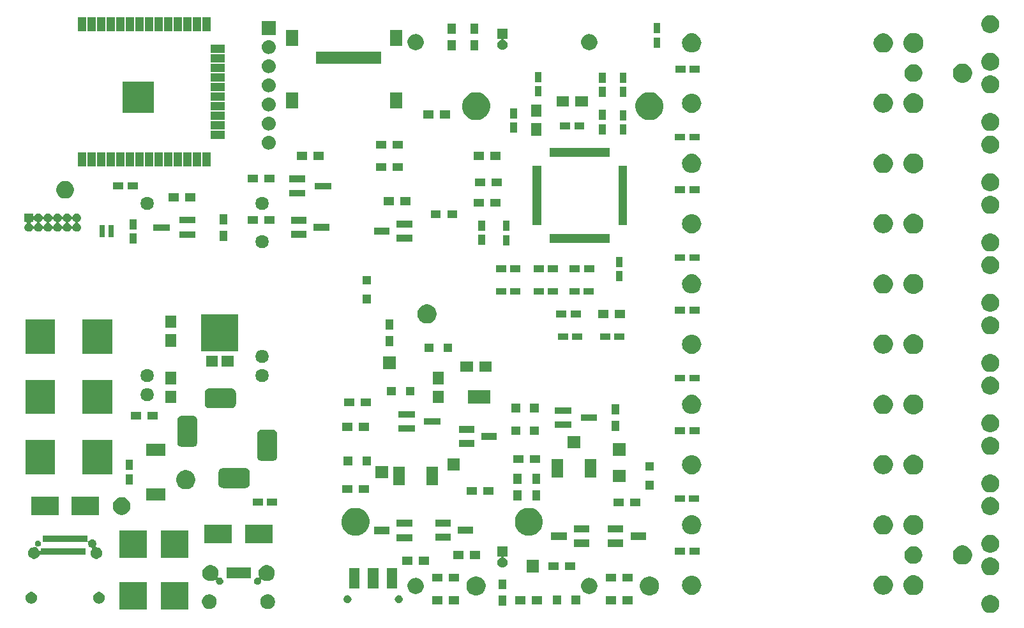
<source format=gbr>
G04 #@! TF.GenerationSoftware,KiCad,Pcbnew,5.0.2+dfsg1-1*
G04 #@! TF.CreationDate,2019-03-09T14:20:14+01:00*
G04 #@! TF.ProjectId,OpenHardwareHolterMonitor,4f70656e-4861-4726-9477-617265486f6c,rev?*
G04 #@! TF.SameCoordinates,Original*
G04 #@! TF.FileFunction,Soldermask,Top*
G04 #@! TF.FilePolarity,Negative*
%FSLAX46Y46*%
G04 Gerber Fmt 4.6, Leading zero omitted, Abs format (unit mm)*
G04 Created by KiCad (PCBNEW 5.0.2+dfsg1-1) date Sat 09 Mar 2019 02:20:14 PM CET*
%MOMM*%
%LPD*%
G01*
G04 APERTURE LIST*
%ADD10C,0.025400*%
G04 APERTURE END LIST*
D10*
G36*
X268376325Y-97310341D02*
X268550380Y-97344962D01*
X268768981Y-97435509D01*
X268965720Y-97566966D01*
X269133034Y-97734280D01*
X269264491Y-97931019D01*
X269355038Y-98149620D01*
X269383540Y-98292912D01*
X269400108Y-98376200D01*
X269401200Y-98381693D01*
X269401200Y-98618307D01*
X269355038Y-98850380D01*
X269264491Y-99068981D01*
X269133034Y-99265720D01*
X268965720Y-99433034D01*
X268768981Y-99564491D01*
X268550380Y-99655038D01*
X268376325Y-99689659D01*
X268318308Y-99701200D01*
X268081692Y-99701200D01*
X268023675Y-99689660D01*
X267849620Y-99655038D01*
X267631019Y-99564491D01*
X267434280Y-99433034D01*
X267266966Y-99265720D01*
X267135509Y-99068981D01*
X267044962Y-98850380D01*
X266998800Y-98618307D01*
X266998800Y-98381693D01*
X266999893Y-98376200D01*
X267016460Y-98292912D01*
X267044962Y-98149620D01*
X267135509Y-97931019D01*
X267266966Y-97734280D01*
X267434280Y-97566966D01*
X267631019Y-97435509D01*
X267849620Y-97344962D01*
X268023675Y-97310341D01*
X268081692Y-97298800D01*
X268318308Y-97298800D01*
X268376325Y-97310341D01*
X268376325Y-97310341D01*
G37*
G36*
X161826200Y-99226200D02*
X158173800Y-99226200D01*
X158173800Y-95573800D01*
X161826200Y-95573800D01*
X161826200Y-99226200D01*
X161826200Y-99226200D01*
G37*
G36*
X156326200Y-99226200D02*
X152673800Y-99226200D01*
X152673800Y-95573800D01*
X156326200Y-95573800D01*
X156326200Y-99226200D01*
X156326200Y-99226200D01*
G37*
G36*
X164815447Y-97242558D02*
X164909748Y-97261315D01*
X165087405Y-97334903D01*
X165247290Y-97441735D01*
X165383265Y-97577710D01*
X165490097Y-97737595D01*
X165563685Y-97915252D01*
X165601200Y-98103854D01*
X165601200Y-98296146D01*
X165563685Y-98484748D01*
X165490097Y-98662405D01*
X165383265Y-98822290D01*
X165247290Y-98958265D01*
X165087405Y-99065097D01*
X164909748Y-99138685D01*
X164815447Y-99157442D01*
X164721147Y-99176200D01*
X164528853Y-99176200D01*
X164434553Y-99157442D01*
X164340252Y-99138685D01*
X164162595Y-99065097D01*
X164002710Y-98958265D01*
X163866735Y-98822290D01*
X163759903Y-98662405D01*
X163686315Y-98484748D01*
X163648800Y-98296146D01*
X163648800Y-98103854D01*
X163686315Y-97915252D01*
X163759903Y-97737595D01*
X163866735Y-97577710D01*
X164002710Y-97441735D01*
X164162595Y-97334903D01*
X164340252Y-97261315D01*
X164434553Y-97242558D01*
X164528853Y-97223800D01*
X164721147Y-97223800D01*
X164815447Y-97242558D01*
X164815447Y-97242558D01*
G37*
G36*
X172565447Y-97242558D02*
X172659748Y-97261315D01*
X172837405Y-97334903D01*
X172997290Y-97441735D01*
X173133265Y-97577710D01*
X173240097Y-97737595D01*
X173313685Y-97915252D01*
X173351200Y-98103854D01*
X173351200Y-98296146D01*
X173313685Y-98484748D01*
X173240097Y-98662405D01*
X173133265Y-98822290D01*
X172997290Y-98958265D01*
X172837405Y-99065097D01*
X172659748Y-99138685D01*
X172565447Y-99157442D01*
X172471147Y-99176200D01*
X172278853Y-99176200D01*
X172184553Y-99157442D01*
X172090252Y-99138685D01*
X171912595Y-99065097D01*
X171752710Y-98958265D01*
X171616735Y-98822290D01*
X171509903Y-98662405D01*
X171436315Y-98484748D01*
X171398800Y-98296146D01*
X171398800Y-98103854D01*
X171436315Y-97915252D01*
X171509903Y-97737595D01*
X171616735Y-97577710D01*
X171752710Y-97441735D01*
X171912595Y-97334903D01*
X172090252Y-97261315D01*
X172184553Y-97242558D01*
X172278853Y-97223800D01*
X172471147Y-97223800D01*
X172565447Y-97242558D01*
X172565447Y-97242558D01*
G37*
G36*
X204026200Y-98776200D02*
X202973800Y-98776200D01*
X202973800Y-97423800D01*
X204026200Y-97423800D01*
X204026200Y-98776200D01*
X204026200Y-98776200D01*
G37*
G36*
X213826200Y-98576200D02*
X212673800Y-98576200D01*
X212673800Y-97423800D01*
X213826200Y-97423800D01*
X213826200Y-98576200D01*
X213826200Y-98576200D01*
G37*
G36*
X211326200Y-98576200D02*
X210173800Y-98576200D01*
X210173800Y-97423800D01*
X211326200Y-97423800D01*
X211326200Y-98576200D01*
X211326200Y-98576200D01*
G37*
G36*
X206576200Y-98526200D02*
X205223800Y-98526200D01*
X205223800Y-97473800D01*
X206576200Y-97473800D01*
X206576200Y-98526200D01*
X206576200Y-98526200D01*
G37*
G36*
X208776200Y-98526200D02*
X207423800Y-98526200D01*
X207423800Y-97473800D01*
X208776200Y-97473800D01*
X208776200Y-98526200D01*
X208776200Y-98526200D01*
G37*
G36*
X195576200Y-98526200D02*
X194223800Y-98526200D01*
X194223800Y-97473800D01*
X195576200Y-97473800D01*
X195576200Y-98526200D01*
X195576200Y-98526200D01*
G37*
G36*
X197776200Y-98526200D02*
X196423800Y-98526200D01*
X196423800Y-97473800D01*
X197776200Y-97473800D01*
X197776200Y-98526200D01*
X197776200Y-98526200D01*
G37*
G36*
X218576200Y-98526200D02*
X217223800Y-98526200D01*
X217223800Y-97473800D01*
X218576200Y-97473800D01*
X218576200Y-98526200D01*
X218576200Y-98526200D01*
G37*
G36*
X220776200Y-98526200D02*
X219423800Y-98526200D01*
X219423800Y-97473800D01*
X220776200Y-97473800D01*
X220776200Y-98526200D01*
X220776200Y-98526200D01*
G37*
G36*
X150216409Y-96943629D02*
X150357669Y-97002140D01*
X150484799Y-97087086D01*
X150592914Y-97195201D01*
X150677860Y-97322331D01*
X150736371Y-97463591D01*
X150766200Y-97613551D01*
X150766200Y-97766449D01*
X150736371Y-97916409D01*
X150677860Y-98057669D01*
X150592914Y-98184799D01*
X150484799Y-98292914D01*
X150357669Y-98377860D01*
X150216409Y-98436371D01*
X150066449Y-98466200D01*
X149913551Y-98466200D01*
X149763591Y-98436371D01*
X149622331Y-98377860D01*
X149495201Y-98292914D01*
X149387086Y-98184799D01*
X149302140Y-98057669D01*
X149243629Y-97916409D01*
X149213800Y-97766449D01*
X149213800Y-97613551D01*
X149243629Y-97463591D01*
X149302140Y-97322331D01*
X149387086Y-97195201D01*
X149495201Y-97087086D01*
X149622331Y-97002140D01*
X149763591Y-96943629D01*
X149913551Y-96913800D01*
X150066449Y-96913800D01*
X150216409Y-96943629D01*
X150216409Y-96943629D01*
G37*
G36*
X141236409Y-96943629D02*
X141377669Y-97002140D01*
X141504799Y-97087086D01*
X141612914Y-97195201D01*
X141697860Y-97322331D01*
X141756371Y-97463591D01*
X141786200Y-97613551D01*
X141786200Y-97766449D01*
X141756371Y-97916409D01*
X141697860Y-98057669D01*
X141612914Y-98184799D01*
X141504799Y-98292914D01*
X141377669Y-98377860D01*
X141236409Y-98436371D01*
X141086449Y-98466200D01*
X140933551Y-98466200D01*
X140783591Y-98436371D01*
X140642331Y-98377860D01*
X140515201Y-98292914D01*
X140407086Y-98184799D01*
X140322140Y-98057669D01*
X140263629Y-97916409D01*
X140233800Y-97766449D01*
X140233800Y-97613551D01*
X140263629Y-97463591D01*
X140322140Y-97322331D01*
X140407086Y-97195201D01*
X140515201Y-97087086D01*
X140642331Y-97002140D01*
X140783591Y-96943629D01*
X140933551Y-96913800D01*
X141086449Y-96913800D01*
X141236409Y-96943629D01*
X141236409Y-96943629D01*
G37*
G36*
X189813891Y-97326200D02*
X189903488Y-97344022D01*
X189999250Y-97383688D01*
X190085432Y-97441273D01*
X190158727Y-97514568D01*
X190216312Y-97600750D01*
X190255978Y-97696512D01*
X190276200Y-97798175D01*
X190276200Y-97901825D01*
X190255978Y-98003488D01*
X190216312Y-98099250D01*
X190158727Y-98185432D01*
X190085432Y-98258727D01*
X189999250Y-98316312D01*
X189903488Y-98355978D01*
X189852656Y-98366089D01*
X189801826Y-98376200D01*
X189698174Y-98376200D01*
X189647344Y-98366089D01*
X189596512Y-98355978D01*
X189500750Y-98316312D01*
X189414568Y-98258727D01*
X189341273Y-98185432D01*
X189283688Y-98099250D01*
X189244022Y-98003488D01*
X189223800Y-97901825D01*
X189223800Y-97798175D01*
X189244022Y-97696512D01*
X189283688Y-97600750D01*
X189341273Y-97514568D01*
X189414568Y-97441273D01*
X189500750Y-97383688D01*
X189596512Y-97344022D01*
X189686109Y-97326200D01*
X189698174Y-97323800D01*
X189801826Y-97323800D01*
X189813891Y-97326200D01*
X189813891Y-97326200D01*
G37*
G36*
X183013891Y-97326200D02*
X183103488Y-97344022D01*
X183199250Y-97383688D01*
X183285432Y-97441273D01*
X183358727Y-97514568D01*
X183416312Y-97600750D01*
X183455978Y-97696512D01*
X183476200Y-97798175D01*
X183476200Y-97901825D01*
X183455978Y-98003488D01*
X183416312Y-98099250D01*
X183358727Y-98185432D01*
X183285432Y-98258727D01*
X183199250Y-98316312D01*
X183103488Y-98355978D01*
X183052656Y-98366089D01*
X183001826Y-98376200D01*
X182898174Y-98376200D01*
X182847344Y-98366089D01*
X182796512Y-98355978D01*
X182700750Y-98316312D01*
X182614568Y-98258727D01*
X182541273Y-98185432D01*
X182483688Y-98099250D01*
X182444022Y-98003488D01*
X182423800Y-97901825D01*
X182423800Y-97798175D01*
X182444022Y-97696512D01*
X182483688Y-97600750D01*
X182541273Y-97514568D01*
X182614568Y-97441273D01*
X182700750Y-97383688D01*
X182796512Y-97344022D01*
X182886109Y-97326200D01*
X182898174Y-97323800D01*
X183001826Y-97323800D01*
X183013891Y-97326200D01*
X183013891Y-97326200D01*
G37*
G36*
X223370795Y-94887651D02*
X223602139Y-94983477D01*
X223810343Y-95122594D01*
X223987406Y-95299657D01*
X224126523Y-95507861D01*
X224222349Y-95739205D01*
X224271200Y-95984798D01*
X224271200Y-96235202D01*
X224222349Y-96480795D01*
X224126523Y-96712139D01*
X223987406Y-96920343D01*
X223810343Y-97097406D01*
X223602139Y-97236523D01*
X223370795Y-97332349D01*
X223125202Y-97381200D01*
X222874798Y-97381200D01*
X222629205Y-97332349D01*
X222397861Y-97236523D01*
X222189657Y-97097406D01*
X222012594Y-96920343D01*
X221873477Y-96712139D01*
X221777651Y-96480795D01*
X221728800Y-96235202D01*
X221728800Y-95984798D01*
X221777651Y-95739205D01*
X221873477Y-95507861D01*
X222012594Y-95299657D01*
X222189657Y-95122594D01*
X222397861Y-94983477D01*
X222629205Y-94887651D01*
X222874798Y-94838800D01*
X223125202Y-94838800D01*
X223370795Y-94887651D01*
X223370795Y-94887651D01*
G37*
G36*
X200370795Y-94887651D02*
X200602139Y-94983477D01*
X200810343Y-95122594D01*
X200987406Y-95299657D01*
X201126523Y-95507861D01*
X201222349Y-95739205D01*
X201271200Y-95984798D01*
X201271200Y-96235202D01*
X201222349Y-96480795D01*
X201126523Y-96712139D01*
X200987406Y-96920343D01*
X200810343Y-97097406D01*
X200602139Y-97236523D01*
X200370795Y-97332349D01*
X200125202Y-97381200D01*
X199874798Y-97381200D01*
X199629205Y-97332349D01*
X199397861Y-97236523D01*
X199189657Y-97097406D01*
X199012594Y-96920343D01*
X198873477Y-96712139D01*
X198777651Y-96480795D01*
X198728800Y-96235202D01*
X198728800Y-95984798D01*
X198777651Y-95739205D01*
X198873477Y-95507861D01*
X199012594Y-95299657D01*
X199189657Y-95122594D01*
X199397861Y-94983477D01*
X199629205Y-94887651D01*
X199874798Y-94838800D01*
X200125202Y-94838800D01*
X200370795Y-94887651D01*
X200370795Y-94887651D01*
G37*
G36*
X258258729Y-94699283D02*
X258386839Y-94724765D01*
X258628192Y-94824737D01*
X258845403Y-94969872D01*
X259030128Y-95154597D01*
X259175263Y-95371808D01*
X259269878Y-95600228D01*
X259275235Y-95613162D01*
X259326200Y-95869381D01*
X259326200Y-96130619D01*
X259305397Y-96235201D01*
X259275235Y-96386839D01*
X259175263Y-96628192D01*
X259030128Y-96845403D01*
X258845403Y-97030128D01*
X258628192Y-97175263D01*
X258386839Y-97275235D01*
X258258728Y-97300718D01*
X258130619Y-97326200D01*
X257869381Y-97326200D01*
X257741272Y-97300718D01*
X257613161Y-97275235D01*
X257371808Y-97175263D01*
X257154597Y-97030128D01*
X256969872Y-96845403D01*
X256824737Y-96628192D01*
X256724765Y-96386839D01*
X256694603Y-96235201D01*
X256673800Y-96130619D01*
X256673800Y-95869381D01*
X256724765Y-95613162D01*
X256730122Y-95600228D01*
X256824737Y-95371808D01*
X256969872Y-95154597D01*
X257154597Y-94969872D01*
X257371808Y-94824737D01*
X257613161Y-94724765D01*
X257741271Y-94699283D01*
X257869381Y-94673800D01*
X258130619Y-94673800D01*
X258258729Y-94699283D01*
X258258729Y-94699283D01*
G37*
G36*
X254290068Y-94756496D02*
X254372255Y-94772844D01*
X254604508Y-94869046D01*
X254813530Y-95008710D01*
X254991290Y-95186470D01*
X255130954Y-95395492D01*
X255227156Y-95627745D01*
X255227156Y-95627746D01*
X255276200Y-95874305D01*
X255276200Y-96125695D01*
X255251438Y-96250179D01*
X255227156Y-96372255D01*
X255130954Y-96604508D01*
X254991290Y-96813530D01*
X254813530Y-96991290D01*
X254604508Y-97130954D01*
X254372255Y-97227156D01*
X254290068Y-97243504D01*
X254125695Y-97276200D01*
X253874305Y-97276200D01*
X253709932Y-97243504D01*
X253627745Y-97227156D01*
X253395492Y-97130954D01*
X253186470Y-96991290D01*
X253008710Y-96813530D01*
X252869046Y-96604508D01*
X252772844Y-96372255D01*
X252748562Y-96250179D01*
X252723800Y-96125695D01*
X252723800Y-95874305D01*
X252772844Y-95627746D01*
X252772844Y-95627745D01*
X252869046Y-95395492D01*
X253008710Y-95186470D01*
X253186470Y-95008710D01*
X253395492Y-94869046D01*
X253627745Y-94772844D01*
X253709932Y-94756496D01*
X253874305Y-94723800D01*
X254125695Y-94723800D01*
X254290068Y-94756496D01*
X254290068Y-94756496D01*
G37*
G36*
X228850180Y-94742266D02*
X229090743Y-94815240D01*
X229312449Y-94933745D01*
X229506775Y-95093225D01*
X229666255Y-95287551D01*
X229784760Y-95509257D01*
X229857734Y-95749820D01*
X229882374Y-96000000D01*
X229857734Y-96250180D01*
X229784760Y-96490743D01*
X229666255Y-96712449D01*
X229506775Y-96906775D01*
X229312449Y-97066255D01*
X229090743Y-97184760D01*
X228850180Y-97257734D01*
X228662688Y-97276200D01*
X228537312Y-97276200D01*
X228349820Y-97257734D01*
X228109257Y-97184760D01*
X227887551Y-97066255D01*
X227693225Y-96906775D01*
X227533745Y-96712449D01*
X227415240Y-96490743D01*
X227342266Y-96250180D01*
X227317626Y-96000000D01*
X227342266Y-95749820D01*
X227415240Y-95509257D01*
X227533745Y-95287551D01*
X227693225Y-95093225D01*
X227887551Y-94933745D01*
X228109257Y-94815240D01*
X228349820Y-94742266D01*
X228537312Y-94723800D01*
X228662688Y-94723800D01*
X228850180Y-94742266D01*
X228850180Y-94742266D01*
G37*
G36*
X215209956Y-95054479D02*
X215313917Y-95075158D01*
X215509773Y-95156284D01*
X215686037Y-95274060D01*
X215835940Y-95423963D01*
X215953716Y-95600227D01*
X216017228Y-95753559D01*
X216034842Y-95796084D01*
X216076200Y-96004004D01*
X216076200Y-96215996D01*
X216069400Y-96250180D01*
X216034842Y-96423917D01*
X215953716Y-96619773D01*
X215835940Y-96796037D01*
X215686037Y-96945940D01*
X215509773Y-97063716D01*
X215313917Y-97144842D01*
X215209956Y-97165521D01*
X215105996Y-97186200D01*
X214894004Y-97186200D01*
X214790044Y-97165521D01*
X214686083Y-97144842D01*
X214490227Y-97063716D01*
X214313963Y-96945940D01*
X214164060Y-96796037D01*
X214046284Y-96619773D01*
X213965158Y-96423917D01*
X213930600Y-96250180D01*
X213923800Y-96215996D01*
X213923800Y-96004004D01*
X213965158Y-95796084D01*
X213982772Y-95753559D01*
X214046284Y-95600227D01*
X214164060Y-95423963D01*
X214313963Y-95274060D01*
X214490227Y-95156284D01*
X214686083Y-95075158D01*
X214790044Y-95054479D01*
X214894004Y-95033800D01*
X215105996Y-95033800D01*
X215209956Y-95054479D01*
X215209956Y-95054479D01*
G37*
G36*
X192209956Y-95054479D02*
X192313917Y-95075158D01*
X192509773Y-95156284D01*
X192686037Y-95274060D01*
X192835940Y-95423963D01*
X192953716Y-95600227D01*
X193017228Y-95753559D01*
X193034842Y-95796084D01*
X193076200Y-96004004D01*
X193076200Y-96215996D01*
X193069400Y-96250180D01*
X193034842Y-96423917D01*
X192953716Y-96619773D01*
X192835940Y-96796037D01*
X192686037Y-96945940D01*
X192509773Y-97063716D01*
X192313917Y-97144842D01*
X192209956Y-97165521D01*
X192105996Y-97186200D01*
X191894004Y-97186200D01*
X191790044Y-97165521D01*
X191686083Y-97144842D01*
X191490227Y-97063716D01*
X191313963Y-96945940D01*
X191164060Y-96796037D01*
X191046284Y-96619773D01*
X190965158Y-96423917D01*
X190930600Y-96250180D01*
X190923800Y-96215996D01*
X190923800Y-96004004D01*
X190965158Y-95796084D01*
X190982772Y-95753559D01*
X191046284Y-95600227D01*
X191164060Y-95423963D01*
X191313963Y-95274060D01*
X191490227Y-95156284D01*
X191686083Y-95075158D01*
X191790044Y-95054479D01*
X191894004Y-95033800D01*
X192105996Y-95033800D01*
X192209956Y-95054479D01*
X192209956Y-95054479D01*
G37*
G36*
X204026200Y-96576200D02*
X202973800Y-96576200D01*
X202973800Y-95223800D01*
X204026200Y-95223800D01*
X204026200Y-96576200D01*
X204026200Y-96576200D01*
G37*
G36*
X184551200Y-96426200D02*
X183148800Y-96426200D01*
X183148800Y-93773800D01*
X184551200Y-93773800D01*
X184551200Y-96426200D01*
X184551200Y-96426200D01*
G37*
G36*
X189551200Y-96426200D02*
X188148800Y-96426200D01*
X188148800Y-93773800D01*
X189551200Y-93773800D01*
X189551200Y-96426200D01*
X189551200Y-96426200D01*
G37*
G36*
X187051200Y-96426200D02*
X185648800Y-96426200D01*
X185648800Y-93773800D01*
X187051200Y-93773800D01*
X187051200Y-96426200D01*
X187051200Y-96426200D01*
G37*
G36*
X172434956Y-93344479D02*
X172538917Y-93365158D01*
X172734773Y-93446284D01*
X172911037Y-93564060D01*
X173060940Y-93713963D01*
X173178716Y-93890227D01*
X173259842Y-94086083D01*
X173259842Y-94086084D01*
X173301200Y-94294004D01*
X173301200Y-94505996D01*
X173280521Y-94609956D01*
X173259842Y-94713917D01*
X173178716Y-94909773D01*
X173060940Y-95086037D01*
X172911037Y-95235940D01*
X172734773Y-95353716D01*
X172538917Y-95434842D01*
X172434956Y-95455521D01*
X172330996Y-95476200D01*
X172119004Y-95476200D01*
X172015044Y-95455521D01*
X171911083Y-95434842D01*
X171715227Y-95353716D01*
X171632179Y-95298225D01*
X171614614Y-95288836D01*
X171595554Y-95283054D01*
X171575733Y-95281102D01*
X171555912Y-95283054D01*
X171536852Y-95288836D01*
X171519287Y-95298225D01*
X171503891Y-95310860D01*
X171491256Y-95326256D01*
X171481867Y-95343821D01*
X171476085Y-95362881D01*
X171474133Y-95382702D01*
X171476086Y-95402526D01*
X171476200Y-95403099D01*
X171476200Y-95496901D01*
X171457900Y-95588903D01*
X171422003Y-95675566D01*
X171369890Y-95753559D01*
X171303559Y-95819890D01*
X171225566Y-95872003D01*
X171138903Y-95907900D01*
X171092902Y-95917050D01*
X171046902Y-95926200D01*
X170953098Y-95926200D01*
X170907098Y-95917050D01*
X170861097Y-95907900D01*
X170774434Y-95872003D01*
X170696441Y-95819890D01*
X170630110Y-95753559D01*
X170577997Y-95675566D01*
X170542100Y-95588903D01*
X170523800Y-95496901D01*
X170523800Y-95403099D01*
X170527857Y-95382705D01*
X170542100Y-95311098D01*
X170542100Y-95311097D01*
X170577997Y-95224434D01*
X170630110Y-95146441D01*
X170696441Y-95080110D01*
X170774434Y-95027997D01*
X170861097Y-94992100D01*
X170942365Y-94975935D01*
X170953098Y-94973800D01*
X171046902Y-94973800D01*
X171057635Y-94975935D01*
X171133906Y-94991106D01*
X171153728Y-94993058D01*
X171173549Y-94991106D01*
X171192608Y-94985324D01*
X171210173Y-94975935D01*
X171225569Y-94963300D01*
X171238205Y-94947904D01*
X171247593Y-94930338D01*
X171253375Y-94911279D01*
X171255327Y-94891457D01*
X171253375Y-94871636D01*
X171247593Y-94852577D01*
X171190158Y-94713917D01*
X171169479Y-94609956D01*
X171148800Y-94505996D01*
X171148800Y-94294004D01*
X171190158Y-94086084D01*
X171190158Y-94086083D01*
X171271284Y-93890227D01*
X171389060Y-93713963D01*
X171538963Y-93564060D01*
X171715227Y-93446284D01*
X171911083Y-93365158D01*
X172015044Y-93344479D01*
X172119004Y-93323800D01*
X172330996Y-93323800D01*
X172434956Y-93344479D01*
X172434956Y-93344479D01*
G37*
G36*
X164984956Y-93344479D02*
X165088917Y-93365158D01*
X165284773Y-93446284D01*
X165461037Y-93564060D01*
X165610940Y-93713963D01*
X165728716Y-93890227D01*
X165809842Y-94086083D01*
X165809842Y-94086084D01*
X165851200Y-94294004D01*
X165851200Y-94505996D01*
X165830521Y-94609956D01*
X165809842Y-94713917D01*
X165752407Y-94852577D01*
X165746625Y-94871637D01*
X165744673Y-94891458D01*
X165746625Y-94911279D01*
X165752407Y-94930338D01*
X165761796Y-94947904D01*
X165774431Y-94963300D01*
X165789827Y-94975935D01*
X165807392Y-94985324D01*
X165826452Y-94991106D01*
X165846273Y-94993058D01*
X165866094Y-94991106D01*
X165942365Y-94975935D01*
X165953098Y-94973800D01*
X166046902Y-94973800D01*
X166057635Y-94975935D01*
X166138903Y-94992100D01*
X166225566Y-95027997D01*
X166303559Y-95080110D01*
X166369890Y-95146441D01*
X166422003Y-95224434D01*
X166457900Y-95311097D01*
X166457900Y-95311098D01*
X166472144Y-95382705D01*
X166476200Y-95403099D01*
X166476200Y-95496901D01*
X166457900Y-95588903D01*
X166422003Y-95675566D01*
X166369890Y-95753559D01*
X166303559Y-95819890D01*
X166225566Y-95872003D01*
X166138903Y-95907900D01*
X166092902Y-95917050D01*
X166046902Y-95926200D01*
X165953098Y-95926200D01*
X165907098Y-95917050D01*
X165861097Y-95907900D01*
X165774434Y-95872003D01*
X165696441Y-95819890D01*
X165630110Y-95753559D01*
X165577997Y-95675566D01*
X165542100Y-95588903D01*
X165523800Y-95496901D01*
X165523800Y-95403099D01*
X165523914Y-95402526D01*
X165525867Y-95382705D01*
X165523915Y-95362884D01*
X165518134Y-95343824D01*
X165508746Y-95326258D01*
X165496111Y-95310862D01*
X165480715Y-95298226D01*
X165463150Y-95288837D01*
X165444091Y-95283055D01*
X165424270Y-95281102D01*
X165404449Y-95283054D01*
X165385389Y-95288835D01*
X165367821Y-95298225D01*
X165284773Y-95353716D01*
X165088917Y-95434842D01*
X164984956Y-95455521D01*
X164880996Y-95476200D01*
X164669004Y-95476200D01*
X164565044Y-95455521D01*
X164461083Y-95434842D01*
X164265227Y-95353716D01*
X164088963Y-95235940D01*
X163939060Y-95086037D01*
X163821284Y-94909773D01*
X163740158Y-94713917D01*
X163719479Y-94609956D01*
X163698800Y-94505996D01*
X163698800Y-94294004D01*
X163740158Y-94086084D01*
X163740158Y-94086083D01*
X163821284Y-93890227D01*
X163939060Y-93713963D01*
X164088963Y-93564060D01*
X164265227Y-93446284D01*
X164461083Y-93365158D01*
X164565044Y-93344479D01*
X164669004Y-93323800D01*
X164880996Y-93323800D01*
X164984956Y-93344479D01*
X164984956Y-93344479D01*
G37*
G36*
X218576200Y-95526200D02*
X217223800Y-95526200D01*
X217223800Y-94473800D01*
X218576200Y-94473800D01*
X218576200Y-95526200D01*
X218576200Y-95526200D01*
G37*
G36*
X220776200Y-95526200D02*
X219423800Y-95526200D01*
X219423800Y-94473800D01*
X220776200Y-94473800D01*
X220776200Y-95526200D01*
X220776200Y-95526200D01*
G37*
G36*
X195576200Y-95526200D02*
X194223800Y-95526200D01*
X194223800Y-94473800D01*
X195576200Y-94473800D01*
X195576200Y-95526200D01*
X195576200Y-95526200D01*
G37*
G36*
X197776200Y-95526200D02*
X196423800Y-95526200D01*
X196423800Y-94473800D01*
X197776200Y-94473800D01*
X197776200Y-95526200D01*
X197776200Y-95526200D01*
G37*
G36*
X170101200Y-95076200D02*
X166898800Y-95076200D01*
X166898800Y-93623800D01*
X170101200Y-93623800D01*
X170101200Y-95076200D01*
X170101200Y-95076200D01*
G37*
G36*
X268376325Y-92310341D02*
X268550380Y-92344962D01*
X268768981Y-92435509D01*
X268965720Y-92566966D01*
X269133034Y-92734280D01*
X269264491Y-92931019D01*
X269355038Y-93149620D01*
X269369275Y-93221195D01*
X269401200Y-93381692D01*
X269401200Y-93618308D01*
X269394854Y-93650213D01*
X269355038Y-93850380D01*
X269264491Y-94068981D01*
X269133034Y-94265720D01*
X268965720Y-94433034D01*
X268768981Y-94564491D01*
X268550380Y-94655038D01*
X268376325Y-94689660D01*
X268318308Y-94701200D01*
X268081692Y-94701200D01*
X268023675Y-94689660D01*
X267849620Y-94655038D01*
X267631019Y-94564491D01*
X267434280Y-94433034D01*
X267266966Y-94265720D01*
X267135509Y-94068981D01*
X267044962Y-93850380D01*
X267005146Y-93650213D01*
X266998800Y-93618308D01*
X266998800Y-93381692D01*
X267030725Y-93221195D01*
X267044962Y-93149620D01*
X267135509Y-92931019D01*
X267266966Y-92734280D01*
X267434280Y-92566966D01*
X267631019Y-92435509D01*
X267849620Y-92344962D01*
X268023675Y-92310341D01*
X268081692Y-92298800D01*
X268318308Y-92298800D01*
X268376325Y-92310341D01*
X268376325Y-92310341D01*
G37*
G36*
X208326200Y-94326200D02*
X206673800Y-94326200D01*
X206673800Y-92673800D01*
X208326200Y-92673800D01*
X208326200Y-94326200D01*
X208326200Y-94326200D01*
G37*
G36*
X213176200Y-94026200D02*
X211823800Y-94026200D01*
X211823800Y-92973800D01*
X213176200Y-92973800D01*
X213176200Y-94026200D01*
X213176200Y-94026200D01*
G37*
G36*
X210976200Y-94026200D02*
X209623800Y-94026200D01*
X209623800Y-92973800D01*
X210976200Y-92973800D01*
X210976200Y-94026200D01*
X210976200Y-94026200D01*
G37*
G36*
X204176200Y-92176200D02*
X203788943Y-92176200D01*
X203769122Y-92178152D01*
X203750062Y-92183934D01*
X203732497Y-92193323D01*
X203717101Y-92205958D01*
X203704466Y-92221354D01*
X203695077Y-92238919D01*
X203689295Y-92257979D01*
X203687343Y-92277800D01*
X203689295Y-92297621D01*
X203695077Y-92316681D01*
X203704466Y-92334246D01*
X203717101Y-92349642D01*
X203732497Y-92362277D01*
X203750057Y-92371663D01*
X203820301Y-92400759D01*
X203931052Y-92474761D01*
X204025239Y-92568948D01*
X204099241Y-92679699D01*
X204150214Y-92802760D01*
X204176200Y-92933400D01*
X204176200Y-93066600D01*
X204150214Y-93197240D01*
X204099241Y-93320301D01*
X204025239Y-93431052D01*
X203931052Y-93525239D01*
X203820301Y-93599241D01*
X203697240Y-93650214D01*
X203566600Y-93676200D01*
X203433400Y-93676200D01*
X203302760Y-93650214D01*
X203179699Y-93599241D01*
X203068948Y-93525239D01*
X202974761Y-93431052D01*
X202900759Y-93320301D01*
X202849786Y-93197240D01*
X202823800Y-93066600D01*
X202823800Y-92933400D01*
X202849786Y-92802760D01*
X202900759Y-92679699D01*
X202974761Y-92568948D01*
X203068948Y-92474761D01*
X203179699Y-92400759D01*
X203249943Y-92371663D01*
X203267503Y-92362277D01*
X203282899Y-92349642D01*
X203295534Y-92334246D01*
X203304923Y-92316681D01*
X203310705Y-92297621D01*
X203312657Y-92277800D01*
X203310705Y-92257979D01*
X203304923Y-92238919D01*
X203295534Y-92221354D01*
X203282899Y-92205958D01*
X203267503Y-92193323D01*
X203249938Y-92183934D01*
X203230878Y-92178152D01*
X203211057Y-92176200D01*
X202823800Y-92176200D01*
X202823800Y-90823800D01*
X204176200Y-90823800D01*
X204176200Y-92176200D01*
X204176200Y-92176200D01*
G37*
G36*
X191576200Y-93276200D02*
X190223800Y-93276200D01*
X190223800Y-92223800D01*
X191576200Y-92223800D01*
X191576200Y-93276200D01*
X191576200Y-93276200D01*
G37*
G36*
X193776200Y-93276200D02*
X192423800Y-93276200D01*
X192423800Y-92223800D01*
X193776200Y-92223800D01*
X193776200Y-93276200D01*
X193776200Y-93276200D01*
G37*
G36*
X264870446Y-90778805D02*
X265101571Y-90874540D01*
X265309577Y-91013525D01*
X265486475Y-91190423D01*
X265625460Y-91398429D01*
X265721195Y-91629554D01*
X265770000Y-91874916D01*
X265770000Y-92125084D01*
X265721195Y-92370446D01*
X265625460Y-92601571D01*
X265486475Y-92809577D01*
X265309577Y-92986475D01*
X265101571Y-93125460D01*
X264870446Y-93221195D01*
X264625084Y-93270000D01*
X264374916Y-93270000D01*
X264129554Y-93221195D01*
X263898429Y-93125460D01*
X263690423Y-92986475D01*
X263513525Y-92809577D01*
X263374540Y-92601571D01*
X263278805Y-92370446D01*
X263230000Y-92125084D01*
X263230000Y-91874916D01*
X263278805Y-91629554D01*
X263374540Y-91398429D01*
X263513525Y-91190423D01*
X263690423Y-91013525D01*
X263898429Y-90874540D01*
X264129554Y-90778805D01*
X264374916Y-90730000D01*
X264625084Y-90730000D01*
X264870446Y-90778805D01*
X264870446Y-90778805D01*
G37*
G36*
X258249502Y-90850386D02*
X258343086Y-90869001D01*
X258557140Y-90957665D01*
X258749783Y-91086385D01*
X258913615Y-91250217D01*
X259042335Y-91442860D01*
X259130999Y-91656914D01*
X259139808Y-91701200D01*
X259162733Y-91816449D01*
X259176200Y-91884156D01*
X259176200Y-92115844D01*
X259130999Y-92343086D01*
X259042335Y-92557140D01*
X258913615Y-92749783D01*
X258749783Y-92913615D01*
X258557140Y-93042335D01*
X258343086Y-93130999D01*
X258267339Y-93146066D01*
X258115846Y-93176200D01*
X257884154Y-93176200D01*
X257732661Y-93146066D01*
X257656914Y-93130999D01*
X257442860Y-93042335D01*
X257250217Y-92913615D01*
X257086385Y-92749783D01*
X256957665Y-92557140D01*
X256869001Y-92343086D01*
X256823800Y-92115844D01*
X256823800Y-91884156D01*
X256837268Y-91816449D01*
X256860192Y-91701200D01*
X256869001Y-91656914D01*
X256957665Y-91442860D01*
X257086385Y-91250217D01*
X257250217Y-91086385D01*
X257442860Y-90957665D01*
X257656914Y-90869001D01*
X257750498Y-90850386D01*
X257884154Y-90823800D01*
X258115846Y-90823800D01*
X258249502Y-90850386D01*
X258249502Y-90850386D01*
G37*
G36*
X198326200Y-92526200D02*
X196973800Y-92526200D01*
X196973800Y-91473800D01*
X198326200Y-91473800D01*
X198326200Y-92526200D01*
X198326200Y-92526200D01*
G37*
G36*
X200526200Y-92526200D02*
X199173800Y-92526200D01*
X199173800Y-91473800D01*
X200526200Y-91473800D01*
X200526200Y-92526200D01*
X200526200Y-92526200D01*
G37*
G36*
X141965352Y-90093939D02*
X142017028Y-90104218D01*
X142090036Y-90134459D01*
X142090039Y-90134461D01*
X142155750Y-90178368D01*
X142211632Y-90234250D01*
X142227603Y-90258152D01*
X142255541Y-90299964D01*
X142285782Y-90372972D01*
X142301200Y-90450486D01*
X142301200Y-90529514D01*
X142285782Y-90607028D01*
X142255541Y-90680036D01*
X142255539Y-90680039D01*
X142211632Y-90745750D01*
X142155750Y-90801632D01*
X142149581Y-90805754D01*
X142090036Y-90845541D01*
X142017028Y-90875782D01*
X141985661Y-90882021D01*
X141939515Y-90891200D01*
X141860485Y-90891200D01*
X141843607Y-90887843D01*
X141823789Y-90885891D01*
X141803968Y-90887843D01*
X141784908Y-90893625D01*
X141767343Y-90903014D01*
X141751947Y-90915649D01*
X141739312Y-90931045D01*
X141729923Y-90948610D01*
X141724141Y-90967670D01*
X141722189Y-90987491D01*
X141724141Y-91007312D01*
X141729923Y-91026372D01*
X141739312Y-91043937D01*
X141751947Y-91059333D01*
X141767341Y-91071966D01*
X141776483Y-91078075D01*
X141860961Y-91134521D01*
X141864799Y-91137086D01*
X141972914Y-91245201D01*
X142057860Y-91372331D01*
X142078337Y-91421768D01*
X142087723Y-91439327D01*
X142100358Y-91454723D01*
X142115754Y-91467358D01*
X142133319Y-91476747D01*
X142152379Y-91482529D01*
X142172200Y-91484481D01*
X142192021Y-91482529D01*
X142211081Y-91476747D01*
X142228646Y-91467358D01*
X142244042Y-91454723D01*
X142256677Y-91439327D01*
X142266066Y-91421762D01*
X142271848Y-91402702D01*
X142273800Y-91382881D01*
X142273800Y-91103800D01*
X148226200Y-91103800D01*
X148226200Y-91956200D01*
X142188486Y-91956200D01*
X142168665Y-91958152D01*
X142149605Y-91963934D01*
X142132040Y-91973323D01*
X142116644Y-91985958D01*
X142104009Y-92001354D01*
X142094622Y-92018916D01*
X142057860Y-92107669D01*
X141972914Y-92234799D01*
X141864799Y-92342914D01*
X141737669Y-92427860D01*
X141596409Y-92486371D01*
X141446449Y-92516200D01*
X141293551Y-92516200D01*
X141143591Y-92486371D01*
X141002331Y-92427860D01*
X140875201Y-92342914D01*
X140767086Y-92234799D01*
X140682140Y-92107669D01*
X140623629Y-91966409D01*
X140593800Y-91816449D01*
X140593800Y-91663551D01*
X140623629Y-91513591D01*
X140682140Y-91372331D01*
X140767086Y-91245201D01*
X140875201Y-91137086D01*
X141002331Y-91052140D01*
X141143591Y-90993629D01*
X141293551Y-90963800D01*
X141446449Y-90963800D01*
X141572711Y-90988915D01*
X141592530Y-90990867D01*
X141612351Y-90988915D01*
X141631411Y-90983133D01*
X141648976Y-90973744D01*
X141664372Y-90961109D01*
X141677007Y-90945713D01*
X141686396Y-90928148D01*
X141692178Y-90909088D01*
X141694130Y-90889267D01*
X141692178Y-90869446D01*
X141686396Y-90850386D01*
X141677007Y-90832821D01*
X141664372Y-90817425D01*
X141648976Y-90804790D01*
X141644251Y-90801633D01*
X141588369Y-90745751D01*
X141544459Y-90680036D01*
X141514218Y-90607028D01*
X141498800Y-90529514D01*
X141498800Y-90450486D01*
X141514218Y-90372972D01*
X141544459Y-90299964D01*
X141572397Y-90258152D01*
X141588368Y-90234250D01*
X141644250Y-90178368D01*
X141709961Y-90134461D01*
X141709964Y-90134459D01*
X141782972Y-90104218D01*
X141834648Y-90093939D01*
X141860485Y-90088800D01*
X141939515Y-90088800D01*
X141965352Y-90093939D01*
X141965352Y-90093939D01*
G37*
G36*
X148476200Y-90096518D02*
X148478152Y-90116339D01*
X148483934Y-90135399D01*
X148493323Y-90152964D01*
X148505958Y-90168360D01*
X148521354Y-90180995D01*
X148538919Y-90190384D01*
X148557979Y-90196166D01*
X148577800Y-90198118D01*
X148597621Y-90196166D01*
X148616681Y-90190384D01*
X148634246Y-90180995D01*
X148649642Y-90168360D01*
X148662277Y-90152964D01*
X148671854Y-90138631D01*
X148748631Y-90061854D01*
X148838908Y-90001533D01*
X148939220Y-89959982D01*
X149045712Y-89938800D01*
X149154288Y-89938800D01*
X149260780Y-89959982D01*
X149361092Y-90001533D01*
X149451369Y-90061854D01*
X149528146Y-90138631D01*
X149588467Y-90228908D01*
X149630018Y-90329220D01*
X149651200Y-90435712D01*
X149651200Y-90544288D01*
X149630018Y-90650780D01*
X149588467Y-90751092D01*
X149551943Y-90805754D01*
X149542554Y-90823319D01*
X149536772Y-90842379D01*
X149534820Y-90862200D01*
X149536772Y-90882021D01*
X149542554Y-90901081D01*
X149551943Y-90918646D01*
X149564578Y-90934042D01*
X149579974Y-90946677D01*
X149597539Y-90956066D01*
X149616599Y-90961848D01*
X149636420Y-90963800D01*
X149706449Y-90963800D01*
X149856409Y-90993629D01*
X149997669Y-91052140D01*
X150124799Y-91137086D01*
X150232914Y-91245201D01*
X150317860Y-91372331D01*
X150376371Y-91513591D01*
X150406200Y-91663551D01*
X150406200Y-91816449D01*
X150376371Y-91966409D01*
X150317860Y-92107669D01*
X150232914Y-92234799D01*
X150124799Y-92342914D01*
X149997669Y-92427860D01*
X149856409Y-92486371D01*
X149706449Y-92516200D01*
X149553551Y-92516200D01*
X149403591Y-92486371D01*
X149262331Y-92427860D01*
X149135201Y-92342914D01*
X149027086Y-92234799D01*
X148942140Y-92107669D01*
X148883629Y-91966409D01*
X148853800Y-91816449D01*
X148853800Y-91663551D01*
X148883629Y-91513591D01*
X148942140Y-91372331D01*
X149027086Y-91245201D01*
X149065924Y-91206363D01*
X149078559Y-91190967D01*
X149087948Y-91173402D01*
X149093730Y-91154342D01*
X149095682Y-91134521D01*
X149093730Y-91114700D01*
X149087948Y-91095640D01*
X149078559Y-91078075D01*
X149065924Y-91062679D01*
X149050528Y-91050044D01*
X149032963Y-91040655D01*
X149013903Y-91034873D01*
X148939220Y-91020018D01*
X148838908Y-90978467D01*
X148748631Y-90918146D01*
X148671854Y-90841369D01*
X148611533Y-90751092D01*
X148569982Y-90650780D01*
X148548800Y-90544288D01*
X148548800Y-90435713D01*
X148560355Y-90377621D01*
X148562307Y-90357800D01*
X148560355Y-90337979D01*
X148554573Y-90318919D01*
X148545184Y-90301354D01*
X148532549Y-90285958D01*
X148517153Y-90273323D01*
X148499587Y-90263934D01*
X148480528Y-90258152D01*
X148460707Y-90256200D01*
X142523800Y-90256200D01*
X142523800Y-89403800D01*
X148476200Y-89403800D01*
X148476200Y-90096518D01*
X148476200Y-90096518D01*
G37*
G36*
X161826200Y-92426200D02*
X158173800Y-92426200D01*
X158173800Y-88773800D01*
X161826200Y-88773800D01*
X161826200Y-92426200D01*
X161826200Y-92426200D01*
G37*
G36*
X156326200Y-92426200D02*
X152673800Y-92426200D01*
X152673800Y-88773800D01*
X156326200Y-88773800D01*
X156326200Y-92426200D01*
X156326200Y-92426200D01*
G37*
G36*
X227726200Y-91951200D02*
X226373800Y-91951200D01*
X226373800Y-91048800D01*
X227726200Y-91048800D01*
X227726200Y-91951200D01*
X227726200Y-91951200D01*
G37*
G36*
X229626200Y-91951200D02*
X228273800Y-91951200D01*
X228273800Y-91048800D01*
X229626200Y-91048800D01*
X229626200Y-91951200D01*
X229626200Y-91951200D01*
G37*
G36*
X268376325Y-89310340D02*
X268550380Y-89344962D01*
X268768981Y-89435509D01*
X268965720Y-89566966D01*
X269133034Y-89734280D01*
X269264491Y-89931019D01*
X269355038Y-90149620D01*
X269384943Y-90299964D01*
X269396448Y-90357800D01*
X269401200Y-90381693D01*
X269401200Y-90618307D01*
X269355038Y-90850380D01*
X269264491Y-91068981D01*
X269133034Y-91265720D01*
X268965720Y-91433034D01*
X268768981Y-91564491D01*
X268550380Y-91655038D01*
X268376325Y-91689659D01*
X268318308Y-91701200D01*
X268081692Y-91701200D01*
X268023675Y-91689660D01*
X267849620Y-91655038D01*
X267631019Y-91564491D01*
X267434280Y-91433034D01*
X267266966Y-91265720D01*
X267135509Y-91068981D01*
X267044962Y-90850380D01*
X266998800Y-90618307D01*
X266998800Y-90381693D01*
X267003553Y-90357800D01*
X267015057Y-90299964D01*
X267044962Y-90149620D01*
X267135509Y-89931019D01*
X267266966Y-89734280D01*
X267434280Y-89566966D01*
X267631019Y-89435509D01*
X267849620Y-89344962D01*
X268023675Y-89310340D01*
X268081692Y-89298800D01*
X268318308Y-89298800D01*
X268376325Y-89310340D01*
X268376325Y-89310340D01*
G37*
G36*
X219526200Y-90926200D02*
X217473800Y-90926200D01*
X217473800Y-89973800D01*
X219526200Y-89973800D01*
X219526200Y-90926200D01*
X219526200Y-90926200D01*
G37*
G36*
X215026200Y-90926200D02*
X212973800Y-90926200D01*
X212973800Y-89973800D01*
X215026200Y-89973800D01*
X215026200Y-90926200D01*
X215026200Y-90926200D01*
G37*
G36*
X173026200Y-90476200D02*
X169373800Y-90476200D01*
X169373800Y-88023800D01*
X173026200Y-88023800D01*
X173026200Y-90476200D01*
X173026200Y-90476200D01*
G37*
G36*
X167626200Y-90476200D02*
X163973800Y-90476200D01*
X163973800Y-88023800D01*
X167626200Y-88023800D01*
X167626200Y-90476200D01*
X167626200Y-90476200D01*
G37*
G36*
X191526200Y-90176200D02*
X189473800Y-90176200D01*
X189473800Y-89223800D01*
X191526200Y-89223800D01*
X191526200Y-90176200D01*
X191526200Y-90176200D01*
G37*
G36*
X196644533Y-90133700D02*
X194592133Y-90133700D01*
X194592133Y-89181300D01*
X196644533Y-89181300D01*
X196644533Y-90133700D01*
X196644533Y-90133700D01*
G37*
G36*
X212026200Y-89976200D02*
X209973800Y-89976200D01*
X209973800Y-89023800D01*
X212026200Y-89023800D01*
X212026200Y-89976200D01*
X212026200Y-89976200D01*
G37*
G36*
X222526200Y-89976200D02*
X220473800Y-89976200D01*
X220473800Y-89023800D01*
X222526200Y-89023800D01*
X222526200Y-89976200D01*
X222526200Y-89976200D01*
G37*
G36*
X207361151Y-85784371D02*
X207539976Y-85819941D01*
X207876873Y-85959488D01*
X208180071Y-86162078D01*
X208437922Y-86419929D01*
X208640512Y-86723127D01*
X208780059Y-87060024D01*
X208780059Y-87060025D01*
X208851200Y-87417673D01*
X208851200Y-87782327D01*
X208832904Y-87874305D01*
X208780059Y-88139976D01*
X208640512Y-88476873D01*
X208437922Y-88780071D01*
X208180071Y-89037922D01*
X207876873Y-89240512D01*
X207539976Y-89380059D01*
X207420622Y-89403800D01*
X207182327Y-89451200D01*
X206817673Y-89451200D01*
X206579378Y-89403800D01*
X206460024Y-89380059D01*
X206123127Y-89240512D01*
X205819929Y-89037922D01*
X205562078Y-88780071D01*
X205359488Y-88476873D01*
X205219941Y-88139976D01*
X205167096Y-87874305D01*
X205148800Y-87782327D01*
X205148800Y-87417673D01*
X205219941Y-87060025D01*
X205219941Y-87060024D01*
X205359488Y-86723127D01*
X205562078Y-86419929D01*
X205819929Y-86162078D01*
X206123127Y-85959488D01*
X206460024Y-85819941D01*
X206638849Y-85784371D01*
X206817673Y-85748800D01*
X207182327Y-85748800D01*
X207361151Y-85784371D01*
X207361151Y-85784371D01*
G37*
G36*
X184361151Y-85784371D02*
X184539976Y-85819941D01*
X184876873Y-85959488D01*
X185180071Y-86162078D01*
X185437922Y-86419929D01*
X185640512Y-86723127D01*
X185780059Y-87060024D01*
X185780059Y-87060025D01*
X185851200Y-87417673D01*
X185851200Y-87782327D01*
X185832904Y-87874305D01*
X185780059Y-88139976D01*
X185640512Y-88476873D01*
X185437922Y-88780071D01*
X185180071Y-89037922D01*
X184876873Y-89240512D01*
X184539976Y-89380059D01*
X184420622Y-89403800D01*
X184182327Y-89451200D01*
X183817673Y-89451200D01*
X183579378Y-89403800D01*
X183460024Y-89380059D01*
X183123127Y-89240512D01*
X182819929Y-89037922D01*
X182562078Y-88780071D01*
X182359488Y-88476873D01*
X182219941Y-88139976D01*
X182167096Y-87874305D01*
X182148800Y-87782327D01*
X182148800Y-87417673D01*
X182219941Y-87060025D01*
X182219941Y-87060024D01*
X182359488Y-86723127D01*
X182562078Y-86419929D01*
X182819929Y-86162078D01*
X183123127Y-85959488D01*
X183460024Y-85819941D01*
X183638849Y-85784371D01*
X183817673Y-85748800D01*
X184182327Y-85748800D01*
X184361151Y-85784371D01*
X184361151Y-85784371D01*
G37*
G36*
X258258729Y-86699283D02*
X258386839Y-86724765D01*
X258628192Y-86824737D01*
X258845403Y-86969872D01*
X259030128Y-87154597D01*
X259175263Y-87371808D01*
X259275235Y-87613161D01*
X259326200Y-87869382D01*
X259326200Y-88130618D01*
X259275235Y-88386839D01*
X259175263Y-88628192D01*
X259030128Y-88845403D01*
X258845403Y-89030128D01*
X258628192Y-89175263D01*
X258386839Y-89275235D01*
X258258729Y-89300717D01*
X258130619Y-89326200D01*
X257869381Y-89326200D01*
X257741271Y-89300717D01*
X257613161Y-89275235D01*
X257371808Y-89175263D01*
X257154597Y-89030128D01*
X256969872Y-88845403D01*
X256824737Y-88628192D01*
X256724765Y-88386839D01*
X256673800Y-88130618D01*
X256673800Y-87869382D01*
X256724765Y-87613161D01*
X256824737Y-87371808D01*
X256969872Y-87154597D01*
X257154597Y-86969872D01*
X257371808Y-86824737D01*
X257613161Y-86724765D01*
X257741271Y-86699283D01*
X257869381Y-86673800D01*
X258130619Y-86673800D01*
X258258729Y-86699283D01*
X258258729Y-86699283D01*
G37*
G36*
X254290068Y-86756496D02*
X254372255Y-86772844D01*
X254604508Y-86869046D01*
X254813530Y-87008710D01*
X254991290Y-87186470D01*
X255130954Y-87395492D01*
X255227156Y-87627745D01*
X255227156Y-87627746D01*
X255276200Y-87874305D01*
X255276200Y-88125695D01*
X255273359Y-88139976D01*
X255227156Y-88372255D01*
X255130954Y-88604508D01*
X254991290Y-88813530D01*
X254813530Y-88991290D01*
X254604508Y-89130954D01*
X254372255Y-89227156D01*
X254290068Y-89243504D01*
X254125695Y-89276200D01*
X253874305Y-89276200D01*
X253709932Y-89243504D01*
X253627745Y-89227156D01*
X253395492Y-89130954D01*
X253186470Y-88991290D01*
X253008710Y-88813530D01*
X252869046Y-88604508D01*
X252772844Y-88372255D01*
X252726641Y-88139976D01*
X252723800Y-88125695D01*
X252723800Y-87874305D01*
X252772844Y-87627746D01*
X252772844Y-87627745D01*
X252869046Y-87395492D01*
X253008710Y-87186470D01*
X253186470Y-87008710D01*
X253395492Y-86869046D01*
X253627745Y-86772844D01*
X253709932Y-86756496D01*
X253874305Y-86723800D01*
X254125695Y-86723800D01*
X254290068Y-86756496D01*
X254290068Y-86756496D01*
G37*
G36*
X228850180Y-86742266D02*
X229090743Y-86815240D01*
X229312449Y-86933745D01*
X229506775Y-87093225D01*
X229666255Y-87287551D01*
X229784760Y-87509257D01*
X229857734Y-87749820D01*
X229882374Y-88000000D01*
X229857734Y-88250180D01*
X229784760Y-88490743D01*
X229666255Y-88712449D01*
X229506775Y-88906775D01*
X229312449Y-89066255D01*
X229090743Y-89184760D01*
X228850180Y-89257734D01*
X228662688Y-89276200D01*
X228537312Y-89276200D01*
X228349820Y-89257734D01*
X228109257Y-89184760D01*
X227887551Y-89066255D01*
X227693225Y-88906775D01*
X227533745Y-88712449D01*
X227415240Y-88490743D01*
X227342266Y-88250180D01*
X227317626Y-88000000D01*
X227342266Y-87749820D01*
X227415240Y-87509257D01*
X227533745Y-87287551D01*
X227693225Y-87093225D01*
X227887551Y-86933745D01*
X228109257Y-86815240D01*
X228349820Y-86742266D01*
X228537312Y-86723800D01*
X228662688Y-86723800D01*
X228850180Y-86742266D01*
X228850180Y-86742266D01*
G37*
G36*
X188526200Y-89226200D02*
X186473800Y-89226200D01*
X186473800Y-88273800D01*
X188526200Y-88273800D01*
X188526200Y-89226200D01*
X188526200Y-89226200D01*
G37*
G36*
X199644533Y-89183700D02*
X197592133Y-89183700D01*
X197592133Y-88231300D01*
X199644533Y-88231300D01*
X199644533Y-89183700D01*
X199644533Y-89183700D01*
G37*
G36*
X215026200Y-89026200D02*
X212973800Y-89026200D01*
X212973800Y-88073800D01*
X215026200Y-88073800D01*
X215026200Y-89026200D01*
X215026200Y-89026200D01*
G37*
G36*
X219526200Y-89026200D02*
X217473800Y-89026200D01*
X217473800Y-88073800D01*
X219526200Y-88073800D01*
X219526200Y-89026200D01*
X219526200Y-89026200D01*
G37*
G36*
X191526200Y-88276200D02*
X189473800Y-88276200D01*
X189473800Y-87323800D01*
X191526200Y-87323800D01*
X191526200Y-88276200D01*
X191526200Y-88276200D01*
G37*
G36*
X196644533Y-88233700D02*
X194592133Y-88233700D01*
X194592133Y-87281300D01*
X196644533Y-87281300D01*
X196644533Y-88233700D01*
X196644533Y-88233700D01*
G37*
G36*
X150026200Y-86726200D02*
X146373800Y-86726200D01*
X146373800Y-84273800D01*
X150026200Y-84273800D01*
X150026200Y-86726200D01*
X150026200Y-86726200D01*
G37*
G36*
X144626200Y-86726200D02*
X140973800Y-86726200D01*
X140973800Y-84273800D01*
X144626200Y-84273800D01*
X144626200Y-86726200D01*
X144626200Y-86726200D01*
G37*
G36*
X268376325Y-84310341D02*
X268550380Y-84344962D01*
X268768981Y-84435509D01*
X268965720Y-84566966D01*
X269133034Y-84734280D01*
X269264491Y-84931019D01*
X269355038Y-85149620D01*
X269401200Y-85381693D01*
X269401200Y-85618307D01*
X269355038Y-85850380D01*
X269264491Y-86068981D01*
X269133034Y-86265720D01*
X268965720Y-86433034D01*
X268768981Y-86564491D01*
X268550380Y-86655038D01*
X268376325Y-86689660D01*
X268318308Y-86701200D01*
X268081692Y-86701200D01*
X268023675Y-86689660D01*
X267849620Y-86655038D01*
X267631019Y-86564491D01*
X267434280Y-86433034D01*
X267266966Y-86265720D01*
X267135509Y-86068981D01*
X267044962Y-85850380D01*
X266998800Y-85618307D01*
X266998800Y-85381693D01*
X267044962Y-85149620D01*
X267135509Y-84931019D01*
X267266966Y-84734280D01*
X267434280Y-84566966D01*
X267631019Y-84435509D01*
X267849620Y-84344962D01*
X268023675Y-84310340D01*
X268081692Y-84298800D01*
X268318308Y-84298800D01*
X268376325Y-84310341D01*
X268376325Y-84310341D01*
G37*
G36*
X153267339Y-84353934D02*
X153343086Y-84369001D01*
X153557140Y-84457665D01*
X153749783Y-84586385D01*
X153913615Y-84750217D01*
X154042335Y-84942860D01*
X154130999Y-85156914D01*
X154176200Y-85384156D01*
X154176200Y-85615844D01*
X154130999Y-85843086D01*
X154042335Y-86057140D01*
X153913615Y-86249783D01*
X153749783Y-86413615D01*
X153557140Y-86542335D01*
X153343086Y-86630999D01*
X153267339Y-86646066D01*
X153115846Y-86676200D01*
X152884154Y-86676200D01*
X152732661Y-86646066D01*
X152656914Y-86630999D01*
X152442860Y-86542335D01*
X152250217Y-86413615D01*
X152086385Y-86249783D01*
X151957665Y-86057140D01*
X151869001Y-85843086D01*
X151823800Y-85615844D01*
X151823800Y-85384156D01*
X151869001Y-85156914D01*
X151957665Y-84942860D01*
X152086385Y-84750217D01*
X152250217Y-84586385D01*
X152442860Y-84457665D01*
X152656914Y-84369001D01*
X152732661Y-84353934D01*
X152884154Y-84323800D01*
X153115846Y-84323800D01*
X153267339Y-84353934D01*
X153267339Y-84353934D01*
G37*
G36*
X221776200Y-85526200D02*
X220423800Y-85526200D01*
X220423800Y-84473800D01*
X221776200Y-84473800D01*
X221776200Y-85526200D01*
X221776200Y-85526200D01*
G37*
G36*
X219576200Y-85526200D02*
X218223800Y-85526200D01*
X218223800Y-84473800D01*
X219576200Y-84473800D01*
X219576200Y-85526200D01*
X219576200Y-85526200D01*
G37*
G36*
X171726200Y-85451200D02*
X170373800Y-85451200D01*
X170373800Y-84548800D01*
X171726200Y-84548800D01*
X171726200Y-85451200D01*
X171726200Y-85451200D01*
G37*
G36*
X173626200Y-85451200D02*
X172273800Y-85451200D01*
X172273800Y-84548800D01*
X173626200Y-84548800D01*
X173626200Y-85451200D01*
X173626200Y-85451200D01*
G37*
G36*
X227676200Y-84951200D02*
X226323800Y-84951200D01*
X226323800Y-84048800D01*
X227676200Y-84048800D01*
X227676200Y-84951200D01*
X227676200Y-84951200D01*
G37*
G36*
X229576200Y-84951200D02*
X228223800Y-84951200D01*
X228223800Y-84048800D01*
X229576200Y-84048800D01*
X229576200Y-84951200D01*
X229576200Y-84951200D01*
G37*
G36*
X208526200Y-84776200D02*
X207473800Y-84776200D01*
X207473800Y-83423800D01*
X208526200Y-83423800D01*
X208526200Y-84776200D01*
X208526200Y-84776200D01*
G37*
G36*
X206026200Y-84776200D02*
X204973800Y-84776200D01*
X204973800Y-83423800D01*
X206026200Y-83423800D01*
X206026200Y-84776200D01*
X206026200Y-84776200D01*
G37*
G36*
X158776200Y-84751200D02*
X156223800Y-84751200D01*
X156223800Y-83148800D01*
X158776200Y-83148800D01*
X158776200Y-84751200D01*
X158776200Y-84751200D01*
G37*
G36*
X200076200Y-84026200D02*
X198723800Y-84026200D01*
X198723800Y-82973800D01*
X200076200Y-82973800D01*
X200076200Y-84026200D01*
X200076200Y-84026200D01*
G37*
G36*
X202276200Y-84026200D02*
X200923800Y-84026200D01*
X200923800Y-82973800D01*
X202276200Y-82973800D01*
X202276200Y-84026200D01*
X202276200Y-84026200D01*
G37*
G36*
X185776200Y-83776200D02*
X184423800Y-83776200D01*
X184423800Y-82723800D01*
X185776200Y-82723800D01*
X185776200Y-83776200D01*
X185776200Y-83776200D01*
G37*
G36*
X183576200Y-83776200D02*
X182223800Y-83776200D01*
X182223800Y-82723800D01*
X183576200Y-82723800D01*
X183576200Y-83776200D01*
X183576200Y-83776200D01*
G37*
G36*
X268376325Y-81310340D02*
X268550380Y-81344962D01*
X268768981Y-81435509D01*
X268965720Y-81566966D01*
X269133034Y-81734280D01*
X269264491Y-81931019D01*
X269355038Y-82149620D01*
X269401200Y-82381693D01*
X269401200Y-82618307D01*
X269355038Y-82850380D01*
X269264491Y-83068981D01*
X269133034Y-83265720D01*
X268965720Y-83433034D01*
X268768981Y-83564491D01*
X268550380Y-83655038D01*
X268376325Y-83689660D01*
X268318308Y-83701200D01*
X268081692Y-83701200D01*
X268023675Y-83689660D01*
X267849620Y-83655038D01*
X267631019Y-83564491D01*
X267434280Y-83433034D01*
X267266966Y-83265720D01*
X267135509Y-83068981D01*
X267044962Y-82850380D01*
X266998800Y-82618307D01*
X266998800Y-82381693D01*
X267044962Y-82149620D01*
X267135509Y-81931019D01*
X267266966Y-81734280D01*
X267434280Y-81566966D01*
X267631019Y-81435509D01*
X267849620Y-81344962D01*
X268023675Y-81310340D01*
X268081692Y-81298800D01*
X268318308Y-81298800D01*
X268376325Y-81310340D01*
X268376325Y-81310340D01*
G37*
G36*
X223576200Y-83326200D02*
X222423800Y-83326200D01*
X222423800Y-82173800D01*
X223576200Y-82173800D01*
X223576200Y-83326200D01*
X223576200Y-83326200D01*
G37*
G36*
X161870446Y-80778805D02*
X162101571Y-80874540D01*
X162309577Y-81013525D01*
X162486475Y-81190423D01*
X162625460Y-81398429D01*
X162721195Y-81629554D01*
X162770000Y-81874916D01*
X162770000Y-82125084D01*
X162721195Y-82370446D01*
X162625460Y-82601571D01*
X162486475Y-82809577D01*
X162309577Y-82986475D01*
X162101571Y-83125460D01*
X161870446Y-83221195D01*
X161625084Y-83270000D01*
X161374916Y-83270000D01*
X161129554Y-83221195D01*
X160898429Y-83125460D01*
X160690423Y-82986475D01*
X160513525Y-82809577D01*
X160374540Y-82601571D01*
X160278805Y-82370446D01*
X160230000Y-82125084D01*
X160230000Y-81874916D01*
X160278805Y-81629554D01*
X160374540Y-81398429D01*
X160513525Y-81190423D01*
X160690423Y-81013525D01*
X160898429Y-80874540D01*
X161129554Y-80778805D01*
X161374916Y-80730000D01*
X161625084Y-80730000D01*
X161870446Y-80778805D01*
X161870446Y-80778805D01*
G37*
G36*
X169503260Y-80481047D02*
X169618029Y-80515862D01*
X169723803Y-80572400D01*
X169816514Y-80648486D01*
X169892600Y-80741197D01*
X169949138Y-80846971D01*
X169983953Y-80961740D01*
X169996200Y-81086093D01*
X169996200Y-82503907D01*
X169983953Y-82628260D01*
X169949138Y-82743029D01*
X169892600Y-82848803D01*
X169816514Y-82941514D01*
X169723803Y-83017600D01*
X169618029Y-83074138D01*
X169503260Y-83108953D01*
X169378907Y-83121200D01*
X166461093Y-83121200D01*
X166336740Y-83108953D01*
X166221971Y-83074138D01*
X166116197Y-83017600D01*
X166023486Y-82941514D01*
X165947400Y-82848803D01*
X165890862Y-82743029D01*
X165856047Y-82628260D01*
X165843800Y-82503907D01*
X165843800Y-81086093D01*
X165856047Y-80961740D01*
X165890862Y-80846971D01*
X165947400Y-80741197D01*
X166023486Y-80648486D01*
X166116197Y-80572400D01*
X166221971Y-80515862D01*
X166336740Y-80481047D01*
X166461093Y-80468800D01*
X169378907Y-80468800D01*
X169503260Y-80481047D01*
X169503260Y-80481047D01*
G37*
G36*
X190576200Y-82726200D02*
X189023800Y-82726200D01*
X189023800Y-80273800D01*
X190576200Y-80273800D01*
X190576200Y-82726200D01*
X190576200Y-82726200D01*
G37*
G36*
X194976200Y-82726200D02*
X193423800Y-82726200D01*
X193423800Y-80273800D01*
X194976200Y-80273800D01*
X194976200Y-82726200D01*
X194976200Y-82726200D01*
G37*
G36*
X154451200Y-82626200D02*
X153548800Y-82626200D01*
X153548800Y-81273800D01*
X154451200Y-81273800D01*
X154451200Y-82626200D01*
X154451200Y-82626200D01*
G37*
G36*
X208526200Y-82576200D02*
X207473800Y-82576200D01*
X207473800Y-81223800D01*
X208526200Y-81223800D01*
X208526200Y-82576200D01*
X208526200Y-82576200D01*
G37*
G36*
X206026200Y-82576200D02*
X204973800Y-82576200D01*
X204973800Y-81223800D01*
X206026200Y-81223800D01*
X206026200Y-82576200D01*
X206026200Y-82576200D01*
G37*
G36*
X219826200Y-82326200D02*
X218173800Y-82326200D01*
X218173800Y-80673800D01*
X219826200Y-80673800D01*
X219826200Y-82326200D01*
X219826200Y-82326200D01*
G37*
G36*
X188326200Y-81826200D02*
X186673800Y-81826200D01*
X186673800Y-80173800D01*
X188326200Y-80173800D01*
X188326200Y-81826200D01*
X188326200Y-81826200D01*
G37*
G36*
X211576200Y-81726200D02*
X210023800Y-81726200D01*
X210023800Y-79273800D01*
X211576200Y-79273800D01*
X211576200Y-81726200D01*
X211576200Y-81726200D01*
G37*
G36*
X215976200Y-81726200D02*
X214423800Y-81726200D01*
X214423800Y-79273800D01*
X215976200Y-79273800D01*
X215976200Y-81726200D01*
X215976200Y-81726200D01*
G37*
G36*
X258258728Y-78699282D02*
X258386839Y-78724765D01*
X258628192Y-78824737D01*
X258845403Y-78969872D01*
X259030128Y-79154597D01*
X259175263Y-79371808D01*
X259275235Y-79613161D01*
X259326200Y-79869382D01*
X259326200Y-80130618D01*
X259275235Y-80386839D01*
X259175263Y-80628192D01*
X259030128Y-80845403D01*
X258845403Y-81030128D01*
X258628192Y-81175263D01*
X258386839Y-81275235D01*
X258258729Y-81300717D01*
X258130619Y-81326200D01*
X257869381Y-81326200D01*
X257741272Y-81300718D01*
X257613161Y-81275235D01*
X257371808Y-81175263D01*
X257154597Y-81030128D01*
X256969872Y-80845403D01*
X256824737Y-80628192D01*
X256724765Y-80386839D01*
X256673800Y-80130618D01*
X256673800Y-79869382D01*
X256724765Y-79613161D01*
X256824737Y-79371808D01*
X256969872Y-79154597D01*
X257154597Y-78969872D01*
X257371808Y-78824737D01*
X257613161Y-78724765D01*
X257741272Y-78699282D01*
X257869381Y-78673800D01*
X258130619Y-78673800D01*
X258258728Y-78699282D01*
X258258728Y-78699282D01*
G37*
G36*
X144176200Y-81276200D02*
X140273800Y-81276200D01*
X140273800Y-76723800D01*
X144176200Y-76723800D01*
X144176200Y-81276200D01*
X144176200Y-81276200D01*
G37*
G36*
X151726200Y-81276200D02*
X147823800Y-81276200D01*
X147823800Y-76723800D01*
X151726200Y-76723800D01*
X151726200Y-81276200D01*
X151726200Y-81276200D01*
G37*
G36*
X228850180Y-78742266D02*
X229090743Y-78815240D01*
X229312449Y-78933745D01*
X229506775Y-79093225D01*
X229666255Y-79287551D01*
X229784760Y-79509257D01*
X229857734Y-79749820D01*
X229882374Y-80000000D01*
X229857734Y-80250180D01*
X229784760Y-80490743D01*
X229666255Y-80712449D01*
X229506775Y-80906775D01*
X229312449Y-81066255D01*
X229090743Y-81184760D01*
X228850180Y-81257734D01*
X228662688Y-81276200D01*
X228537312Y-81276200D01*
X228349820Y-81257734D01*
X228109257Y-81184760D01*
X227887551Y-81066255D01*
X227693225Y-80906775D01*
X227533745Y-80712449D01*
X227415240Y-80490743D01*
X227342266Y-80250180D01*
X227317626Y-80000000D01*
X227342266Y-79749820D01*
X227415240Y-79509257D01*
X227533745Y-79287551D01*
X227693225Y-79093225D01*
X227887551Y-78933745D01*
X228109257Y-78815240D01*
X228349820Y-78742266D01*
X228537312Y-78723800D01*
X228662688Y-78723800D01*
X228850180Y-78742266D01*
X228850180Y-78742266D01*
G37*
G36*
X254290068Y-78756496D02*
X254372255Y-78772844D01*
X254604508Y-78869046D01*
X254813530Y-79008710D01*
X254991290Y-79186470D01*
X255130954Y-79395492D01*
X255227156Y-79627745D01*
X255227156Y-79627746D01*
X255276200Y-79874305D01*
X255276200Y-80125695D01*
X255266631Y-80173800D01*
X255227156Y-80372255D01*
X255130954Y-80604508D01*
X254991290Y-80813530D01*
X254813530Y-80991290D01*
X254604508Y-81130954D01*
X254372255Y-81227156D01*
X254290068Y-81243504D01*
X254125695Y-81276200D01*
X253874305Y-81276200D01*
X253709932Y-81243504D01*
X253627745Y-81227156D01*
X253395492Y-81130954D01*
X253186470Y-80991290D01*
X253008710Y-80813530D01*
X252869046Y-80604508D01*
X252772844Y-80372255D01*
X252733369Y-80173800D01*
X252723800Y-80125695D01*
X252723800Y-79874305D01*
X252772844Y-79627746D01*
X252772844Y-79627745D01*
X252869046Y-79395492D01*
X253008710Y-79186470D01*
X253186470Y-79008710D01*
X253395492Y-78869046D01*
X253627745Y-78772844D01*
X253709932Y-78756496D01*
X253874305Y-78723800D01*
X254125695Y-78723800D01*
X254290068Y-78756496D01*
X254290068Y-78756496D01*
G37*
G36*
X197826200Y-80826200D02*
X196173800Y-80826200D01*
X196173800Y-79173800D01*
X197826200Y-79173800D01*
X197826200Y-80826200D01*
X197826200Y-80826200D01*
G37*
G36*
X223576200Y-80826200D02*
X222423800Y-80826200D01*
X222423800Y-79673800D01*
X223576200Y-79673800D01*
X223576200Y-80826200D01*
X223576200Y-80826200D01*
G37*
G36*
X154451200Y-80726200D02*
X153548800Y-80726200D01*
X153548800Y-79373800D01*
X154451200Y-79373800D01*
X154451200Y-80726200D01*
X154451200Y-80726200D01*
G37*
G36*
X183576200Y-80076200D02*
X182423800Y-80076200D01*
X182423800Y-78923800D01*
X183576200Y-78923800D01*
X183576200Y-80076200D01*
X183576200Y-80076200D01*
G37*
G36*
X186076200Y-80076200D02*
X184923800Y-80076200D01*
X184923800Y-78923800D01*
X186076200Y-78923800D01*
X186076200Y-80076200D01*
X186076200Y-80076200D01*
G37*
G36*
X206326200Y-79776200D02*
X204973800Y-79776200D01*
X204973800Y-78723800D01*
X206326200Y-78723800D01*
X206326200Y-79776200D01*
X206326200Y-79776200D01*
G37*
G36*
X208526200Y-79776200D02*
X207173800Y-79776200D01*
X207173800Y-78723800D01*
X208526200Y-78723800D01*
X208526200Y-79776200D01*
X208526200Y-79776200D01*
G37*
G36*
X173128260Y-75356047D02*
X173243029Y-75390862D01*
X173348803Y-75447400D01*
X173441514Y-75523486D01*
X173517600Y-75616197D01*
X173574138Y-75721971D01*
X173608953Y-75836740D01*
X173621200Y-75961093D01*
X173621200Y-78878907D01*
X173608953Y-79003260D01*
X173574138Y-79118029D01*
X173517600Y-79223803D01*
X173441514Y-79316514D01*
X173348803Y-79392600D01*
X173243029Y-79449138D01*
X173128260Y-79483953D01*
X173003907Y-79496200D01*
X171586093Y-79496200D01*
X171461740Y-79483953D01*
X171346971Y-79449138D01*
X171241197Y-79392600D01*
X171148486Y-79316514D01*
X171072400Y-79223803D01*
X171015862Y-79118029D01*
X170981047Y-79003260D01*
X170968800Y-78878907D01*
X170968800Y-75961093D01*
X170981047Y-75836740D01*
X171015862Y-75721971D01*
X171072400Y-75616197D01*
X171148486Y-75523486D01*
X171241197Y-75447400D01*
X171346971Y-75390862D01*
X171461740Y-75356047D01*
X171586093Y-75343800D01*
X173003907Y-75343800D01*
X173128260Y-75356047D01*
X173128260Y-75356047D01*
G37*
G36*
X158776200Y-78851200D02*
X156223800Y-78851200D01*
X156223800Y-77248800D01*
X158776200Y-77248800D01*
X158776200Y-78851200D01*
X158776200Y-78851200D01*
G37*
G36*
X219826200Y-78826200D02*
X218173800Y-78826200D01*
X218173800Y-77173800D01*
X219826200Y-77173800D01*
X219826200Y-78826200D01*
X219826200Y-78826200D01*
G37*
G36*
X268376325Y-76310340D02*
X268550380Y-76344962D01*
X268768981Y-76435509D01*
X268965720Y-76566966D01*
X269133034Y-76734280D01*
X269264491Y-76931019D01*
X269355038Y-77149620D01*
X269401200Y-77381693D01*
X269401200Y-77618307D01*
X269355038Y-77850380D01*
X269264491Y-78068981D01*
X269133034Y-78265720D01*
X268965720Y-78433034D01*
X268768981Y-78564491D01*
X268550380Y-78655038D01*
X268376325Y-78689660D01*
X268318308Y-78701200D01*
X268081692Y-78701200D01*
X268023675Y-78689660D01*
X267849620Y-78655038D01*
X267631019Y-78564491D01*
X267434280Y-78433034D01*
X267266966Y-78265720D01*
X267135509Y-78068981D01*
X267044962Y-77850380D01*
X266998800Y-77618307D01*
X266998800Y-77381693D01*
X267044962Y-77149620D01*
X267135509Y-76931019D01*
X267266966Y-76734280D01*
X267434280Y-76566966D01*
X267631019Y-76435509D01*
X267849620Y-76344962D01*
X268023675Y-76310340D01*
X268081692Y-76298800D01*
X268318308Y-76298800D01*
X268376325Y-76310340D01*
X268376325Y-76310340D01*
G37*
G36*
X213826200Y-77826200D02*
X212173800Y-77826200D01*
X212173800Y-76173800D01*
X213826200Y-76173800D01*
X213826200Y-77826200D01*
X213826200Y-77826200D01*
G37*
G36*
X199776200Y-77676200D02*
X197723800Y-77676200D01*
X197723800Y-76723800D01*
X199776200Y-76723800D01*
X199776200Y-77676200D01*
X199776200Y-77676200D01*
G37*
G36*
X162538260Y-73516047D02*
X162653029Y-73550862D01*
X162758803Y-73607400D01*
X162851514Y-73683486D01*
X162927600Y-73776197D01*
X162984138Y-73881971D01*
X163018953Y-73996740D01*
X163031200Y-74121093D01*
X163031200Y-77038907D01*
X163018953Y-77163260D01*
X162984138Y-77278029D01*
X162927600Y-77383803D01*
X162851514Y-77476514D01*
X162758803Y-77552600D01*
X162653029Y-77609138D01*
X162538260Y-77643953D01*
X162413907Y-77656200D01*
X160996093Y-77656200D01*
X160871740Y-77643953D01*
X160756971Y-77609138D01*
X160651197Y-77552600D01*
X160558486Y-77476514D01*
X160482400Y-77383803D01*
X160425862Y-77278029D01*
X160391047Y-77163260D01*
X160378800Y-77038907D01*
X160378800Y-74121093D01*
X160391047Y-73996740D01*
X160425862Y-73881971D01*
X160482400Y-73776197D01*
X160558486Y-73683486D01*
X160651197Y-73607400D01*
X160756971Y-73550862D01*
X160871740Y-73516047D01*
X160996093Y-73503800D01*
X162413907Y-73503800D01*
X162538260Y-73516047D01*
X162538260Y-73516047D01*
G37*
G36*
X202776200Y-76726200D02*
X200723800Y-76726200D01*
X200723800Y-75773800D01*
X202776200Y-75773800D01*
X202776200Y-76726200D01*
X202776200Y-76726200D01*
G37*
G36*
X205826200Y-76076200D02*
X204673800Y-76076200D01*
X204673800Y-74923800D01*
X205826200Y-74923800D01*
X205826200Y-76076200D01*
X205826200Y-76076200D01*
G37*
G36*
X208326200Y-76076200D02*
X207173800Y-76076200D01*
X207173800Y-74923800D01*
X208326200Y-74923800D01*
X208326200Y-76076200D01*
X208326200Y-76076200D01*
G37*
G36*
X227726200Y-75951200D02*
X226373800Y-75951200D01*
X226373800Y-75048800D01*
X227726200Y-75048800D01*
X227726200Y-75951200D01*
X227726200Y-75951200D01*
G37*
G36*
X229626200Y-75951200D02*
X228273800Y-75951200D01*
X228273800Y-75048800D01*
X229626200Y-75048800D01*
X229626200Y-75951200D01*
X229626200Y-75951200D01*
G37*
G36*
X199776200Y-75776200D02*
X197723800Y-75776200D01*
X197723800Y-74823800D01*
X199776200Y-74823800D01*
X199776200Y-75776200D01*
X199776200Y-75776200D01*
G37*
G36*
X268376325Y-73310341D02*
X268550380Y-73344962D01*
X268768981Y-73435509D01*
X268965720Y-73566966D01*
X269133034Y-73734280D01*
X269264491Y-73931019D01*
X269355038Y-74149620D01*
X269401200Y-74381693D01*
X269401200Y-74618307D01*
X269355038Y-74850380D01*
X269264491Y-75068981D01*
X269133034Y-75265720D01*
X268965720Y-75433034D01*
X268768981Y-75564491D01*
X268550380Y-75655038D01*
X268376325Y-75689660D01*
X268318308Y-75701200D01*
X268081692Y-75701200D01*
X268023675Y-75689659D01*
X267849620Y-75655038D01*
X267631019Y-75564491D01*
X267434280Y-75433034D01*
X267266966Y-75265720D01*
X267135509Y-75068981D01*
X267044962Y-74850380D01*
X266998800Y-74618307D01*
X266998800Y-74381693D01*
X267044962Y-74149620D01*
X267135509Y-73931019D01*
X267266966Y-73734280D01*
X267434280Y-73566966D01*
X267631019Y-73435509D01*
X267849620Y-73344962D01*
X268023675Y-73310340D01*
X268081692Y-73298800D01*
X268318308Y-73298800D01*
X268376325Y-73310341D01*
X268376325Y-73310341D01*
G37*
G36*
X191876200Y-75626200D02*
X189723800Y-75626200D01*
X189723800Y-74773800D01*
X191876200Y-74773800D01*
X191876200Y-75626200D01*
X191876200Y-75626200D01*
G37*
G36*
X185776200Y-75526200D02*
X184423800Y-75526200D01*
X184423800Y-74473800D01*
X185776200Y-74473800D01*
X185776200Y-75526200D01*
X185776200Y-75526200D01*
G37*
G36*
X183576200Y-75526200D02*
X182223800Y-75526200D01*
X182223800Y-74473800D01*
X183576200Y-74473800D01*
X183576200Y-75526200D01*
X183576200Y-75526200D01*
G37*
G36*
X219026200Y-75526200D02*
X217973800Y-75526200D01*
X217973800Y-74173800D01*
X219026200Y-74173800D01*
X219026200Y-75526200D01*
X219026200Y-75526200D01*
G37*
G36*
X212626200Y-75126200D02*
X210473800Y-75126200D01*
X210473800Y-74273800D01*
X212626200Y-74273800D01*
X212626200Y-75126200D01*
X212626200Y-75126200D01*
G37*
G36*
X195276200Y-74676200D02*
X193123800Y-74676200D01*
X193123800Y-73823800D01*
X195276200Y-73823800D01*
X195276200Y-74676200D01*
X195276200Y-74676200D01*
G37*
G36*
X216026200Y-74176200D02*
X213873800Y-74176200D01*
X213873800Y-73323800D01*
X216026200Y-73323800D01*
X216026200Y-74176200D01*
X216026200Y-74176200D01*
G37*
G36*
X155576200Y-74026200D02*
X154223800Y-74026200D01*
X154223800Y-72973800D01*
X155576200Y-72973800D01*
X155576200Y-74026200D01*
X155576200Y-74026200D01*
G37*
G36*
X157776200Y-74026200D02*
X156423800Y-74026200D01*
X156423800Y-72973800D01*
X157776200Y-72973800D01*
X157776200Y-74026200D01*
X157776200Y-74026200D01*
G37*
G36*
X191876200Y-73726200D02*
X189723800Y-73726200D01*
X189723800Y-72873800D01*
X191876200Y-72873800D01*
X191876200Y-73726200D01*
X191876200Y-73726200D01*
G37*
G36*
X219026200Y-73326200D02*
X217973800Y-73326200D01*
X217973800Y-71973800D01*
X219026200Y-71973800D01*
X219026200Y-73326200D01*
X219026200Y-73326200D01*
G37*
G36*
X258258729Y-70699283D02*
X258386839Y-70724765D01*
X258628192Y-70824737D01*
X258845403Y-70969872D01*
X259030128Y-71154597D01*
X259175263Y-71371808D01*
X259275235Y-71613161D01*
X259326200Y-71869382D01*
X259326200Y-72130618D01*
X259275235Y-72386839D01*
X259175263Y-72628192D01*
X259030128Y-72845403D01*
X258845403Y-73030128D01*
X258628192Y-73175263D01*
X258386839Y-73275235D01*
X258258728Y-73300718D01*
X258130619Y-73326200D01*
X257869381Y-73326200D01*
X257741271Y-73300717D01*
X257613161Y-73275235D01*
X257371808Y-73175263D01*
X257154597Y-73030128D01*
X256969872Y-72845403D01*
X256824737Y-72628192D01*
X256724765Y-72386839D01*
X256673800Y-72130618D01*
X256673800Y-71869382D01*
X256724765Y-71613161D01*
X256824737Y-71371808D01*
X256969872Y-71154597D01*
X257154597Y-70969872D01*
X257371808Y-70824737D01*
X257613161Y-70724765D01*
X257741271Y-70699283D01*
X257869381Y-70673800D01*
X258130619Y-70673800D01*
X258258729Y-70699283D01*
X258258729Y-70699283D01*
G37*
G36*
X254290068Y-70756496D02*
X254372255Y-70772844D01*
X254604508Y-70869046D01*
X254813530Y-71008710D01*
X254991290Y-71186470D01*
X255130954Y-71395492D01*
X255227156Y-71627745D01*
X255227156Y-71627746D01*
X255276200Y-71874305D01*
X255276200Y-72125695D01*
X255251438Y-72250179D01*
X255227156Y-72372255D01*
X255130954Y-72604508D01*
X254991290Y-72813530D01*
X254813530Y-72991290D01*
X254604508Y-73130954D01*
X254372255Y-73227156D01*
X254290068Y-73243504D01*
X254125695Y-73276200D01*
X253874305Y-73276200D01*
X253709932Y-73243504D01*
X253627745Y-73227156D01*
X253395492Y-73130954D01*
X253186470Y-72991290D01*
X253008710Y-72813530D01*
X252869046Y-72604508D01*
X252772844Y-72372255D01*
X252748562Y-72250179D01*
X252723800Y-72125695D01*
X252723800Y-71874305D01*
X252772844Y-71627746D01*
X252772844Y-71627745D01*
X252869046Y-71395492D01*
X253008710Y-71186470D01*
X253186470Y-71008710D01*
X253395492Y-70869046D01*
X253627745Y-70772844D01*
X253709932Y-70756496D01*
X253874305Y-70723800D01*
X254125695Y-70723800D01*
X254290068Y-70756496D01*
X254290068Y-70756496D01*
G37*
G36*
X228850180Y-70742266D02*
X229090743Y-70815240D01*
X229312449Y-70933745D01*
X229506775Y-71093225D01*
X229666255Y-71287551D01*
X229784760Y-71509257D01*
X229857734Y-71749820D01*
X229882374Y-72000000D01*
X229857734Y-72250180D01*
X229784760Y-72490743D01*
X229666255Y-72712449D01*
X229506775Y-72906775D01*
X229312449Y-73066255D01*
X229090743Y-73184760D01*
X228850180Y-73257734D01*
X228662688Y-73276200D01*
X228537312Y-73276200D01*
X228349820Y-73257734D01*
X228109257Y-73184760D01*
X227887551Y-73066255D01*
X227693225Y-72906775D01*
X227533745Y-72712449D01*
X227415240Y-72490743D01*
X227342266Y-72250180D01*
X227317626Y-72000000D01*
X227342266Y-71749820D01*
X227415240Y-71509257D01*
X227533745Y-71287551D01*
X227693225Y-71093225D01*
X227887551Y-70933745D01*
X228109257Y-70815240D01*
X228349820Y-70742266D01*
X228537312Y-70723800D01*
X228662688Y-70723800D01*
X228850180Y-70742266D01*
X228850180Y-70742266D01*
G37*
G36*
X151726200Y-73276200D02*
X147823800Y-73276200D01*
X147823800Y-68723800D01*
X151726200Y-68723800D01*
X151726200Y-73276200D01*
X151726200Y-73276200D01*
G37*
G36*
X144176200Y-73276200D02*
X140273800Y-73276200D01*
X140273800Y-68723800D01*
X144176200Y-68723800D01*
X144176200Y-73276200D01*
X144176200Y-73276200D01*
G37*
G36*
X212626200Y-73226200D02*
X210473800Y-73226200D01*
X210473800Y-72373800D01*
X212626200Y-72373800D01*
X212626200Y-73226200D01*
X212626200Y-73226200D01*
G37*
G36*
X205826200Y-73076200D02*
X204673800Y-73076200D01*
X204673800Y-71923800D01*
X205826200Y-71923800D01*
X205826200Y-73076200D01*
X205826200Y-73076200D01*
G37*
G36*
X208326200Y-73076200D02*
X207173800Y-73076200D01*
X207173800Y-71923800D01*
X208326200Y-71923800D01*
X208326200Y-73076200D01*
X208326200Y-73076200D01*
G37*
G36*
X167663260Y-69891047D02*
X167778029Y-69925862D01*
X167883803Y-69982400D01*
X167976514Y-70058486D01*
X168052600Y-70151197D01*
X168109138Y-70256971D01*
X168143953Y-70371740D01*
X168156200Y-70496093D01*
X168156200Y-71913907D01*
X168143953Y-72038260D01*
X168109138Y-72153029D01*
X168052600Y-72258803D01*
X167976514Y-72351514D01*
X167883803Y-72427600D01*
X167778029Y-72484138D01*
X167663260Y-72518953D01*
X167538907Y-72531200D01*
X164621093Y-72531200D01*
X164496740Y-72518953D01*
X164381971Y-72484138D01*
X164276197Y-72427600D01*
X164183486Y-72351514D01*
X164107400Y-72258803D01*
X164050862Y-72153029D01*
X164016047Y-72038260D01*
X164003800Y-71913907D01*
X164003800Y-70496093D01*
X164016047Y-70371740D01*
X164050862Y-70256971D01*
X164107400Y-70151197D01*
X164183486Y-70058486D01*
X164276197Y-69982400D01*
X164381971Y-69925862D01*
X164496740Y-69891047D01*
X164621093Y-69878800D01*
X167538907Y-69878800D01*
X167663260Y-69891047D01*
X167663260Y-69891047D01*
G37*
G36*
X186026200Y-72276200D02*
X184673800Y-72276200D01*
X184673800Y-71223800D01*
X186026200Y-71223800D01*
X186026200Y-72276200D01*
X186026200Y-72276200D01*
G37*
G36*
X183826200Y-72276200D02*
X182473800Y-72276200D01*
X182473800Y-71223800D01*
X183826200Y-71223800D01*
X183826200Y-72276200D01*
X183826200Y-72276200D01*
G37*
G36*
X201876200Y-71876200D02*
X198923800Y-71876200D01*
X198923800Y-70123800D01*
X201876200Y-70123800D01*
X201876200Y-71876200D01*
X201876200Y-71876200D01*
G37*
G36*
X195701200Y-71826200D02*
X194298800Y-71826200D01*
X194298800Y-70173800D01*
X195701200Y-70173800D01*
X195701200Y-71826200D01*
X195701200Y-71826200D01*
G37*
G36*
X160201200Y-71826200D02*
X158798800Y-71826200D01*
X158798800Y-70173800D01*
X160201200Y-70173800D01*
X160201200Y-71826200D01*
X160201200Y-71826200D01*
G37*
G36*
X156635578Y-69857471D02*
X156795037Y-69923521D01*
X156895356Y-69990553D01*
X156938544Y-70019410D01*
X157060590Y-70141456D01*
X157082002Y-70173501D01*
X157156479Y-70284963D01*
X157222529Y-70444422D01*
X157256200Y-70613702D01*
X157256200Y-70786298D01*
X157222529Y-70955578D01*
X157156479Y-71115037D01*
X157108748Y-71186470D01*
X157060590Y-71258544D01*
X156938544Y-71380590D01*
X156916240Y-71395493D01*
X156795037Y-71476479D01*
X156635578Y-71542529D01*
X156466298Y-71576200D01*
X156293702Y-71576200D01*
X156124422Y-71542529D01*
X155964963Y-71476479D01*
X155843760Y-71395493D01*
X155821456Y-71380590D01*
X155699410Y-71258544D01*
X155651252Y-71186470D01*
X155603521Y-71115037D01*
X155537471Y-70955578D01*
X155503800Y-70786298D01*
X155503800Y-70613702D01*
X155537471Y-70444422D01*
X155603521Y-70284963D01*
X155677998Y-70173501D01*
X155699410Y-70141456D01*
X155821456Y-70019410D01*
X155864644Y-69990553D01*
X155964963Y-69923521D01*
X156124422Y-69857471D01*
X156293702Y-69823800D01*
X156466298Y-69823800D01*
X156635578Y-69857471D01*
X156635578Y-69857471D01*
G37*
G36*
X191826200Y-70826200D02*
X190673800Y-70826200D01*
X190673800Y-69673800D01*
X191826200Y-69673800D01*
X191826200Y-70826200D01*
X191826200Y-70826200D01*
G37*
G36*
X189326200Y-70826200D02*
X188173800Y-70826200D01*
X188173800Y-69673800D01*
X189326200Y-69673800D01*
X189326200Y-70826200D01*
X189326200Y-70826200D01*
G37*
G36*
X268376325Y-68310340D02*
X268550380Y-68344962D01*
X268768981Y-68435509D01*
X268965720Y-68566966D01*
X269133034Y-68734280D01*
X269264491Y-68931019D01*
X269355038Y-69149620D01*
X269401200Y-69381693D01*
X269401200Y-69618307D01*
X269355038Y-69850380D01*
X269264491Y-70068981D01*
X269133034Y-70265720D01*
X268965720Y-70433034D01*
X268768981Y-70564491D01*
X268550380Y-70655038D01*
X268376325Y-70689659D01*
X268318308Y-70701200D01*
X268081692Y-70701200D01*
X268023675Y-70689659D01*
X267849620Y-70655038D01*
X267631019Y-70564491D01*
X267434280Y-70433034D01*
X267266966Y-70265720D01*
X267135509Y-70068981D01*
X267044962Y-69850380D01*
X266998800Y-69618307D01*
X266998800Y-69381693D01*
X267044962Y-69149620D01*
X267135509Y-68931019D01*
X267266966Y-68734280D01*
X267434280Y-68566966D01*
X267631019Y-68435509D01*
X267849620Y-68344962D01*
X268023675Y-68310341D01*
X268081692Y-68298800D01*
X268318308Y-68298800D01*
X268376325Y-68310340D01*
X268376325Y-68310340D01*
G37*
G36*
X160201200Y-69326200D02*
X158798800Y-69326200D01*
X158798800Y-67673800D01*
X160201200Y-67673800D01*
X160201200Y-69326200D01*
X160201200Y-69326200D01*
G37*
G36*
X195701200Y-69326200D02*
X194298800Y-69326200D01*
X194298800Y-67673800D01*
X195701200Y-67673800D01*
X195701200Y-69326200D01*
X195701200Y-69326200D01*
G37*
G36*
X156635578Y-67317471D02*
X156795037Y-67383521D01*
X156938545Y-67479411D01*
X157060589Y-67601455D01*
X157156479Y-67744963D01*
X157222529Y-67904422D01*
X157256200Y-68073702D01*
X157256200Y-68246298D01*
X157222529Y-68415578D01*
X157156479Y-68575037D01*
X157060589Y-68718545D01*
X156938545Y-68840589D01*
X156795037Y-68936479D01*
X156635578Y-69002529D01*
X156466298Y-69036200D01*
X156293702Y-69036200D01*
X156124422Y-69002529D01*
X155964963Y-68936479D01*
X155821455Y-68840589D01*
X155699411Y-68718545D01*
X155603521Y-68575037D01*
X155537471Y-68415578D01*
X155503800Y-68246298D01*
X155503800Y-68073702D01*
X155537471Y-67904422D01*
X155603521Y-67744963D01*
X155699411Y-67601455D01*
X155821455Y-67479411D01*
X155964963Y-67383521D01*
X156124422Y-67317471D01*
X156293702Y-67283800D01*
X156466298Y-67283800D01*
X156635578Y-67317471D01*
X156635578Y-67317471D01*
G37*
G36*
X171875578Y-67317471D02*
X172035037Y-67383521D01*
X172178545Y-67479411D01*
X172300589Y-67601455D01*
X172396479Y-67744963D01*
X172462529Y-67904422D01*
X172496200Y-68073702D01*
X172496200Y-68246298D01*
X172462529Y-68415578D01*
X172396479Y-68575037D01*
X172300589Y-68718545D01*
X172178545Y-68840589D01*
X172035037Y-68936479D01*
X171875578Y-69002529D01*
X171706298Y-69036200D01*
X171533702Y-69036200D01*
X171364422Y-69002529D01*
X171204963Y-68936479D01*
X171061455Y-68840589D01*
X170939411Y-68718545D01*
X170843521Y-68575037D01*
X170777471Y-68415578D01*
X170743800Y-68246298D01*
X170743800Y-68073702D01*
X170777471Y-67904422D01*
X170843521Y-67744963D01*
X170939411Y-67601455D01*
X171061455Y-67479411D01*
X171204963Y-67383521D01*
X171364422Y-67317471D01*
X171533702Y-67283800D01*
X171706298Y-67283800D01*
X171875578Y-67317471D01*
X171875578Y-67317471D01*
G37*
G36*
X227726200Y-68951200D02*
X226373800Y-68951200D01*
X226373800Y-68048800D01*
X227726200Y-68048800D01*
X227726200Y-68951200D01*
X227726200Y-68951200D01*
G37*
G36*
X229626200Y-68951200D02*
X228273800Y-68951200D01*
X228273800Y-68048800D01*
X229626200Y-68048800D01*
X229626200Y-68951200D01*
X229626200Y-68951200D01*
G37*
G36*
X202076200Y-67701200D02*
X200423800Y-67701200D01*
X200423800Y-66298800D01*
X202076200Y-66298800D01*
X202076200Y-67701200D01*
X202076200Y-67701200D01*
G37*
G36*
X199576200Y-67701200D02*
X197923800Y-67701200D01*
X197923800Y-66298800D01*
X199576200Y-66298800D01*
X199576200Y-67701200D01*
X199576200Y-67701200D01*
G37*
G36*
X268376325Y-65310341D02*
X268550380Y-65344962D01*
X268768981Y-65435509D01*
X268965720Y-65566966D01*
X269133034Y-65734280D01*
X269264491Y-65931019D01*
X269355038Y-66149620D01*
X269401200Y-66381693D01*
X269401200Y-66618307D01*
X269355038Y-66850380D01*
X269264491Y-67068981D01*
X269133034Y-67265720D01*
X268965720Y-67433034D01*
X268768981Y-67564491D01*
X268550380Y-67655038D01*
X268376325Y-67689659D01*
X268318308Y-67701200D01*
X268081692Y-67701200D01*
X268023675Y-67689659D01*
X267849620Y-67655038D01*
X267631019Y-67564491D01*
X267434280Y-67433034D01*
X267266966Y-67265720D01*
X267135509Y-67068981D01*
X267044962Y-66850380D01*
X266998800Y-66618307D01*
X266998800Y-66381693D01*
X267044962Y-66149620D01*
X267135509Y-65931019D01*
X267266966Y-65734280D01*
X267434280Y-65566966D01*
X267631019Y-65435509D01*
X267849620Y-65344962D01*
X268023675Y-65310340D01*
X268081692Y-65298800D01*
X268318308Y-65298800D01*
X268376325Y-65310341D01*
X268376325Y-65310341D01*
G37*
G36*
X189326200Y-67326200D02*
X187673800Y-67326200D01*
X187673800Y-65673800D01*
X189326200Y-65673800D01*
X189326200Y-67326200D01*
X189326200Y-67326200D01*
G37*
G36*
X165736200Y-67011200D02*
X164183800Y-67011200D01*
X164183800Y-65588800D01*
X165736200Y-65588800D01*
X165736200Y-67011200D01*
X165736200Y-67011200D01*
G37*
G36*
X167816200Y-67011200D02*
X166263800Y-67011200D01*
X166263800Y-65588800D01*
X167816200Y-65588800D01*
X167816200Y-67011200D01*
X167816200Y-67011200D01*
G37*
G36*
X171875578Y-64777471D02*
X172035037Y-64843521D01*
X172129702Y-64906775D01*
X172178544Y-64939410D01*
X172300590Y-65061456D01*
X172324480Y-65097210D01*
X172396479Y-65204963D01*
X172462529Y-65364422D01*
X172496200Y-65533702D01*
X172496200Y-65706298D01*
X172462529Y-65875578D01*
X172396479Y-66035037D01*
X172300589Y-66178545D01*
X172178545Y-66300589D01*
X172035037Y-66396479D01*
X171875578Y-66462529D01*
X171706298Y-66496200D01*
X171533702Y-66496200D01*
X171364422Y-66462529D01*
X171204963Y-66396479D01*
X171061455Y-66300589D01*
X170939411Y-66178545D01*
X170843521Y-66035037D01*
X170777471Y-65875578D01*
X170743800Y-65706298D01*
X170743800Y-65533702D01*
X170777471Y-65364422D01*
X170843521Y-65204963D01*
X170915520Y-65097210D01*
X170939410Y-65061456D01*
X171061456Y-64939410D01*
X171110298Y-64906775D01*
X171204963Y-64843521D01*
X171364422Y-64777471D01*
X171533702Y-64743800D01*
X171706298Y-64743800D01*
X171875578Y-64777471D01*
X171875578Y-64777471D01*
G37*
G36*
X258258728Y-62699282D02*
X258386839Y-62724765D01*
X258628192Y-62824737D01*
X258845403Y-62969872D01*
X259030128Y-63154597D01*
X259175263Y-63371808D01*
X259275235Y-63613161D01*
X259326200Y-63869382D01*
X259326200Y-64130618D01*
X259275235Y-64386839D01*
X259175263Y-64628192D01*
X259030128Y-64845403D01*
X258845403Y-65030128D01*
X258628192Y-65175263D01*
X258386839Y-65275235D01*
X258258729Y-65300717D01*
X258130619Y-65326200D01*
X257869381Y-65326200D01*
X257741272Y-65300718D01*
X257613161Y-65275235D01*
X257371808Y-65175263D01*
X257154597Y-65030128D01*
X256969872Y-64845403D01*
X256824737Y-64628192D01*
X256724765Y-64386839D01*
X256673800Y-64130618D01*
X256673800Y-63869382D01*
X256724765Y-63613161D01*
X256824737Y-63371808D01*
X256969872Y-63154597D01*
X257154597Y-62969872D01*
X257371808Y-62824737D01*
X257613161Y-62724765D01*
X257741272Y-62699282D01*
X257869381Y-62673800D01*
X258130619Y-62673800D01*
X258258728Y-62699282D01*
X258258728Y-62699282D01*
G37*
G36*
X144176200Y-65276200D02*
X140273800Y-65276200D01*
X140273800Y-60723800D01*
X144176200Y-60723800D01*
X144176200Y-65276200D01*
X144176200Y-65276200D01*
G37*
G36*
X228850180Y-62742266D02*
X229090743Y-62815240D01*
X229312449Y-62933745D01*
X229506775Y-63093225D01*
X229666255Y-63287551D01*
X229784760Y-63509257D01*
X229857734Y-63749820D01*
X229882374Y-64000000D01*
X229857734Y-64250180D01*
X229784760Y-64490743D01*
X229666255Y-64712449D01*
X229506775Y-64906775D01*
X229312449Y-65066255D01*
X229090743Y-65184760D01*
X228850180Y-65257734D01*
X228662688Y-65276200D01*
X228537312Y-65276200D01*
X228349820Y-65257734D01*
X228109257Y-65184760D01*
X227887551Y-65066255D01*
X227693225Y-64906775D01*
X227533745Y-64712449D01*
X227415240Y-64490743D01*
X227342266Y-64250180D01*
X227317626Y-64000000D01*
X227342266Y-63749820D01*
X227415240Y-63509257D01*
X227533745Y-63287551D01*
X227693225Y-63093225D01*
X227887551Y-62933745D01*
X228109257Y-62815240D01*
X228349820Y-62742266D01*
X228537312Y-62723800D01*
X228662688Y-62723800D01*
X228850180Y-62742266D01*
X228850180Y-62742266D01*
G37*
G36*
X254290068Y-62756496D02*
X254372255Y-62772844D01*
X254604508Y-62869046D01*
X254813530Y-63008710D01*
X254991290Y-63186470D01*
X255130954Y-63395492D01*
X255227156Y-63627745D01*
X255227156Y-63627746D01*
X255276200Y-63874305D01*
X255276200Y-64125695D01*
X255251438Y-64250179D01*
X255227156Y-64372255D01*
X255130954Y-64604508D01*
X254991290Y-64813530D01*
X254813530Y-64991290D01*
X254604508Y-65130954D01*
X254372255Y-65227156D01*
X254290068Y-65243504D01*
X254125695Y-65276200D01*
X253874305Y-65276200D01*
X253709932Y-65243504D01*
X253627745Y-65227156D01*
X253395492Y-65130954D01*
X253186470Y-64991290D01*
X253008710Y-64813530D01*
X252869046Y-64604508D01*
X252772844Y-64372255D01*
X252748562Y-64250179D01*
X252723800Y-64125695D01*
X252723800Y-63874305D01*
X252772844Y-63627746D01*
X252772844Y-63627745D01*
X252869046Y-63395492D01*
X253008710Y-63186470D01*
X253186470Y-63008710D01*
X253395492Y-62869046D01*
X253627745Y-62772844D01*
X253709932Y-62756496D01*
X253874305Y-62723800D01*
X254125695Y-62723800D01*
X254290068Y-62756496D01*
X254290068Y-62756496D01*
G37*
G36*
X151726200Y-65276200D02*
X147823800Y-65276200D01*
X147823800Y-60723800D01*
X151726200Y-60723800D01*
X151726200Y-65276200D01*
X151726200Y-65276200D01*
G37*
G36*
X196826200Y-65076200D02*
X195673800Y-65076200D01*
X195673800Y-63923800D01*
X196826200Y-63923800D01*
X196826200Y-65076200D01*
X196826200Y-65076200D01*
G37*
G36*
X194326200Y-65076200D02*
X193173800Y-65076200D01*
X193173800Y-63923800D01*
X194326200Y-63923800D01*
X194326200Y-65076200D01*
X194326200Y-65076200D01*
G37*
G36*
X168436200Y-64976200D02*
X163563800Y-64976200D01*
X163563800Y-60023800D01*
X168436200Y-60023800D01*
X168436200Y-64976200D01*
X168436200Y-64976200D01*
G37*
G36*
X160201200Y-64326200D02*
X158798800Y-64326200D01*
X158798800Y-62673800D01*
X160201200Y-62673800D01*
X160201200Y-64326200D01*
X160201200Y-64326200D01*
G37*
G36*
X189026200Y-64276200D02*
X187973800Y-64276200D01*
X187973800Y-62923800D01*
X189026200Y-62923800D01*
X189026200Y-64276200D01*
X189026200Y-64276200D01*
G37*
G36*
X219676200Y-63451200D02*
X218323800Y-63451200D01*
X218323800Y-62548800D01*
X219676200Y-62548800D01*
X219676200Y-63451200D01*
X219676200Y-63451200D01*
G37*
G36*
X217776200Y-63451200D02*
X216423800Y-63451200D01*
X216423800Y-62548800D01*
X217776200Y-62548800D01*
X217776200Y-63451200D01*
X217776200Y-63451200D01*
G37*
G36*
X212176200Y-63451200D02*
X210823800Y-63451200D01*
X210823800Y-62548800D01*
X212176200Y-62548800D01*
X212176200Y-63451200D01*
X212176200Y-63451200D01*
G37*
G36*
X214076200Y-63451200D02*
X212723800Y-63451200D01*
X212723800Y-62548800D01*
X214076200Y-62548800D01*
X214076200Y-63451200D01*
X214076200Y-63451200D01*
G37*
G36*
X268376325Y-60310341D02*
X268550380Y-60344962D01*
X268768981Y-60435509D01*
X268965720Y-60566966D01*
X269133034Y-60734280D01*
X269264491Y-60931019D01*
X269355038Y-61149620D01*
X269401200Y-61381693D01*
X269401200Y-61618307D01*
X269355038Y-61850380D01*
X269264491Y-62068981D01*
X269133034Y-62265720D01*
X268965720Y-62433034D01*
X268768981Y-62564491D01*
X268550380Y-62655038D01*
X268376325Y-62689659D01*
X268318308Y-62701200D01*
X268081692Y-62701200D01*
X268023675Y-62689659D01*
X267849620Y-62655038D01*
X267631019Y-62564491D01*
X267434280Y-62433034D01*
X267266966Y-62265720D01*
X267135509Y-62068981D01*
X267044962Y-61850380D01*
X266998800Y-61618307D01*
X266998800Y-61381693D01*
X267044962Y-61149620D01*
X267135509Y-60931019D01*
X267266966Y-60734280D01*
X267434280Y-60566966D01*
X267631019Y-60435509D01*
X267849620Y-60344962D01*
X268023675Y-60310341D01*
X268081692Y-60298800D01*
X268318308Y-60298800D01*
X268376325Y-60310341D01*
X268376325Y-60310341D01*
G37*
G36*
X189026200Y-62076200D02*
X187973800Y-62076200D01*
X187973800Y-60723800D01*
X189026200Y-60723800D01*
X189026200Y-62076200D01*
X189026200Y-62076200D01*
G37*
G36*
X160201200Y-61826200D02*
X158798800Y-61826200D01*
X158798800Y-60173800D01*
X160201200Y-60173800D01*
X160201200Y-61826200D01*
X160201200Y-61826200D01*
G37*
G36*
X193870446Y-58778805D02*
X194101571Y-58874540D01*
X194309577Y-59013525D01*
X194486475Y-59190423D01*
X194625460Y-59398429D01*
X194721195Y-59629554D01*
X194770000Y-59874916D01*
X194770000Y-60125084D01*
X194721195Y-60370446D01*
X194625460Y-60601571D01*
X194486475Y-60809577D01*
X194309577Y-60986475D01*
X194101571Y-61125460D01*
X193870446Y-61221195D01*
X193625084Y-61270000D01*
X193374916Y-61270000D01*
X193129554Y-61221195D01*
X192898429Y-61125460D01*
X192690423Y-60986475D01*
X192513525Y-60809577D01*
X192374540Y-60601571D01*
X192278805Y-60370446D01*
X192230000Y-60125084D01*
X192230000Y-59874916D01*
X192278805Y-59629554D01*
X192374540Y-59398429D01*
X192513525Y-59190423D01*
X192690423Y-59013525D01*
X192898429Y-58874540D01*
X193129554Y-58778805D01*
X193374916Y-58730000D01*
X193625084Y-58730000D01*
X193870446Y-58778805D01*
X193870446Y-58778805D01*
G37*
G36*
X219776200Y-60526200D02*
X218423800Y-60526200D01*
X218423800Y-59473800D01*
X219776200Y-59473800D01*
X219776200Y-60526200D01*
X219776200Y-60526200D01*
G37*
G36*
X217576200Y-60526200D02*
X216223800Y-60526200D01*
X216223800Y-59473800D01*
X217576200Y-59473800D01*
X217576200Y-60526200D01*
X217576200Y-60526200D01*
G37*
G36*
X213897623Y-60451200D02*
X212545223Y-60451200D01*
X212545223Y-59548800D01*
X213897623Y-59548800D01*
X213897623Y-60451200D01*
X213897623Y-60451200D01*
G37*
G36*
X211997623Y-60451200D02*
X210645223Y-60451200D01*
X210645223Y-59548800D01*
X211997623Y-59548800D01*
X211997623Y-60451200D01*
X211997623Y-60451200D01*
G37*
G36*
X227726200Y-59951200D02*
X226373800Y-59951200D01*
X226373800Y-59048800D01*
X227726200Y-59048800D01*
X227726200Y-59951200D01*
X227726200Y-59951200D01*
G37*
G36*
X229626200Y-59951200D02*
X228273800Y-59951200D01*
X228273800Y-59048800D01*
X229626200Y-59048800D01*
X229626200Y-59951200D01*
X229626200Y-59951200D01*
G37*
G36*
X268376325Y-57310341D02*
X268550380Y-57344962D01*
X268768981Y-57435509D01*
X268965720Y-57566966D01*
X269133034Y-57734280D01*
X269264491Y-57931019D01*
X269355038Y-58149620D01*
X269401200Y-58381693D01*
X269401200Y-58618307D01*
X269355038Y-58850380D01*
X269264491Y-59068981D01*
X269133034Y-59265720D01*
X268965720Y-59433034D01*
X268768981Y-59564491D01*
X268550380Y-59655038D01*
X268376325Y-59689660D01*
X268318308Y-59701200D01*
X268081692Y-59701200D01*
X268023675Y-59689660D01*
X267849620Y-59655038D01*
X267631019Y-59564491D01*
X267434280Y-59433034D01*
X267266966Y-59265720D01*
X267135509Y-59068981D01*
X267044962Y-58850380D01*
X266998800Y-58618307D01*
X266998800Y-58381693D01*
X267044962Y-58149620D01*
X267135509Y-57931019D01*
X267266966Y-57734280D01*
X267434280Y-57566966D01*
X267631019Y-57435509D01*
X267849620Y-57344962D01*
X268023675Y-57310341D01*
X268081692Y-57298800D01*
X268318308Y-57298800D01*
X268376325Y-57310341D01*
X268376325Y-57310341D01*
G37*
G36*
X186076200Y-58576200D02*
X184923800Y-58576200D01*
X184923800Y-57423800D01*
X186076200Y-57423800D01*
X186076200Y-58576200D01*
X186076200Y-58576200D01*
G37*
G36*
X205876200Y-57451200D02*
X204523800Y-57451200D01*
X204523800Y-56548800D01*
X205876200Y-56548800D01*
X205876200Y-57451200D01*
X205876200Y-57451200D01*
G37*
G36*
X215626200Y-57451200D02*
X214273800Y-57451200D01*
X214273800Y-56548800D01*
X215626200Y-56548800D01*
X215626200Y-57451200D01*
X215626200Y-57451200D01*
G37*
G36*
X213726200Y-57451200D02*
X212373800Y-57451200D01*
X212373800Y-56548800D01*
X213726200Y-56548800D01*
X213726200Y-57451200D01*
X213726200Y-57451200D01*
G37*
G36*
X208976200Y-57451200D02*
X207623800Y-57451200D01*
X207623800Y-56548800D01*
X208976200Y-56548800D01*
X208976200Y-57451200D01*
X208976200Y-57451200D01*
G37*
G36*
X203976200Y-57451200D02*
X202623800Y-57451200D01*
X202623800Y-56548800D01*
X203976200Y-56548800D01*
X203976200Y-57451200D01*
X203976200Y-57451200D01*
G37*
G36*
X210876200Y-57451200D02*
X209523800Y-57451200D01*
X209523800Y-56548800D01*
X210876200Y-56548800D01*
X210876200Y-57451200D01*
X210876200Y-57451200D01*
G37*
G36*
X258258728Y-54699282D02*
X258386839Y-54724765D01*
X258628192Y-54824737D01*
X258845403Y-54969872D01*
X259030128Y-55154597D01*
X259175263Y-55371808D01*
X259275235Y-55613161D01*
X259326200Y-55869382D01*
X259326200Y-56130618D01*
X259275235Y-56386839D01*
X259175263Y-56628192D01*
X259030128Y-56845403D01*
X258845403Y-57030128D01*
X258628192Y-57175263D01*
X258386839Y-57275235D01*
X258258728Y-57300718D01*
X258130619Y-57326200D01*
X257869381Y-57326200D01*
X257741272Y-57300718D01*
X257613161Y-57275235D01*
X257371808Y-57175263D01*
X257154597Y-57030128D01*
X256969872Y-56845403D01*
X256824737Y-56628192D01*
X256724765Y-56386839D01*
X256673800Y-56130618D01*
X256673800Y-55869382D01*
X256724765Y-55613161D01*
X256824737Y-55371808D01*
X256969872Y-55154597D01*
X257154597Y-54969872D01*
X257371808Y-54824737D01*
X257613161Y-54724765D01*
X257741272Y-54699282D01*
X257869381Y-54673800D01*
X258130619Y-54673800D01*
X258258728Y-54699282D01*
X258258728Y-54699282D01*
G37*
G36*
X254290068Y-54756496D02*
X254372255Y-54772844D01*
X254604508Y-54869046D01*
X254813530Y-55008710D01*
X254991290Y-55186470D01*
X255130954Y-55395492D01*
X255227156Y-55627745D01*
X255227156Y-55627746D01*
X255276200Y-55874305D01*
X255276200Y-56125695D01*
X255251438Y-56250179D01*
X255227156Y-56372255D01*
X255130954Y-56604508D01*
X254991290Y-56813530D01*
X254813530Y-56991290D01*
X254604508Y-57130954D01*
X254372255Y-57227156D01*
X254290068Y-57243504D01*
X254125695Y-57276200D01*
X253874305Y-57276200D01*
X253709932Y-57243504D01*
X253627745Y-57227156D01*
X253395492Y-57130954D01*
X253186470Y-56991290D01*
X253008710Y-56813530D01*
X252869046Y-56604508D01*
X252772844Y-56372255D01*
X252748562Y-56250179D01*
X252723800Y-56125695D01*
X252723800Y-55874305D01*
X252772844Y-55627746D01*
X252772844Y-55627745D01*
X252869046Y-55395492D01*
X253008710Y-55186470D01*
X253186470Y-55008710D01*
X253395492Y-54869046D01*
X253627745Y-54772844D01*
X253709932Y-54756496D01*
X253874305Y-54723800D01*
X254125695Y-54723800D01*
X254290068Y-54756496D01*
X254290068Y-54756496D01*
G37*
G36*
X228850180Y-54742266D02*
X229090743Y-54815240D01*
X229312449Y-54933745D01*
X229506775Y-55093225D01*
X229666255Y-55287551D01*
X229784760Y-55509257D01*
X229857734Y-55749820D01*
X229882374Y-56000000D01*
X229857734Y-56250180D01*
X229784760Y-56490743D01*
X229666255Y-56712449D01*
X229506775Y-56906775D01*
X229312449Y-57066255D01*
X229090743Y-57184760D01*
X228850180Y-57257734D01*
X228662688Y-57276200D01*
X228537312Y-57276200D01*
X228349820Y-57257734D01*
X228109257Y-57184760D01*
X227887551Y-57066255D01*
X227693225Y-56906775D01*
X227533745Y-56712449D01*
X227415240Y-56490743D01*
X227342266Y-56250180D01*
X227317626Y-56000000D01*
X227342266Y-55749820D01*
X227415240Y-55509257D01*
X227533745Y-55287551D01*
X227693225Y-55093225D01*
X227887551Y-54933745D01*
X228109257Y-54815240D01*
X228349820Y-54742266D01*
X228537312Y-54723800D01*
X228662688Y-54723800D01*
X228850180Y-54742266D01*
X228850180Y-54742266D01*
G37*
G36*
X186076200Y-56076200D02*
X184923800Y-56076200D01*
X184923800Y-54923800D01*
X186076200Y-54923800D01*
X186076200Y-56076200D01*
X186076200Y-56076200D01*
G37*
G36*
X219451200Y-55676200D02*
X218548800Y-55676200D01*
X218548800Y-54323800D01*
X219451200Y-54323800D01*
X219451200Y-55676200D01*
X219451200Y-55676200D01*
G37*
G36*
X268376325Y-52310341D02*
X268550380Y-52344962D01*
X268768981Y-52435509D01*
X268965720Y-52566966D01*
X269133034Y-52734280D01*
X269264491Y-52931019D01*
X269355038Y-53149620D01*
X269401200Y-53381693D01*
X269401200Y-53618307D01*
X269355038Y-53850380D01*
X269264491Y-54068981D01*
X269133034Y-54265720D01*
X268965720Y-54433034D01*
X268768981Y-54564491D01*
X268550380Y-54655038D01*
X268376325Y-54689659D01*
X268318308Y-54701200D01*
X268081692Y-54701200D01*
X268023675Y-54689660D01*
X267849620Y-54655038D01*
X267631019Y-54564491D01*
X267434280Y-54433034D01*
X267266966Y-54265720D01*
X267135509Y-54068981D01*
X267044962Y-53850380D01*
X266998800Y-53618307D01*
X266998800Y-53381693D01*
X267044962Y-53149620D01*
X267135509Y-52931019D01*
X267266966Y-52734280D01*
X267434280Y-52566966D01*
X267631019Y-52435509D01*
X267849620Y-52344962D01*
X268023675Y-52310341D01*
X268081692Y-52298800D01*
X268318308Y-52298800D01*
X268376325Y-52310341D01*
X268376325Y-52310341D01*
G37*
G36*
X203976200Y-54451200D02*
X202623800Y-54451200D01*
X202623800Y-53548800D01*
X203976200Y-53548800D01*
X203976200Y-54451200D01*
X203976200Y-54451200D01*
G37*
G36*
X215676200Y-54451200D02*
X214323800Y-54451200D01*
X214323800Y-53548800D01*
X215676200Y-53548800D01*
X215676200Y-54451200D01*
X215676200Y-54451200D01*
G37*
G36*
X205876200Y-54451200D02*
X204523800Y-54451200D01*
X204523800Y-53548800D01*
X205876200Y-53548800D01*
X205876200Y-54451200D01*
X205876200Y-54451200D01*
G37*
G36*
X208976200Y-54451200D02*
X207623800Y-54451200D01*
X207623800Y-53548800D01*
X208976200Y-53548800D01*
X208976200Y-54451200D01*
X208976200Y-54451200D01*
G37*
G36*
X213776200Y-54451200D02*
X212423800Y-54451200D01*
X212423800Y-53548800D01*
X213776200Y-53548800D01*
X213776200Y-54451200D01*
X213776200Y-54451200D01*
G37*
G36*
X210876200Y-54451200D02*
X209523800Y-54451200D01*
X209523800Y-53548800D01*
X210876200Y-53548800D01*
X210876200Y-54451200D01*
X210876200Y-54451200D01*
G37*
G36*
X219451200Y-53776200D02*
X218548800Y-53776200D01*
X218548800Y-52423800D01*
X219451200Y-52423800D01*
X219451200Y-53776200D01*
X219451200Y-53776200D01*
G37*
G36*
X229626200Y-52951200D02*
X228273800Y-52951200D01*
X228273800Y-52048800D01*
X229626200Y-52048800D01*
X229626200Y-52951200D01*
X229626200Y-52951200D01*
G37*
G36*
X227726200Y-52951200D02*
X226373800Y-52951200D01*
X226373800Y-52048800D01*
X227726200Y-52048800D01*
X227726200Y-52951200D01*
X227726200Y-52951200D01*
G37*
G36*
X268376325Y-49310340D02*
X268550380Y-49344962D01*
X268768981Y-49435509D01*
X268965720Y-49566966D01*
X269133034Y-49734280D01*
X269264491Y-49931019D01*
X269355038Y-50149620D01*
X269383698Y-50293703D01*
X269401200Y-50381692D01*
X269401200Y-50618308D01*
X269389684Y-50676200D01*
X269355038Y-50850380D01*
X269264491Y-51068981D01*
X269133034Y-51265720D01*
X268965720Y-51433034D01*
X268768981Y-51564491D01*
X268550380Y-51655038D01*
X268376325Y-51689660D01*
X268318308Y-51701200D01*
X268081692Y-51701200D01*
X268023675Y-51689660D01*
X267849620Y-51655038D01*
X267631019Y-51564491D01*
X267434280Y-51433034D01*
X267266966Y-51265720D01*
X267135509Y-51068981D01*
X267044962Y-50850380D01*
X267010316Y-50676200D01*
X266998800Y-50618308D01*
X266998800Y-50381692D01*
X267016302Y-50293703D01*
X267044962Y-50149620D01*
X267135509Y-49931019D01*
X267266966Y-49734280D01*
X267434280Y-49566966D01*
X267631019Y-49435509D01*
X267849620Y-49344962D01*
X268023675Y-49310340D01*
X268081692Y-49298800D01*
X268318308Y-49298800D01*
X268376325Y-49310340D01*
X268376325Y-49310340D01*
G37*
G36*
X171875578Y-49537471D02*
X172035037Y-49603521D01*
X172178545Y-49699411D01*
X172300589Y-49821455D01*
X172396479Y-49964963D01*
X172462529Y-50124422D01*
X172496200Y-50293702D01*
X172496200Y-50466298D01*
X172462529Y-50635578D01*
X172396479Y-50795037D01*
X172300589Y-50938545D01*
X172178545Y-51060589D01*
X172035037Y-51156479D01*
X171875578Y-51222529D01*
X171706298Y-51256200D01*
X171533702Y-51256200D01*
X171364422Y-51222529D01*
X171204963Y-51156479D01*
X171061455Y-51060589D01*
X170939411Y-50938545D01*
X170843521Y-50795037D01*
X170777471Y-50635578D01*
X170743800Y-50466298D01*
X170743800Y-50293702D01*
X170777471Y-50124422D01*
X170843521Y-49964963D01*
X170939411Y-49821455D01*
X171061455Y-49699411D01*
X171204963Y-49603521D01*
X171364422Y-49537471D01*
X171533702Y-49503800D01*
X171706298Y-49503800D01*
X171875578Y-49537471D01*
X171875578Y-49537471D01*
G37*
G36*
X204451200Y-50876200D02*
X203548800Y-50876200D01*
X203548800Y-49523800D01*
X204451200Y-49523800D01*
X204451200Y-50876200D01*
X204451200Y-50876200D01*
G37*
G36*
X201201200Y-50826200D02*
X200298800Y-50826200D01*
X200298800Y-49473800D01*
X201201200Y-49473800D01*
X201201200Y-50826200D01*
X201201200Y-50826200D01*
G37*
G36*
X154951200Y-50676200D02*
X154048800Y-50676200D01*
X154048800Y-49323800D01*
X154951200Y-49323800D01*
X154951200Y-50676200D01*
X154951200Y-50676200D01*
G37*
G36*
X217701200Y-50526200D02*
X209798800Y-50526200D01*
X209798800Y-49373800D01*
X217701200Y-49373800D01*
X217701200Y-50526200D01*
X217701200Y-50526200D01*
G37*
G36*
X191526200Y-50426200D02*
X189473800Y-50426200D01*
X189473800Y-49473800D01*
X191526200Y-49473800D01*
X191526200Y-50426200D01*
X191526200Y-50426200D01*
G37*
G36*
X167026200Y-50276200D02*
X165973800Y-50276200D01*
X165973800Y-48923800D01*
X167026200Y-48923800D01*
X167026200Y-50276200D01*
X167026200Y-50276200D01*
G37*
G36*
X177526200Y-49926200D02*
X175473800Y-49926200D01*
X175473800Y-48973800D01*
X177526200Y-48973800D01*
X177526200Y-49926200D01*
X177526200Y-49926200D01*
G37*
G36*
X162776200Y-49876200D02*
X160623800Y-49876200D01*
X160623800Y-49023800D01*
X162776200Y-49023800D01*
X162776200Y-49876200D01*
X162776200Y-49876200D01*
G37*
G36*
X151926200Y-49826200D02*
X151223800Y-49826200D01*
X151223800Y-48173800D01*
X151926200Y-48173800D01*
X151926200Y-49826200D01*
X151926200Y-49826200D01*
G37*
G36*
X150776200Y-49826200D02*
X150073800Y-49826200D01*
X150073800Y-48173800D01*
X150776200Y-48173800D01*
X150776200Y-49826200D01*
X150776200Y-49826200D01*
G37*
G36*
X188526200Y-49476200D02*
X186473800Y-49476200D01*
X186473800Y-48523800D01*
X188526200Y-48523800D01*
X188526200Y-49476200D01*
X188526200Y-49476200D01*
G37*
G36*
X258237626Y-46695085D02*
X258386839Y-46724765D01*
X258628192Y-46824737D01*
X258845403Y-46969872D01*
X259030128Y-47154597D01*
X259175263Y-47371808D01*
X259258931Y-47573800D01*
X259275235Y-47613162D01*
X259323348Y-47855041D01*
X259326200Y-47869382D01*
X259326200Y-48130618D01*
X259275235Y-48386839D01*
X259175263Y-48628192D01*
X259030128Y-48845403D01*
X258845403Y-49030128D01*
X258628192Y-49175263D01*
X258386839Y-49275235D01*
X258258728Y-49300718D01*
X258130619Y-49326200D01*
X257869381Y-49326200D01*
X257741272Y-49300718D01*
X257613161Y-49275235D01*
X257371808Y-49175263D01*
X257154597Y-49030128D01*
X256969872Y-48845403D01*
X256824737Y-48628192D01*
X256724765Y-48386839D01*
X256673800Y-48130618D01*
X256673800Y-47869382D01*
X256676653Y-47855041D01*
X256724765Y-47613162D01*
X256741069Y-47573800D01*
X256824737Y-47371808D01*
X256969872Y-47154597D01*
X257154597Y-46969872D01*
X257371808Y-46824737D01*
X257613161Y-46724765D01*
X257762374Y-46695085D01*
X257869381Y-46673800D01*
X258130619Y-46673800D01*
X258237626Y-46695085D01*
X258237626Y-46695085D01*
G37*
G36*
X228850180Y-46742266D02*
X229090743Y-46815240D01*
X229312449Y-46933745D01*
X229506775Y-47093225D01*
X229666255Y-47287551D01*
X229784760Y-47509257D01*
X229857734Y-47749820D01*
X229882374Y-48000000D01*
X229857734Y-48250180D01*
X229784760Y-48490743D01*
X229666255Y-48712449D01*
X229506775Y-48906775D01*
X229312449Y-49066255D01*
X229090743Y-49184760D01*
X228850180Y-49257734D01*
X228662688Y-49276200D01*
X228537312Y-49276200D01*
X228349820Y-49257734D01*
X228109257Y-49184760D01*
X227887551Y-49066255D01*
X227693225Y-48906775D01*
X227533745Y-48712449D01*
X227415240Y-48490743D01*
X227342266Y-48250180D01*
X227317626Y-48000000D01*
X227342266Y-47749820D01*
X227415240Y-47509257D01*
X227533745Y-47287551D01*
X227693225Y-47093225D01*
X227887551Y-46933745D01*
X228109257Y-46815240D01*
X228349820Y-46742266D01*
X228537312Y-46723800D01*
X228662688Y-46723800D01*
X228850180Y-46742266D01*
X228850180Y-46742266D01*
G37*
G36*
X254290068Y-46756496D02*
X254372255Y-46772844D01*
X254604508Y-46869046D01*
X254813530Y-47008710D01*
X254991290Y-47186470D01*
X255130954Y-47395492D01*
X255227156Y-47627745D01*
X255241767Y-47701200D01*
X255276200Y-47874305D01*
X255276200Y-48125695D01*
X255266631Y-48173800D01*
X255227156Y-48372255D01*
X255130954Y-48604508D01*
X254991290Y-48813530D01*
X254813530Y-48991290D01*
X254604508Y-49130954D01*
X254372255Y-49227156D01*
X254290068Y-49243504D01*
X254125695Y-49276200D01*
X253874305Y-49276200D01*
X253709932Y-49243504D01*
X253627745Y-49227156D01*
X253395492Y-49130954D01*
X253186470Y-48991290D01*
X253008710Y-48813530D01*
X252869046Y-48604508D01*
X252772844Y-48372255D01*
X252733369Y-48173800D01*
X252723800Y-48125695D01*
X252723800Y-47874305D01*
X252758233Y-47701200D01*
X252772844Y-47627745D01*
X252869046Y-47395492D01*
X253008710Y-47186470D01*
X253186470Y-47008710D01*
X253395492Y-46869046D01*
X253627745Y-46772844D01*
X253709932Y-46756496D01*
X253874305Y-46723800D01*
X254125695Y-46723800D01*
X254290068Y-46756496D01*
X254290068Y-46756496D01*
G37*
G36*
X141266200Y-46900075D02*
X141268152Y-46919896D01*
X141273934Y-46938956D01*
X141283323Y-46956521D01*
X141295958Y-46971917D01*
X141311354Y-46984552D01*
X141328919Y-46993941D01*
X141347979Y-46999723D01*
X141367800Y-47001675D01*
X141387621Y-46999723D01*
X141406681Y-46993941D01*
X141424246Y-46984552D01*
X141439642Y-46971917D01*
X141457403Y-46947970D01*
X141478591Y-46908330D01*
X141550594Y-46820594D01*
X141638332Y-46748590D01*
X141738431Y-46695085D01*
X141847043Y-46662138D01*
X141931702Y-46653800D01*
X141988298Y-46653800D01*
X142072957Y-46662138D01*
X142181569Y-46695085D01*
X142281668Y-46748590D01*
X142369406Y-46820594D01*
X142441410Y-46908332D01*
X142494915Y-47008432D01*
X142497775Y-47017859D01*
X142505397Y-47036260D01*
X142516462Y-47052821D01*
X142530545Y-47066905D01*
X142547106Y-47077970D01*
X142565507Y-47085592D01*
X142585041Y-47089478D01*
X142604958Y-47089478D01*
X142624492Y-47085592D01*
X142642893Y-47077970D01*
X142659454Y-47066905D01*
X142673538Y-47052822D01*
X142684603Y-47036261D01*
X142692225Y-47017859D01*
X142695085Y-47008432D01*
X142748590Y-46908332D01*
X142820594Y-46820594D01*
X142908332Y-46748590D01*
X143008431Y-46695085D01*
X143117043Y-46662138D01*
X143201702Y-46653800D01*
X143258298Y-46653800D01*
X143342957Y-46662138D01*
X143451569Y-46695085D01*
X143551668Y-46748590D01*
X143639406Y-46820594D01*
X143711410Y-46908332D01*
X143764915Y-47008432D01*
X143767775Y-47017859D01*
X143775397Y-47036260D01*
X143786462Y-47052821D01*
X143800545Y-47066905D01*
X143817106Y-47077970D01*
X143835507Y-47085592D01*
X143855041Y-47089478D01*
X143874958Y-47089478D01*
X143894492Y-47085592D01*
X143912893Y-47077970D01*
X143929454Y-47066905D01*
X143943538Y-47052822D01*
X143954603Y-47036261D01*
X143962225Y-47017859D01*
X143965085Y-47008432D01*
X144018590Y-46908332D01*
X144090594Y-46820594D01*
X144178332Y-46748590D01*
X144278431Y-46695085D01*
X144387043Y-46662138D01*
X144471702Y-46653800D01*
X144528298Y-46653800D01*
X144612957Y-46662138D01*
X144721569Y-46695085D01*
X144821668Y-46748590D01*
X144909406Y-46820594D01*
X144981410Y-46908332D01*
X145034915Y-47008432D01*
X145037775Y-47017859D01*
X145045397Y-47036260D01*
X145056462Y-47052821D01*
X145070545Y-47066905D01*
X145087106Y-47077970D01*
X145105507Y-47085592D01*
X145125041Y-47089478D01*
X145144958Y-47089478D01*
X145164492Y-47085592D01*
X145182893Y-47077970D01*
X145199454Y-47066905D01*
X145213538Y-47052822D01*
X145224603Y-47036261D01*
X145232225Y-47017859D01*
X145235085Y-47008432D01*
X145288590Y-46908332D01*
X145360594Y-46820594D01*
X145448332Y-46748590D01*
X145548431Y-46695085D01*
X145657043Y-46662138D01*
X145741702Y-46653800D01*
X145798298Y-46653800D01*
X145882957Y-46662138D01*
X145991569Y-46695085D01*
X146091668Y-46748590D01*
X146179406Y-46820594D01*
X146251410Y-46908332D01*
X146304915Y-47008432D01*
X146307775Y-47017859D01*
X146315397Y-47036260D01*
X146326462Y-47052821D01*
X146340545Y-47066905D01*
X146357106Y-47077970D01*
X146375507Y-47085592D01*
X146395041Y-47089478D01*
X146414958Y-47089478D01*
X146434492Y-47085592D01*
X146452893Y-47077970D01*
X146469454Y-47066905D01*
X146483538Y-47052822D01*
X146494603Y-47036261D01*
X146502225Y-47017859D01*
X146505085Y-47008432D01*
X146558590Y-46908332D01*
X146630594Y-46820594D01*
X146718332Y-46748590D01*
X146818431Y-46695085D01*
X146927043Y-46662138D01*
X147011702Y-46653800D01*
X147068298Y-46653800D01*
X147152957Y-46662138D01*
X147261569Y-46695085D01*
X147361668Y-46748590D01*
X147449406Y-46820594D01*
X147521410Y-46908332D01*
X147574915Y-47008431D01*
X147607862Y-47117043D01*
X147618987Y-47230000D01*
X147607862Y-47342957D01*
X147574915Y-47451569D01*
X147521410Y-47551668D01*
X147449406Y-47639406D01*
X147361668Y-47711410D01*
X147261568Y-47764915D01*
X147252141Y-47767775D01*
X147233740Y-47775397D01*
X147217179Y-47786462D01*
X147203095Y-47800545D01*
X147192030Y-47817106D01*
X147184408Y-47835507D01*
X147180522Y-47855041D01*
X147180522Y-47874958D01*
X147184408Y-47894492D01*
X147192030Y-47912893D01*
X147203095Y-47929454D01*
X147217178Y-47943538D01*
X147233739Y-47954603D01*
X147252141Y-47962225D01*
X147261568Y-47965085D01*
X147361668Y-48018590D01*
X147449406Y-48090594D01*
X147521410Y-48178332D01*
X147574915Y-48278431D01*
X147607862Y-48387043D01*
X147618987Y-48500000D01*
X147607862Y-48612957D01*
X147574915Y-48721569D01*
X147521410Y-48821668D01*
X147449406Y-48909406D01*
X147361668Y-48981410D01*
X147261569Y-49034915D01*
X147152957Y-49067862D01*
X147068298Y-49076200D01*
X147011702Y-49076200D01*
X146927043Y-49067862D01*
X146818431Y-49034915D01*
X146718332Y-48981410D01*
X146630594Y-48909406D01*
X146558590Y-48821668D01*
X146505085Y-48721568D01*
X146502225Y-48712141D01*
X146494603Y-48693740D01*
X146483538Y-48677179D01*
X146469455Y-48663095D01*
X146452894Y-48652030D01*
X146434493Y-48644408D01*
X146414959Y-48640522D01*
X146395042Y-48640522D01*
X146375508Y-48644408D01*
X146357107Y-48652030D01*
X146340546Y-48663095D01*
X146326462Y-48677178D01*
X146315397Y-48693739D01*
X146307775Y-48712141D01*
X146304915Y-48721568D01*
X146251410Y-48821668D01*
X146179406Y-48909406D01*
X146091668Y-48981410D01*
X145991569Y-49034915D01*
X145882957Y-49067862D01*
X145798298Y-49076200D01*
X145741702Y-49076200D01*
X145657043Y-49067862D01*
X145548431Y-49034915D01*
X145448332Y-48981410D01*
X145360594Y-48909406D01*
X145288590Y-48821668D01*
X145235085Y-48721568D01*
X145232225Y-48712141D01*
X145224603Y-48693740D01*
X145213538Y-48677179D01*
X145199455Y-48663095D01*
X145182894Y-48652030D01*
X145164493Y-48644408D01*
X145144959Y-48640522D01*
X145125042Y-48640522D01*
X145105508Y-48644408D01*
X145087107Y-48652030D01*
X145070546Y-48663095D01*
X145056462Y-48677178D01*
X145045397Y-48693739D01*
X145037775Y-48712141D01*
X145034915Y-48721568D01*
X144981410Y-48821668D01*
X144909406Y-48909406D01*
X144821668Y-48981410D01*
X144721569Y-49034915D01*
X144612957Y-49067862D01*
X144528298Y-49076200D01*
X144471702Y-49076200D01*
X144387043Y-49067862D01*
X144278431Y-49034915D01*
X144178332Y-48981410D01*
X144090594Y-48909406D01*
X144018590Y-48821668D01*
X143965085Y-48721568D01*
X143962225Y-48712141D01*
X143954603Y-48693740D01*
X143943538Y-48677179D01*
X143929455Y-48663095D01*
X143912894Y-48652030D01*
X143894493Y-48644408D01*
X143874959Y-48640522D01*
X143855042Y-48640522D01*
X143835508Y-48644408D01*
X143817107Y-48652030D01*
X143800546Y-48663095D01*
X143786462Y-48677178D01*
X143775397Y-48693739D01*
X143767775Y-48712141D01*
X143764915Y-48721568D01*
X143711410Y-48821668D01*
X143639406Y-48909406D01*
X143551668Y-48981410D01*
X143451569Y-49034915D01*
X143342957Y-49067862D01*
X143258298Y-49076200D01*
X143201702Y-49076200D01*
X143117043Y-49067862D01*
X143008431Y-49034915D01*
X142908332Y-48981410D01*
X142820594Y-48909406D01*
X142748590Y-48821668D01*
X142695085Y-48721568D01*
X142692225Y-48712141D01*
X142684603Y-48693740D01*
X142673538Y-48677179D01*
X142659455Y-48663095D01*
X142642894Y-48652030D01*
X142624493Y-48644408D01*
X142604959Y-48640522D01*
X142585042Y-48640522D01*
X142565508Y-48644408D01*
X142547107Y-48652030D01*
X142530546Y-48663095D01*
X142516462Y-48677178D01*
X142505397Y-48693739D01*
X142497775Y-48712141D01*
X142494915Y-48721568D01*
X142441410Y-48821668D01*
X142369406Y-48909406D01*
X142281668Y-48981410D01*
X142181569Y-49034915D01*
X142072957Y-49067862D01*
X141988298Y-49076200D01*
X141931702Y-49076200D01*
X141847043Y-49067862D01*
X141738431Y-49034915D01*
X141638332Y-48981410D01*
X141550594Y-48909406D01*
X141478590Y-48821668D01*
X141425085Y-48721568D01*
X141422225Y-48712141D01*
X141414603Y-48693740D01*
X141403538Y-48677179D01*
X141389455Y-48663095D01*
X141372894Y-48652030D01*
X141354493Y-48644408D01*
X141334959Y-48640522D01*
X141315042Y-48640522D01*
X141295508Y-48644408D01*
X141277107Y-48652030D01*
X141260546Y-48663095D01*
X141246462Y-48677178D01*
X141235397Y-48693739D01*
X141227775Y-48712141D01*
X141224915Y-48721568D01*
X141171410Y-48821668D01*
X141099406Y-48909406D01*
X141011668Y-48981410D01*
X140911569Y-49034915D01*
X140802957Y-49067862D01*
X140718298Y-49076200D01*
X140661702Y-49076200D01*
X140577043Y-49067862D01*
X140468431Y-49034915D01*
X140368332Y-48981410D01*
X140280594Y-48909406D01*
X140208590Y-48821668D01*
X140155085Y-48721569D01*
X140122138Y-48612957D01*
X140111013Y-48500000D01*
X140122138Y-48387043D01*
X140155085Y-48278431D01*
X140208590Y-48178332D01*
X140280594Y-48090594D01*
X140368330Y-48018591D01*
X140407970Y-47997403D01*
X140424530Y-47986337D01*
X140438613Y-47972254D01*
X140449679Y-47955693D01*
X140457300Y-47937292D01*
X140461186Y-47917758D01*
X140461186Y-47907800D01*
X140918325Y-47907800D01*
X140920277Y-47927621D01*
X140926059Y-47946681D01*
X140935448Y-47964246D01*
X140948083Y-47979642D01*
X140972030Y-47997403D01*
X141011670Y-48018591D01*
X141099406Y-48090594D01*
X141171410Y-48178332D01*
X141224915Y-48278432D01*
X141227775Y-48287859D01*
X141235397Y-48306260D01*
X141246462Y-48322821D01*
X141260545Y-48336905D01*
X141277106Y-48347970D01*
X141295507Y-48355592D01*
X141315041Y-48359478D01*
X141334958Y-48359478D01*
X141354492Y-48355592D01*
X141372893Y-48347970D01*
X141389454Y-48336905D01*
X141403538Y-48322822D01*
X141414603Y-48306261D01*
X141422225Y-48287859D01*
X141425085Y-48278432D01*
X141478590Y-48178332D01*
X141550594Y-48090594D01*
X141638332Y-48018590D01*
X141738432Y-47965085D01*
X141747859Y-47962225D01*
X141766260Y-47954603D01*
X141782821Y-47943538D01*
X141796905Y-47929455D01*
X141807970Y-47912894D01*
X141815592Y-47894493D01*
X141819478Y-47874959D01*
X141819478Y-47855042D01*
X141819478Y-47855041D01*
X142100522Y-47855041D01*
X142100522Y-47874958D01*
X142104408Y-47894492D01*
X142112030Y-47912893D01*
X142123095Y-47929454D01*
X142137178Y-47943538D01*
X142153739Y-47954603D01*
X142172141Y-47962225D01*
X142181568Y-47965085D01*
X142281668Y-48018590D01*
X142369406Y-48090594D01*
X142441410Y-48178332D01*
X142494915Y-48278432D01*
X142497775Y-48287859D01*
X142505397Y-48306260D01*
X142516462Y-48322821D01*
X142530545Y-48336905D01*
X142547106Y-48347970D01*
X142565507Y-48355592D01*
X142585041Y-48359478D01*
X142604958Y-48359478D01*
X142624492Y-48355592D01*
X142642893Y-48347970D01*
X142659454Y-48336905D01*
X142673538Y-48322822D01*
X142684603Y-48306261D01*
X142692225Y-48287859D01*
X142695085Y-48278432D01*
X142748590Y-48178332D01*
X142820594Y-48090594D01*
X142908332Y-48018590D01*
X143008432Y-47965085D01*
X143017859Y-47962225D01*
X143036260Y-47954603D01*
X143052821Y-47943538D01*
X143066905Y-47929455D01*
X143077970Y-47912894D01*
X143085592Y-47894493D01*
X143089478Y-47874959D01*
X143089478Y-47855042D01*
X143089478Y-47855041D01*
X143370522Y-47855041D01*
X143370522Y-47874958D01*
X143374408Y-47894492D01*
X143382030Y-47912893D01*
X143393095Y-47929454D01*
X143407178Y-47943538D01*
X143423739Y-47954603D01*
X143442141Y-47962225D01*
X143451568Y-47965085D01*
X143551668Y-48018590D01*
X143639406Y-48090594D01*
X143711410Y-48178332D01*
X143764915Y-48278432D01*
X143767775Y-48287859D01*
X143775397Y-48306260D01*
X143786462Y-48322821D01*
X143800545Y-48336905D01*
X143817106Y-48347970D01*
X143835507Y-48355592D01*
X143855041Y-48359478D01*
X143874958Y-48359478D01*
X143894492Y-48355592D01*
X143912893Y-48347970D01*
X143929454Y-48336905D01*
X143943538Y-48322822D01*
X143954603Y-48306261D01*
X143962225Y-48287859D01*
X143965085Y-48278432D01*
X144018590Y-48178332D01*
X144090594Y-48090594D01*
X144178332Y-48018590D01*
X144278432Y-47965085D01*
X144287859Y-47962225D01*
X144306260Y-47954603D01*
X144322821Y-47943538D01*
X144336905Y-47929455D01*
X144347970Y-47912894D01*
X144355592Y-47894493D01*
X144359478Y-47874959D01*
X144359478Y-47855042D01*
X144359478Y-47855041D01*
X144640522Y-47855041D01*
X144640522Y-47874958D01*
X144644408Y-47894492D01*
X144652030Y-47912893D01*
X144663095Y-47929454D01*
X144677178Y-47943538D01*
X144693739Y-47954603D01*
X144712141Y-47962225D01*
X144721568Y-47965085D01*
X144821668Y-48018590D01*
X144909406Y-48090594D01*
X144981410Y-48178332D01*
X145034915Y-48278432D01*
X145037775Y-48287859D01*
X145045397Y-48306260D01*
X145056462Y-48322821D01*
X145070545Y-48336905D01*
X145087106Y-48347970D01*
X145105507Y-48355592D01*
X145125041Y-48359478D01*
X145144958Y-48359478D01*
X145164492Y-48355592D01*
X145182893Y-48347970D01*
X145199454Y-48336905D01*
X145213538Y-48322822D01*
X145224603Y-48306261D01*
X145232225Y-48287859D01*
X145235085Y-48278432D01*
X145288590Y-48178332D01*
X145360594Y-48090594D01*
X145448332Y-48018590D01*
X145548432Y-47965085D01*
X145557859Y-47962225D01*
X145576260Y-47954603D01*
X145592821Y-47943538D01*
X145606905Y-47929455D01*
X145617970Y-47912894D01*
X145625592Y-47894493D01*
X145629478Y-47874959D01*
X145629478Y-47855042D01*
X145629478Y-47855041D01*
X145910522Y-47855041D01*
X145910522Y-47874958D01*
X145914408Y-47894492D01*
X145922030Y-47912893D01*
X145933095Y-47929454D01*
X145947178Y-47943538D01*
X145963739Y-47954603D01*
X145982141Y-47962225D01*
X145991568Y-47965085D01*
X146091668Y-48018590D01*
X146179406Y-48090594D01*
X146251410Y-48178332D01*
X146304915Y-48278432D01*
X146307775Y-48287859D01*
X146315397Y-48306260D01*
X146326462Y-48322821D01*
X146340545Y-48336905D01*
X146357106Y-48347970D01*
X146375507Y-48355592D01*
X146395041Y-48359478D01*
X146414958Y-48359478D01*
X146434492Y-48355592D01*
X146452893Y-48347970D01*
X146469454Y-48336905D01*
X146483538Y-48322822D01*
X146494603Y-48306261D01*
X146502225Y-48287859D01*
X146505085Y-48278432D01*
X146558590Y-48178332D01*
X146630594Y-48090594D01*
X146718332Y-48018590D01*
X146818432Y-47965085D01*
X146827859Y-47962225D01*
X146846260Y-47954603D01*
X146862821Y-47943538D01*
X146876905Y-47929455D01*
X146887970Y-47912894D01*
X146895592Y-47894493D01*
X146899478Y-47874959D01*
X146899478Y-47855042D01*
X146895592Y-47835508D01*
X146887970Y-47817107D01*
X146876905Y-47800546D01*
X146862822Y-47786462D01*
X146846261Y-47775397D01*
X146827859Y-47767775D01*
X146818432Y-47764915D01*
X146718332Y-47711410D01*
X146630594Y-47639406D01*
X146558590Y-47551668D01*
X146505085Y-47451568D01*
X146502225Y-47442141D01*
X146494603Y-47423740D01*
X146483538Y-47407179D01*
X146469455Y-47393095D01*
X146452894Y-47382030D01*
X146434493Y-47374408D01*
X146414959Y-47370522D01*
X146395042Y-47370522D01*
X146375508Y-47374408D01*
X146357107Y-47382030D01*
X146340546Y-47393095D01*
X146326462Y-47407178D01*
X146315397Y-47423739D01*
X146307775Y-47442141D01*
X146304915Y-47451568D01*
X146251410Y-47551668D01*
X146179406Y-47639406D01*
X146091668Y-47711410D01*
X145991568Y-47764915D01*
X145982141Y-47767775D01*
X145963740Y-47775397D01*
X145947179Y-47786462D01*
X145933095Y-47800545D01*
X145922030Y-47817106D01*
X145914408Y-47835507D01*
X145910522Y-47855041D01*
X145629478Y-47855041D01*
X145625592Y-47835508D01*
X145617970Y-47817107D01*
X145606905Y-47800546D01*
X145592822Y-47786462D01*
X145576261Y-47775397D01*
X145557859Y-47767775D01*
X145548432Y-47764915D01*
X145448332Y-47711410D01*
X145360594Y-47639406D01*
X145288590Y-47551668D01*
X145235085Y-47451568D01*
X145232225Y-47442141D01*
X145224603Y-47423740D01*
X145213538Y-47407179D01*
X145199455Y-47393095D01*
X145182894Y-47382030D01*
X145164493Y-47374408D01*
X145144959Y-47370522D01*
X145125042Y-47370522D01*
X145105508Y-47374408D01*
X145087107Y-47382030D01*
X145070546Y-47393095D01*
X145056462Y-47407178D01*
X145045397Y-47423739D01*
X145037775Y-47442141D01*
X145034915Y-47451568D01*
X144981410Y-47551668D01*
X144909406Y-47639406D01*
X144821668Y-47711410D01*
X144721568Y-47764915D01*
X144712141Y-47767775D01*
X144693740Y-47775397D01*
X144677179Y-47786462D01*
X144663095Y-47800545D01*
X144652030Y-47817106D01*
X144644408Y-47835507D01*
X144640522Y-47855041D01*
X144359478Y-47855041D01*
X144355592Y-47835508D01*
X144347970Y-47817107D01*
X144336905Y-47800546D01*
X144322822Y-47786462D01*
X144306261Y-47775397D01*
X144287859Y-47767775D01*
X144278432Y-47764915D01*
X144178332Y-47711410D01*
X144090594Y-47639406D01*
X144018590Y-47551668D01*
X143965085Y-47451568D01*
X143962225Y-47442141D01*
X143954603Y-47423740D01*
X143943538Y-47407179D01*
X143929455Y-47393095D01*
X143912894Y-47382030D01*
X143894493Y-47374408D01*
X143874959Y-47370522D01*
X143855042Y-47370522D01*
X143835508Y-47374408D01*
X143817107Y-47382030D01*
X143800546Y-47393095D01*
X143786462Y-47407178D01*
X143775397Y-47423739D01*
X143767775Y-47442141D01*
X143764915Y-47451568D01*
X143711410Y-47551668D01*
X143639406Y-47639406D01*
X143551668Y-47711410D01*
X143451568Y-47764915D01*
X143442141Y-47767775D01*
X143423740Y-47775397D01*
X143407179Y-47786462D01*
X143393095Y-47800545D01*
X143382030Y-47817106D01*
X143374408Y-47835507D01*
X143370522Y-47855041D01*
X143089478Y-47855041D01*
X143085592Y-47835508D01*
X143077970Y-47817107D01*
X143066905Y-47800546D01*
X143052822Y-47786462D01*
X143036261Y-47775397D01*
X143017859Y-47767775D01*
X143008432Y-47764915D01*
X142908332Y-47711410D01*
X142820594Y-47639406D01*
X142748590Y-47551668D01*
X142695085Y-47451568D01*
X142692225Y-47442141D01*
X142684603Y-47423740D01*
X142673538Y-47407179D01*
X142659455Y-47393095D01*
X142642894Y-47382030D01*
X142624493Y-47374408D01*
X142604959Y-47370522D01*
X142585042Y-47370522D01*
X142565508Y-47374408D01*
X142547107Y-47382030D01*
X142530546Y-47393095D01*
X142516462Y-47407178D01*
X142505397Y-47423739D01*
X142497775Y-47442141D01*
X142494915Y-47451568D01*
X142441410Y-47551668D01*
X142369406Y-47639406D01*
X142281668Y-47711410D01*
X142181568Y-47764915D01*
X142172141Y-47767775D01*
X142153740Y-47775397D01*
X142137179Y-47786462D01*
X142123095Y-47800545D01*
X142112030Y-47817106D01*
X142104408Y-47835507D01*
X142100522Y-47855041D01*
X141819478Y-47855041D01*
X141815592Y-47835508D01*
X141807970Y-47817107D01*
X141796905Y-47800546D01*
X141782822Y-47786462D01*
X141766261Y-47775397D01*
X141747859Y-47767775D01*
X141738432Y-47764915D01*
X141638332Y-47711410D01*
X141550594Y-47639406D01*
X141478591Y-47551670D01*
X141457403Y-47512030D01*
X141446337Y-47495470D01*
X141432254Y-47481387D01*
X141415693Y-47470321D01*
X141397292Y-47462700D01*
X141377758Y-47458814D01*
X141357841Y-47458814D01*
X141338306Y-47462700D01*
X141319905Y-47470322D01*
X141303345Y-47481388D01*
X141289262Y-47495471D01*
X141278196Y-47512032D01*
X141270575Y-47530433D01*
X141266200Y-47559925D01*
X141266200Y-47806200D01*
X141019925Y-47806200D01*
X141000104Y-47808152D01*
X140981044Y-47813934D01*
X140963479Y-47823323D01*
X140948083Y-47835958D01*
X140935448Y-47851354D01*
X140926059Y-47868919D01*
X140920277Y-47887979D01*
X140918325Y-47907800D01*
X140461186Y-47907800D01*
X140461186Y-47897841D01*
X140457300Y-47878306D01*
X140449678Y-47859905D01*
X140438612Y-47843345D01*
X140424529Y-47829262D01*
X140407968Y-47818196D01*
X140389567Y-47810575D01*
X140360075Y-47806200D01*
X140113800Y-47806200D01*
X140113800Y-46653800D01*
X141266200Y-46653800D01*
X141266200Y-46900075D01*
X141266200Y-46900075D01*
G37*
G36*
X180526200Y-48976200D02*
X178473800Y-48976200D01*
X178473800Y-48023800D01*
X180526200Y-48023800D01*
X180526200Y-48976200D01*
X180526200Y-48976200D01*
G37*
G36*
X204451200Y-48976200D02*
X203548800Y-48976200D01*
X203548800Y-47623800D01*
X204451200Y-47623800D01*
X204451200Y-48976200D01*
X204451200Y-48976200D01*
G37*
G36*
X159376200Y-48926200D02*
X157223800Y-48926200D01*
X157223800Y-48073800D01*
X159376200Y-48073800D01*
X159376200Y-48926200D01*
X159376200Y-48926200D01*
G37*
G36*
X201201200Y-48926200D02*
X200298800Y-48926200D01*
X200298800Y-47573800D01*
X201201200Y-47573800D01*
X201201200Y-48926200D01*
X201201200Y-48926200D01*
G37*
G36*
X154951200Y-48776200D02*
X154048800Y-48776200D01*
X154048800Y-47423800D01*
X154951200Y-47423800D01*
X154951200Y-48776200D01*
X154951200Y-48776200D01*
G37*
G36*
X191526200Y-48526200D02*
X189473800Y-48526200D01*
X189473800Y-47573800D01*
X191526200Y-47573800D01*
X191526200Y-48526200D01*
X191526200Y-48526200D01*
G37*
G36*
X220026200Y-48201200D02*
X218873800Y-48201200D01*
X218873800Y-40298800D01*
X220026200Y-40298800D01*
X220026200Y-48201200D01*
X220026200Y-48201200D01*
G37*
G36*
X208626200Y-48201200D02*
X207473800Y-48201200D01*
X207473800Y-40298800D01*
X208626200Y-40298800D01*
X208626200Y-48201200D01*
X208626200Y-48201200D01*
G37*
G36*
X167026200Y-48076200D02*
X165973800Y-48076200D01*
X165973800Y-46723800D01*
X167026200Y-46723800D01*
X167026200Y-48076200D01*
X167026200Y-48076200D01*
G37*
G36*
X171076200Y-48026200D02*
X169723800Y-48026200D01*
X169723800Y-46973800D01*
X171076200Y-46973800D01*
X171076200Y-48026200D01*
X171076200Y-48026200D01*
G37*
G36*
X177526200Y-48026200D02*
X175473800Y-48026200D01*
X175473800Y-47073800D01*
X177526200Y-47073800D01*
X177526200Y-48026200D01*
X177526200Y-48026200D01*
G37*
G36*
X173276200Y-48026200D02*
X171923800Y-48026200D01*
X171923800Y-46973800D01*
X173276200Y-46973800D01*
X173276200Y-48026200D01*
X173276200Y-48026200D01*
G37*
G36*
X162776200Y-47976200D02*
X160623800Y-47976200D01*
X160623800Y-47123800D01*
X162776200Y-47123800D01*
X162776200Y-47976200D01*
X162776200Y-47976200D01*
G37*
G36*
X195326200Y-47276200D02*
X193973800Y-47276200D01*
X193973800Y-46223800D01*
X195326200Y-46223800D01*
X195326200Y-47276200D01*
X195326200Y-47276200D01*
G37*
G36*
X197526200Y-47276200D02*
X196173800Y-47276200D01*
X196173800Y-46223800D01*
X197526200Y-46223800D01*
X197526200Y-47276200D01*
X197526200Y-47276200D01*
G37*
G36*
X268376325Y-44310341D02*
X268550380Y-44344962D01*
X268768981Y-44435509D01*
X268965720Y-44566966D01*
X269133034Y-44734280D01*
X269264491Y-44931019D01*
X269355038Y-45149620D01*
X269401200Y-45381693D01*
X269401200Y-45618307D01*
X269355038Y-45850380D01*
X269264491Y-46068981D01*
X269133034Y-46265720D01*
X268965720Y-46433034D01*
X268768981Y-46564491D01*
X268550380Y-46655038D01*
X268376325Y-46689660D01*
X268318308Y-46701200D01*
X268081692Y-46701200D01*
X268023675Y-46689660D01*
X267849620Y-46655038D01*
X267631019Y-46564491D01*
X267434280Y-46433034D01*
X267266966Y-46265720D01*
X267135509Y-46068981D01*
X267044962Y-45850380D01*
X266998800Y-45618307D01*
X266998800Y-45381693D01*
X267044962Y-45149620D01*
X267135509Y-44931019D01*
X267266966Y-44734280D01*
X267434280Y-44566966D01*
X267631019Y-44435509D01*
X267849620Y-44344962D01*
X268023675Y-44310341D01*
X268081692Y-44298800D01*
X268318308Y-44298800D01*
X268376325Y-44310341D01*
X268376325Y-44310341D01*
G37*
G36*
X156635578Y-44457471D02*
X156795037Y-44523521D01*
X156938545Y-44619411D01*
X157060589Y-44741455D01*
X157156479Y-44884963D01*
X157222529Y-45044422D01*
X157256200Y-45213702D01*
X157256200Y-45386298D01*
X157222529Y-45555578D01*
X157156479Y-45715037D01*
X157060589Y-45858545D01*
X156938545Y-45980589D01*
X156795037Y-46076479D01*
X156635578Y-46142529D01*
X156466298Y-46176200D01*
X156293702Y-46176200D01*
X156124422Y-46142529D01*
X155964963Y-46076479D01*
X155821455Y-45980589D01*
X155699411Y-45858545D01*
X155603521Y-45715037D01*
X155537471Y-45555578D01*
X155503800Y-45386298D01*
X155503800Y-45213702D01*
X155537471Y-45044422D01*
X155603521Y-44884963D01*
X155699411Y-44741455D01*
X155821455Y-44619411D01*
X155964963Y-44523521D01*
X156124422Y-44457471D01*
X156293702Y-44423800D01*
X156466298Y-44423800D01*
X156635578Y-44457471D01*
X156635578Y-44457471D01*
G37*
G36*
X171875578Y-44457471D02*
X172035037Y-44523521D01*
X172178545Y-44619411D01*
X172300589Y-44741455D01*
X172396479Y-44884963D01*
X172462529Y-45044422D01*
X172496200Y-45213702D01*
X172496200Y-45386298D01*
X172462529Y-45555578D01*
X172396479Y-45715037D01*
X172300589Y-45858545D01*
X172178545Y-45980589D01*
X172035037Y-46076479D01*
X171875578Y-46142529D01*
X171706298Y-46176200D01*
X171533702Y-46176200D01*
X171364422Y-46142529D01*
X171204963Y-46076479D01*
X171061455Y-45980589D01*
X170939411Y-45858545D01*
X170843521Y-45715037D01*
X170777471Y-45555578D01*
X170743800Y-45386298D01*
X170743800Y-45213702D01*
X170777471Y-45044422D01*
X170843521Y-44884963D01*
X170939411Y-44741455D01*
X171061455Y-44619411D01*
X171204963Y-44523521D01*
X171364422Y-44457471D01*
X171533702Y-44423800D01*
X171706298Y-44423800D01*
X171875578Y-44457471D01*
X171875578Y-44457471D01*
G37*
G36*
X201076200Y-45776200D02*
X199723800Y-45776200D01*
X199723800Y-44723800D01*
X201076200Y-44723800D01*
X201076200Y-45776200D01*
X201076200Y-45776200D01*
G37*
G36*
X203276200Y-45776200D02*
X201923800Y-45776200D01*
X201923800Y-44723800D01*
X203276200Y-44723800D01*
X203276200Y-45776200D01*
X203276200Y-45776200D01*
G37*
G36*
X191276200Y-45526200D02*
X189923800Y-45526200D01*
X189923800Y-44473800D01*
X191276200Y-44473800D01*
X191276200Y-45526200D01*
X191276200Y-45526200D01*
G37*
G36*
X189076200Y-45526200D02*
X187723800Y-45526200D01*
X187723800Y-44473800D01*
X189076200Y-44473800D01*
X189076200Y-45526200D01*
X189076200Y-45526200D01*
G37*
G36*
X162776200Y-45026200D02*
X161423800Y-45026200D01*
X161423800Y-43973800D01*
X162776200Y-43973800D01*
X162776200Y-45026200D01*
X162776200Y-45026200D01*
G37*
G36*
X160576200Y-45026200D02*
X159223800Y-45026200D01*
X159223800Y-43973800D01*
X160576200Y-43973800D01*
X160576200Y-45026200D01*
X160576200Y-45026200D01*
G37*
G36*
X145767339Y-42353934D02*
X145843086Y-42369001D01*
X146057140Y-42457665D01*
X146249783Y-42586385D01*
X146413615Y-42750217D01*
X146542335Y-42942860D01*
X146630999Y-43156914D01*
X146676200Y-43384156D01*
X146676200Y-43615844D01*
X146630999Y-43843086D01*
X146542335Y-44057140D01*
X146413615Y-44249783D01*
X146249783Y-44413615D01*
X146057140Y-44542335D01*
X145843086Y-44630999D01*
X145767339Y-44646066D01*
X145615846Y-44676200D01*
X145384154Y-44676200D01*
X145232661Y-44646066D01*
X145156914Y-44630999D01*
X144942860Y-44542335D01*
X144750217Y-44413615D01*
X144586385Y-44249783D01*
X144457665Y-44057140D01*
X144369001Y-43843086D01*
X144323800Y-43615844D01*
X144323800Y-43384156D01*
X144369001Y-43156914D01*
X144457665Y-42942860D01*
X144586385Y-42750217D01*
X144750217Y-42586385D01*
X144942860Y-42457665D01*
X145156914Y-42369001D01*
X145232661Y-42353934D01*
X145384154Y-42323800D01*
X145615846Y-42323800D01*
X145767339Y-42353934D01*
X145767339Y-42353934D01*
G37*
G36*
X177376200Y-44376200D02*
X175223800Y-44376200D01*
X175223800Y-43523800D01*
X177376200Y-43523800D01*
X177376200Y-44376200D01*
X177376200Y-44376200D01*
G37*
G36*
X227726200Y-43951200D02*
X226373800Y-43951200D01*
X226373800Y-43048800D01*
X227726200Y-43048800D01*
X227726200Y-43951200D01*
X227726200Y-43951200D01*
G37*
G36*
X229626200Y-43951200D02*
X228273800Y-43951200D01*
X228273800Y-43048800D01*
X229626200Y-43048800D01*
X229626200Y-43951200D01*
X229626200Y-43951200D01*
G37*
G36*
X268376325Y-41310340D02*
X268550380Y-41344962D01*
X268768981Y-41435509D01*
X268965720Y-41566966D01*
X269133034Y-41734280D01*
X269264491Y-41931019D01*
X269355038Y-42149620D01*
X269384712Y-42298800D01*
X269398676Y-42369001D01*
X269401200Y-42381693D01*
X269401200Y-42618307D01*
X269355038Y-42850380D01*
X269264491Y-43068981D01*
X269133034Y-43265720D01*
X268965720Y-43433034D01*
X268768981Y-43564491D01*
X268550380Y-43655038D01*
X268376325Y-43689660D01*
X268318308Y-43701200D01*
X268081692Y-43701200D01*
X268023675Y-43689660D01*
X267849620Y-43655038D01*
X267631019Y-43564491D01*
X267434280Y-43433034D01*
X267266966Y-43265720D01*
X267135509Y-43068981D01*
X267044962Y-42850380D01*
X266998800Y-42618307D01*
X266998800Y-42381693D01*
X267001325Y-42369001D01*
X267015288Y-42298800D01*
X267044962Y-42149620D01*
X267135509Y-41931019D01*
X267266966Y-41734280D01*
X267434280Y-41566966D01*
X267631019Y-41435509D01*
X267849620Y-41344962D01*
X268023675Y-41310340D01*
X268081692Y-41298800D01*
X268318308Y-41298800D01*
X268376325Y-41310340D01*
X268376325Y-41310340D01*
G37*
G36*
X155126200Y-43451200D02*
X153773800Y-43451200D01*
X153773800Y-42548800D01*
X155126200Y-42548800D01*
X155126200Y-43451200D01*
X155126200Y-43451200D01*
G37*
G36*
X153226200Y-43451200D02*
X151873800Y-43451200D01*
X151873800Y-42548800D01*
X153226200Y-42548800D01*
X153226200Y-43451200D01*
X153226200Y-43451200D01*
G37*
G36*
X180776200Y-43426200D02*
X178623800Y-43426200D01*
X178623800Y-42573800D01*
X180776200Y-42573800D01*
X180776200Y-43426200D01*
X180776200Y-43426200D01*
G37*
G36*
X201176200Y-43026200D02*
X199823800Y-43026200D01*
X199823800Y-41973800D01*
X201176200Y-41973800D01*
X201176200Y-43026200D01*
X201176200Y-43026200D01*
G37*
G36*
X203376200Y-43026200D02*
X202023800Y-43026200D01*
X202023800Y-41973800D01*
X203376200Y-41973800D01*
X203376200Y-43026200D01*
X203376200Y-43026200D01*
G37*
G36*
X171076200Y-42526200D02*
X169723800Y-42526200D01*
X169723800Y-41473800D01*
X171076200Y-41473800D01*
X171076200Y-42526200D01*
X171076200Y-42526200D01*
G37*
G36*
X173276200Y-42526200D02*
X171923800Y-42526200D01*
X171923800Y-41473800D01*
X173276200Y-41473800D01*
X173276200Y-42526200D01*
X173276200Y-42526200D01*
G37*
G36*
X177376200Y-42476200D02*
X175223800Y-42476200D01*
X175223800Y-41623800D01*
X177376200Y-41623800D01*
X177376200Y-42476200D01*
X177376200Y-42476200D01*
G37*
G36*
X258258728Y-38699282D02*
X258386839Y-38724765D01*
X258628192Y-38824737D01*
X258845403Y-38969872D01*
X259030128Y-39154597D01*
X259175263Y-39371808D01*
X259275235Y-39613161D01*
X259326200Y-39869382D01*
X259326200Y-40130618D01*
X259275235Y-40386839D01*
X259175263Y-40628192D01*
X259030128Y-40845403D01*
X258845403Y-41030128D01*
X258628192Y-41175263D01*
X258386839Y-41275235D01*
X258258729Y-41300717D01*
X258130619Y-41326200D01*
X257869381Y-41326200D01*
X257741272Y-41300718D01*
X257613161Y-41275235D01*
X257371808Y-41175263D01*
X257154597Y-41030128D01*
X256969872Y-40845403D01*
X256824737Y-40628192D01*
X256724765Y-40386839D01*
X256673800Y-40130618D01*
X256673800Y-39869382D01*
X256724765Y-39613161D01*
X256824737Y-39371808D01*
X256969872Y-39154597D01*
X257154597Y-38969872D01*
X257371808Y-38824737D01*
X257613161Y-38724765D01*
X257741272Y-38699282D01*
X257869381Y-38673800D01*
X258130619Y-38673800D01*
X258258728Y-38699282D01*
X258258728Y-38699282D01*
G37*
G36*
X228850180Y-38742266D02*
X229090743Y-38815240D01*
X229312449Y-38933745D01*
X229506775Y-39093225D01*
X229666255Y-39287551D01*
X229784760Y-39509257D01*
X229857734Y-39749820D01*
X229882374Y-40000000D01*
X229857734Y-40250180D01*
X229784760Y-40490743D01*
X229666255Y-40712449D01*
X229506775Y-40906775D01*
X229312449Y-41066255D01*
X229090743Y-41184760D01*
X228850180Y-41257734D01*
X228662688Y-41276200D01*
X228537312Y-41276200D01*
X228349820Y-41257734D01*
X228109257Y-41184760D01*
X227887551Y-41066255D01*
X227693225Y-40906775D01*
X227533745Y-40712449D01*
X227415240Y-40490743D01*
X227342266Y-40250180D01*
X227317626Y-40000000D01*
X227342266Y-39749820D01*
X227415240Y-39509257D01*
X227533745Y-39287551D01*
X227693225Y-39093225D01*
X227887551Y-38933745D01*
X228109257Y-38815240D01*
X228349820Y-38742266D01*
X228537312Y-38723800D01*
X228662688Y-38723800D01*
X228850180Y-38742266D01*
X228850180Y-38742266D01*
G37*
G36*
X254290068Y-38756496D02*
X254372255Y-38772844D01*
X254604508Y-38869046D01*
X254813530Y-39008710D01*
X254991290Y-39186470D01*
X255130954Y-39395492D01*
X255227156Y-39627745D01*
X255227156Y-39627746D01*
X255276200Y-39874305D01*
X255276200Y-40125695D01*
X255251438Y-40250179D01*
X255227156Y-40372255D01*
X255130954Y-40604508D01*
X254991290Y-40813530D01*
X254813530Y-40991290D01*
X254604508Y-41130954D01*
X254372255Y-41227156D01*
X254290068Y-41243504D01*
X254125695Y-41276200D01*
X253874305Y-41276200D01*
X253709932Y-41243504D01*
X253627745Y-41227156D01*
X253395492Y-41130954D01*
X253186470Y-40991290D01*
X253008710Y-40813530D01*
X252869046Y-40604508D01*
X252772844Y-40372255D01*
X252748562Y-40250179D01*
X252723800Y-40125695D01*
X252723800Y-39874305D01*
X252772844Y-39627746D01*
X252772844Y-39627745D01*
X252869046Y-39395492D01*
X253008710Y-39186470D01*
X253186470Y-39008710D01*
X253395492Y-38869046D01*
X253627745Y-38772844D01*
X253709932Y-38756496D01*
X253874305Y-38723800D01*
X254125695Y-38723800D01*
X254290068Y-38756496D01*
X254290068Y-38756496D01*
G37*
G36*
X190276200Y-41026200D02*
X188923800Y-41026200D01*
X188923800Y-39973800D01*
X190276200Y-39973800D01*
X190276200Y-41026200D01*
X190276200Y-41026200D01*
G37*
G36*
X188076200Y-41026200D02*
X186723800Y-41026200D01*
X186723800Y-39973800D01*
X188076200Y-39973800D01*
X188076200Y-41026200D01*
X188076200Y-41026200D01*
G37*
G36*
X149541200Y-40426200D02*
X148488800Y-40426200D01*
X148488800Y-38573800D01*
X149541200Y-38573800D01*
X149541200Y-40426200D01*
X149541200Y-40426200D01*
G37*
G36*
X148271200Y-40426200D02*
X147218800Y-40426200D01*
X147218800Y-38573800D01*
X148271200Y-38573800D01*
X148271200Y-40426200D01*
X148271200Y-40426200D01*
G37*
G36*
X153351200Y-40426200D02*
X152298800Y-40426200D01*
X152298800Y-38573800D01*
X153351200Y-38573800D01*
X153351200Y-40426200D01*
X153351200Y-40426200D01*
G37*
G36*
X162241200Y-40426200D02*
X161188800Y-40426200D01*
X161188800Y-38573800D01*
X162241200Y-38573800D01*
X162241200Y-40426200D01*
X162241200Y-40426200D01*
G37*
G36*
X163511200Y-40426200D02*
X162458800Y-40426200D01*
X162458800Y-38573800D01*
X163511200Y-38573800D01*
X163511200Y-40426200D01*
X163511200Y-40426200D01*
G37*
G36*
X164781200Y-40426200D02*
X163728800Y-40426200D01*
X163728800Y-38573800D01*
X164781200Y-38573800D01*
X164781200Y-40426200D01*
X164781200Y-40426200D01*
G37*
G36*
X155891200Y-40426200D02*
X154838800Y-40426200D01*
X154838800Y-38573800D01*
X155891200Y-38573800D01*
X155891200Y-40426200D01*
X155891200Y-40426200D01*
G37*
G36*
X152081200Y-40426200D02*
X151028800Y-40426200D01*
X151028800Y-38573800D01*
X152081200Y-38573800D01*
X152081200Y-40426200D01*
X152081200Y-40426200D01*
G37*
G36*
X154621200Y-40426200D02*
X153568800Y-40426200D01*
X153568800Y-38573800D01*
X154621200Y-38573800D01*
X154621200Y-40426200D01*
X154621200Y-40426200D01*
G37*
G36*
X160971200Y-40426200D02*
X159918800Y-40426200D01*
X159918800Y-38573800D01*
X160971200Y-38573800D01*
X160971200Y-40426200D01*
X160971200Y-40426200D01*
G37*
G36*
X159701200Y-40426200D02*
X158648800Y-40426200D01*
X158648800Y-38573800D01*
X159701200Y-38573800D01*
X159701200Y-40426200D01*
X159701200Y-40426200D01*
G37*
G36*
X150811200Y-40426200D02*
X149758800Y-40426200D01*
X149758800Y-38573800D01*
X150811200Y-38573800D01*
X150811200Y-40426200D01*
X150811200Y-40426200D01*
G37*
G36*
X158431200Y-40426200D02*
X157378800Y-40426200D01*
X157378800Y-38573800D01*
X158431200Y-38573800D01*
X158431200Y-40426200D01*
X158431200Y-40426200D01*
G37*
G36*
X157161200Y-40426200D02*
X156108800Y-40426200D01*
X156108800Y-38573800D01*
X157161200Y-38573800D01*
X157161200Y-40426200D01*
X157161200Y-40426200D01*
G37*
G36*
X177576200Y-39526200D02*
X176223800Y-39526200D01*
X176223800Y-38473800D01*
X177576200Y-38473800D01*
X177576200Y-39526200D01*
X177576200Y-39526200D01*
G37*
G36*
X179776200Y-39526200D02*
X178423800Y-39526200D01*
X178423800Y-38473800D01*
X179776200Y-38473800D01*
X179776200Y-39526200D01*
X179776200Y-39526200D01*
G37*
G36*
X201076200Y-39526200D02*
X199723800Y-39526200D01*
X199723800Y-38473800D01*
X201076200Y-38473800D01*
X201076200Y-39526200D01*
X201076200Y-39526200D01*
G37*
G36*
X203276200Y-39526200D02*
X201923800Y-39526200D01*
X201923800Y-38473800D01*
X203276200Y-38473800D01*
X203276200Y-39526200D01*
X203276200Y-39526200D01*
G37*
G36*
X217701200Y-39126200D02*
X209798800Y-39126200D01*
X209798800Y-37973800D01*
X217701200Y-37973800D01*
X217701200Y-39126200D01*
X217701200Y-39126200D01*
G37*
G36*
X268376325Y-36310340D02*
X268550380Y-36344962D01*
X268768981Y-36435509D01*
X268965720Y-36566966D01*
X269133034Y-36734280D01*
X269264491Y-36931019D01*
X269355038Y-37149620D01*
X269401200Y-37381693D01*
X269401200Y-37618307D01*
X269355038Y-37850380D01*
X269264491Y-38068981D01*
X269133034Y-38265720D01*
X268965720Y-38433034D01*
X268768981Y-38564491D01*
X268550380Y-38655038D01*
X268376325Y-38689660D01*
X268318308Y-38701200D01*
X268081692Y-38701200D01*
X268023675Y-38689660D01*
X267849620Y-38655038D01*
X267631019Y-38564491D01*
X267434280Y-38433034D01*
X267266966Y-38265720D01*
X267135509Y-38068981D01*
X267044962Y-37850380D01*
X266998800Y-37618307D01*
X266998800Y-37381693D01*
X267044962Y-37149620D01*
X267135509Y-36931019D01*
X267266966Y-36734280D01*
X267434280Y-36566966D01*
X267631019Y-36435509D01*
X267849620Y-36344962D01*
X268023675Y-36310340D01*
X268081692Y-36298800D01*
X268318308Y-36298800D01*
X268376325Y-36310340D01*
X268376325Y-36310340D01*
G37*
G36*
X172681568Y-36327201D02*
X172856156Y-36380162D01*
X173017059Y-36466167D01*
X173158091Y-36581909D01*
X173273833Y-36722941D01*
X173359838Y-36883844D01*
X173412799Y-37058432D01*
X173430681Y-37240000D01*
X173412799Y-37421568D01*
X173359838Y-37596156D01*
X173273833Y-37757059D01*
X173158091Y-37898091D01*
X173017059Y-38013833D01*
X172856156Y-38099838D01*
X172681568Y-38152799D01*
X172545500Y-38166200D01*
X172454500Y-38166200D01*
X172318432Y-38152799D01*
X172143844Y-38099838D01*
X171982941Y-38013833D01*
X171841909Y-37898091D01*
X171726167Y-37757059D01*
X171640162Y-37596156D01*
X171587201Y-37421568D01*
X171569319Y-37240000D01*
X171587201Y-37058432D01*
X171640162Y-36883844D01*
X171726167Y-36722941D01*
X171841909Y-36581909D01*
X171982941Y-36466167D01*
X172143844Y-36380162D01*
X172318432Y-36327201D01*
X172454500Y-36313800D01*
X172545500Y-36313800D01*
X172681568Y-36327201D01*
X172681568Y-36327201D01*
G37*
G36*
X188076200Y-38026200D02*
X186723800Y-38026200D01*
X186723800Y-36973800D01*
X188076200Y-36973800D01*
X188076200Y-38026200D01*
X188076200Y-38026200D01*
G37*
G36*
X190276200Y-38026200D02*
X188923800Y-38026200D01*
X188923800Y-36973800D01*
X190276200Y-36973800D01*
X190276200Y-38026200D01*
X190276200Y-38026200D01*
G37*
G36*
X227726200Y-36951200D02*
X226373800Y-36951200D01*
X226373800Y-36048800D01*
X227726200Y-36048800D01*
X227726200Y-36951200D01*
X227726200Y-36951200D01*
G37*
G36*
X229626200Y-36951200D02*
X228273800Y-36951200D01*
X228273800Y-36048800D01*
X229626200Y-36048800D01*
X229626200Y-36951200D01*
X229626200Y-36951200D01*
G37*
G36*
X166681200Y-36741200D02*
X164828800Y-36741200D01*
X164828800Y-35688800D01*
X166681200Y-35688800D01*
X166681200Y-36741200D01*
X166681200Y-36741200D01*
G37*
G36*
X208701200Y-36326200D02*
X207298800Y-36326200D01*
X207298800Y-34673800D01*
X208701200Y-34673800D01*
X208701200Y-36326200D01*
X208701200Y-36326200D01*
G37*
G36*
X219951200Y-36176200D02*
X219048800Y-36176200D01*
X219048800Y-34823800D01*
X219951200Y-34823800D01*
X219951200Y-36176200D01*
X219951200Y-36176200D01*
G37*
G36*
X217201200Y-36126200D02*
X216298800Y-36126200D01*
X216298800Y-34773800D01*
X217201200Y-34773800D01*
X217201200Y-36126200D01*
X217201200Y-36126200D01*
G37*
G36*
X205451200Y-35926200D02*
X204548800Y-35926200D01*
X204548800Y-34573800D01*
X205451200Y-34573800D01*
X205451200Y-35926200D01*
X205451200Y-35926200D01*
G37*
G36*
X268376325Y-33310341D02*
X268550380Y-33344962D01*
X268768981Y-33435509D01*
X268965720Y-33566966D01*
X269133034Y-33734280D01*
X269264491Y-33931019D01*
X269355038Y-34149620D01*
X269401200Y-34381693D01*
X269401200Y-34618307D01*
X269355038Y-34850380D01*
X269264491Y-35068981D01*
X269133034Y-35265720D01*
X268965720Y-35433034D01*
X268768981Y-35564491D01*
X268550380Y-35655038D01*
X268380646Y-35688800D01*
X268318308Y-35701200D01*
X268081692Y-35701200D01*
X268019354Y-35688800D01*
X267849620Y-35655038D01*
X267631019Y-35564491D01*
X267434280Y-35433034D01*
X267266966Y-35265720D01*
X267135509Y-35068981D01*
X267044962Y-34850380D01*
X266998800Y-34618307D01*
X266998800Y-34381693D01*
X267044962Y-34149620D01*
X267135509Y-33931019D01*
X267266966Y-33734280D01*
X267434280Y-33566966D01*
X267631019Y-33435509D01*
X267849620Y-33344962D01*
X268023675Y-33310340D01*
X268081692Y-33298800D01*
X268318308Y-33298800D01*
X268376325Y-33310341D01*
X268376325Y-33310341D01*
G37*
G36*
X172681568Y-33787201D02*
X172856156Y-33840162D01*
X173017059Y-33926167D01*
X173158091Y-34041909D01*
X173273833Y-34182941D01*
X173359838Y-34343844D01*
X173412799Y-34518432D01*
X173430681Y-34700000D01*
X173412799Y-34881568D01*
X173359838Y-35056156D01*
X173273833Y-35217059D01*
X173158091Y-35358091D01*
X173017059Y-35473833D01*
X172856156Y-35559838D01*
X172681568Y-35612799D01*
X172545500Y-35626200D01*
X172454500Y-35626200D01*
X172318432Y-35612799D01*
X172143844Y-35559838D01*
X171982941Y-35473833D01*
X171841909Y-35358091D01*
X171726167Y-35217059D01*
X171640162Y-35056156D01*
X171587201Y-34881568D01*
X171569319Y-34700000D01*
X171587201Y-34518432D01*
X171640162Y-34343844D01*
X171726167Y-34182941D01*
X171841909Y-34041909D01*
X171982941Y-33926167D01*
X172143844Y-33840162D01*
X172318432Y-33787201D01*
X172454500Y-33773800D01*
X172545500Y-33773800D01*
X172681568Y-33787201D01*
X172681568Y-33787201D01*
G37*
G36*
X166681200Y-35471200D02*
X164828800Y-35471200D01*
X164828800Y-34418800D01*
X166681200Y-34418800D01*
X166681200Y-35471200D01*
X166681200Y-35471200D01*
G37*
G36*
X214376200Y-35451200D02*
X213023800Y-35451200D01*
X213023800Y-34548800D01*
X214376200Y-34548800D01*
X214376200Y-35451200D01*
X214376200Y-35451200D01*
G37*
G36*
X212476200Y-35451200D02*
X211123800Y-35451200D01*
X211123800Y-34548800D01*
X212476200Y-34548800D01*
X212476200Y-35451200D01*
X212476200Y-35451200D01*
G37*
G36*
X219951200Y-34276200D02*
X219048800Y-34276200D01*
X219048800Y-32923800D01*
X219951200Y-32923800D01*
X219951200Y-34276200D01*
X219951200Y-34276200D01*
G37*
G36*
X200308010Y-30573800D02*
X200539976Y-30619941D01*
X200876873Y-30759488D01*
X201180071Y-30962078D01*
X201437922Y-31219929D01*
X201640512Y-31523127D01*
X201780059Y-31860024D01*
X201782900Y-31874307D01*
X201851200Y-32217673D01*
X201851200Y-32582327D01*
X201825317Y-32712449D01*
X201780059Y-32939976D01*
X201640512Y-33276873D01*
X201437922Y-33580071D01*
X201180071Y-33837922D01*
X200876873Y-34040512D01*
X200539976Y-34180059D01*
X200433693Y-34201200D01*
X200182327Y-34251200D01*
X199817673Y-34251200D01*
X199566307Y-34201200D01*
X199460024Y-34180059D01*
X199123127Y-34040512D01*
X198819929Y-33837922D01*
X198562078Y-33580071D01*
X198359488Y-33276873D01*
X198219941Y-32939976D01*
X198174683Y-32712449D01*
X198148800Y-32582327D01*
X198148800Y-32217673D01*
X198217100Y-31874307D01*
X198219941Y-31860024D01*
X198359488Y-31523127D01*
X198562078Y-31219929D01*
X198819929Y-30962078D01*
X199123127Y-30759488D01*
X199460024Y-30619941D01*
X199691990Y-30573800D01*
X199817673Y-30548800D01*
X200182327Y-30548800D01*
X200308010Y-30573800D01*
X200308010Y-30573800D01*
G37*
G36*
X223308010Y-30573800D02*
X223539976Y-30619941D01*
X223876873Y-30759488D01*
X224180071Y-30962078D01*
X224437922Y-31219929D01*
X224640512Y-31523127D01*
X224780059Y-31860024D01*
X224782900Y-31874307D01*
X224851200Y-32217673D01*
X224851200Y-32582327D01*
X224825317Y-32712449D01*
X224780059Y-32939976D01*
X224640512Y-33276873D01*
X224437922Y-33580071D01*
X224180071Y-33837922D01*
X223876873Y-34040512D01*
X223539976Y-34180059D01*
X223433693Y-34201200D01*
X223182327Y-34251200D01*
X222817673Y-34251200D01*
X222566307Y-34201200D01*
X222460024Y-34180059D01*
X222123127Y-34040512D01*
X221819929Y-33837922D01*
X221562078Y-33580071D01*
X221359488Y-33276873D01*
X221219941Y-32939976D01*
X221174683Y-32712449D01*
X221148800Y-32582327D01*
X221148800Y-32217673D01*
X221217100Y-31874307D01*
X221219941Y-31860024D01*
X221359488Y-31523127D01*
X221562078Y-31219929D01*
X221819929Y-30962078D01*
X222123127Y-30759488D01*
X222460024Y-30619941D01*
X222691990Y-30573800D01*
X222817673Y-30548800D01*
X223182327Y-30548800D01*
X223308010Y-30573800D01*
X223308010Y-30573800D01*
G37*
G36*
X217201200Y-34226200D02*
X216298800Y-34226200D01*
X216298800Y-32873800D01*
X217201200Y-32873800D01*
X217201200Y-34226200D01*
X217201200Y-34226200D01*
G37*
G36*
X166681200Y-34201200D02*
X164828800Y-34201200D01*
X164828800Y-33148800D01*
X166681200Y-33148800D01*
X166681200Y-34201200D01*
X166681200Y-34201200D01*
G37*
G36*
X194326200Y-34026200D02*
X192973800Y-34026200D01*
X192973800Y-32973800D01*
X194326200Y-32973800D01*
X194326200Y-34026200D01*
X194326200Y-34026200D01*
G37*
G36*
X196526200Y-34026200D02*
X195173800Y-34026200D01*
X195173800Y-32973800D01*
X196526200Y-32973800D01*
X196526200Y-34026200D01*
X196526200Y-34026200D01*
G37*
G36*
X205451200Y-34026200D02*
X204548800Y-34026200D01*
X204548800Y-32673800D01*
X205451200Y-32673800D01*
X205451200Y-34026200D01*
X205451200Y-34026200D01*
G37*
G36*
X208701200Y-33826200D02*
X207298800Y-33826200D01*
X207298800Y-32173800D01*
X208701200Y-32173800D01*
X208701200Y-33826200D01*
X208701200Y-33826200D01*
G37*
G36*
X258258728Y-30699282D02*
X258386839Y-30724765D01*
X258628192Y-30824737D01*
X258845403Y-30969872D01*
X259030128Y-31154597D01*
X259175263Y-31371808D01*
X259275235Y-31613161D01*
X259326200Y-31869382D01*
X259326200Y-32130618D01*
X259275235Y-32386839D01*
X259175263Y-32628192D01*
X259030128Y-32845403D01*
X258845403Y-33030128D01*
X258628192Y-33175263D01*
X258386839Y-33275235D01*
X258258729Y-33300717D01*
X258130619Y-33326200D01*
X257869381Y-33326200D01*
X257741271Y-33300717D01*
X257613161Y-33275235D01*
X257371808Y-33175263D01*
X257154597Y-33030128D01*
X256969872Y-32845403D01*
X256824737Y-32628192D01*
X256724765Y-32386839D01*
X256673800Y-32130618D01*
X256673800Y-31869382D01*
X256724765Y-31613161D01*
X256824737Y-31371808D01*
X256969872Y-31154597D01*
X257154597Y-30969872D01*
X257371808Y-30824737D01*
X257613161Y-30724765D01*
X257741272Y-30699282D01*
X257869381Y-30673800D01*
X258130619Y-30673800D01*
X258258728Y-30699282D01*
X258258728Y-30699282D01*
G37*
G36*
X254290068Y-30756496D02*
X254372255Y-30772844D01*
X254604508Y-30869046D01*
X254813530Y-31008710D01*
X254991290Y-31186470D01*
X255130954Y-31395492D01*
X255227156Y-31627745D01*
X255243504Y-31709932D01*
X255276200Y-31874305D01*
X255276200Y-32125695D01*
X255269376Y-32160000D01*
X255227156Y-32372255D01*
X255130954Y-32604508D01*
X254991290Y-32813530D01*
X254813530Y-32991290D01*
X254604508Y-33130954D01*
X254372255Y-33227156D01*
X254290068Y-33243504D01*
X254125695Y-33276200D01*
X253874305Y-33276200D01*
X253709932Y-33243504D01*
X253627745Y-33227156D01*
X253395492Y-33130954D01*
X253186470Y-32991290D01*
X253008710Y-32813530D01*
X252869046Y-32604508D01*
X252772844Y-32372255D01*
X252730624Y-32160000D01*
X252723800Y-32125695D01*
X252723800Y-31874305D01*
X252756496Y-31709932D01*
X252772844Y-31627745D01*
X252869046Y-31395492D01*
X253008710Y-31186470D01*
X253186470Y-31008710D01*
X253395492Y-30869046D01*
X253627745Y-30772844D01*
X253709932Y-30756496D01*
X253874305Y-30723800D01*
X254125695Y-30723800D01*
X254290068Y-30756496D01*
X254290068Y-30756496D01*
G37*
G36*
X157231200Y-33276200D02*
X153078800Y-33276200D01*
X153078800Y-29123800D01*
X157231200Y-29123800D01*
X157231200Y-33276200D01*
X157231200Y-33276200D01*
G37*
G36*
X228850180Y-30742266D02*
X229090743Y-30815240D01*
X229312449Y-30933745D01*
X229506775Y-31093225D01*
X229666255Y-31287551D01*
X229784760Y-31509257D01*
X229857734Y-31749820D01*
X229882374Y-32000000D01*
X229857734Y-32250180D01*
X229784760Y-32490743D01*
X229666255Y-32712449D01*
X229506775Y-32906775D01*
X229312449Y-33066255D01*
X229090743Y-33184760D01*
X228850180Y-33257734D01*
X228662688Y-33276200D01*
X228537312Y-33276200D01*
X228349820Y-33257734D01*
X228109257Y-33184760D01*
X227887551Y-33066255D01*
X227693225Y-32906775D01*
X227533745Y-32712449D01*
X227415240Y-32490743D01*
X227342266Y-32250180D01*
X227317626Y-32000000D01*
X227342266Y-31749820D01*
X227415240Y-31509257D01*
X227533745Y-31287551D01*
X227693225Y-31093225D01*
X227887551Y-30933745D01*
X228109257Y-30815240D01*
X228349820Y-30742266D01*
X228537312Y-30723800D01*
X228662688Y-30723800D01*
X228850180Y-30742266D01*
X228850180Y-30742266D01*
G37*
G36*
X172681568Y-31247201D02*
X172856156Y-31300162D01*
X173017059Y-31386167D01*
X173158091Y-31501909D01*
X173273833Y-31642941D01*
X173359838Y-31803844D01*
X173412799Y-31978432D01*
X173430681Y-32160000D01*
X173412799Y-32341568D01*
X173359838Y-32516156D01*
X173273833Y-32677059D01*
X173158091Y-32818091D01*
X173017059Y-32933833D01*
X172856156Y-33019838D01*
X172681568Y-33072799D01*
X172545500Y-33086200D01*
X172454500Y-33086200D01*
X172318432Y-33072799D01*
X172143844Y-33019838D01*
X171982941Y-32933833D01*
X171841909Y-32818091D01*
X171726167Y-32677059D01*
X171640162Y-32516156D01*
X171587201Y-32341568D01*
X171569319Y-32160000D01*
X171587201Y-31978432D01*
X171640162Y-31803844D01*
X171726167Y-31642941D01*
X171841909Y-31501909D01*
X171982941Y-31386167D01*
X172143844Y-31300162D01*
X172318432Y-31247201D01*
X172454500Y-31233800D01*
X172545500Y-31233800D01*
X172681568Y-31247201D01*
X172681568Y-31247201D01*
G37*
G36*
X166681200Y-32931200D02*
X164828800Y-32931200D01*
X164828800Y-31878800D01*
X166681200Y-31878800D01*
X166681200Y-32931200D01*
X166681200Y-32931200D01*
G37*
G36*
X190176200Y-32726200D02*
X188573800Y-32726200D01*
X188573800Y-30573800D01*
X190176200Y-30573800D01*
X190176200Y-32726200D01*
X190176200Y-32726200D01*
G37*
G36*
X176426200Y-32726200D02*
X174823800Y-32726200D01*
X174823800Y-30573800D01*
X176426200Y-30573800D01*
X176426200Y-32726200D01*
X176426200Y-32726200D01*
G37*
G36*
X212326200Y-32451200D02*
X210673800Y-32451200D01*
X210673800Y-31048800D01*
X212326200Y-31048800D01*
X212326200Y-32451200D01*
X212326200Y-32451200D01*
G37*
G36*
X214826200Y-32451200D02*
X213173800Y-32451200D01*
X213173800Y-31048800D01*
X214826200Y-31048800D01*
X214826200Y-32451200D01*
X214826200Y-32451200D01*
G37*
G36*
X166681200Y-31661200D02*
X164828800Y-31661200D01*
X164828800Y-30608800D01*
X166681200Y-30608800D01*
X166681200Y-31661200D01*
X166681200Y-31661200D01*
G37*
G36*
X219951200Y-31176200D02*
X219048800Y-31176200D01*
X219048800Y-29823800D01*
X219951200Y-29823800D01*
X219951200Y-31176200D01*
X219951200Y-31176200D01*
G37*
G36*
X217201200Y-31176200D02*
X216298800Y-31176200D01*
X216298800Y-29823800D01*
X217201200Y-29823800D01*
X217201200Y-31176200D01*
X217201200Y-31176200D01*
G37*
G36*
X208701200Y-31126200D02*
X207798800Y-31126200D01*
X207798800Y-29773800D01*
X208701200Y-29773800D01*
X208701200Y-31126200D01*
X208701200Y-31126200D01*
G37*
G36*
X268376325Y-28310341D02*
X268550380Y-28344962D01*
X268768981Y-28435509D01*
X268965720Y-28566966D01*
X269133034Y-28734280D01*
X269264491Y-28931019D01*
X269355038Y-29149620D01*
X269401200Y-29381693D01*
X269401200Y-29618307D01*
X269355038Y-29850380D01*
X269264491Y-30068981D01*
X269133034Y-30265720D01*
X268965720Y-30433034D01*
X268768981Y-30564491D01*
X268550380Y-30655038D01*
X268376325Y-30689660D01*
X268318308Y-30701200D01*
X268081692Y-30701200D01*
X268023675Y-30689660D01*
X267849620Y-30655038D01*
X267631019Y-30564491D01*
X267434280Y-30433034D01*
X267266966Y-30265720D01*
X267135509Y-30068981D01*
X267044962Y-29850380D01*
X266998800Y-29618307D01*
X266998800Y-29381693D01*
X267044962Y-29149620D01*
X267135509Y-28931019D01*
X267266966Y-28734280D01*
X267434280Y-28566966D01*
X267631019Y-28435509D01*
X267849620Y-28344962D01*
X268023675Y-28310341D01*
X268081692Y-28298800D01*
X268318308Y-28298800D01*
X268376325Y-28310341D01*
X268376325Y-28310341D01*
G37*
G36*
X172681568Y-28707201D02*
X172856156Y-28760162D01*
X173017059Y-28846167D01*
X173158091Y-28961909D01*
X173273833Y-29102941D01*
X173359838Y-29263844D01*
X173412799Y-29438432D01*
X173430681Y-29620000D01*
X173412799Y-29801568D01*
X173359838Y-29976156D01*
X173273833Y-30137059D01*
X173158091Y-30278091D01*
X173017059Y-30393833D01*
X172856156Y-30479838D01*
X172681568Y-30532799D01*
X172545500Y-30546200D01*
X172454500Y-30546200D01*
X172318432Y-30532799D01*
X172143844Y-30479838D01*
X171982941Y-30393833D01*
X171841909Y-30278091D01*
X171726167Y-30137059D01*
X171640162Y-29976156D01*
X171587201Y-29801568D01*
X171569319Y-29620000D01*
X171587201Y-29438432D01*
X171640162Y-29263844D01*
X171726167Y-29102941D01*
X171841909Y-28961909D01*
X171982941Y-28846167D01*
X172143844Y-28760162D01*
X172318432Y-28707201D01*
X172454500Y-28693800D01*
X172545500Y-28693800D01*
X172681568Y-28707201D01*
X172681568Y-28707201D01*
G37*
G36*
X166681200Y-30391200D02*
X164828800Y-30391200D01*
X164828800Y-29338800D01*
X166681200Y-29338800D01*
X166681200Y-30391200D01*
X166681200Y-30391200D01*
G37*
G36*
X219951200Y-29276200D02*
X219048800Y-29276200D01*
X219048800Y-27923800D01*
X219951200Y-27923800D01*
X219951200Y-29276200D01*
X219951200Y-29276200D01*
G37*
G36*
X217201200Y-29276200D02*
X216298800Y-29276200D01*
X216298800Y-27923800D01*
X217201200Y-27923800D01*
X217201200Y-29276200D01*
X217201200Y-29276200D01*
G37*
G36*
X264870446Y-26778805D02*
X265101571Y-26874540D01*
X265309577Y-27013525D01*
X265486475Y-27190423D01*
X265625460Y-27398429D01*
X265721195Y-27629554D01*
X265770000Y-27874916D01*
X265770000Y-28125084D01*
X265721195Y-28370446D01*
X265625460Y-28601571D01*
X265486475Y-28809577D01*
X265309577Y-28986475D01*
X265101571Y-29125460D01*
X264870446Y-29221195D01*
X264625084Y-29270000D01*
X264374916Y-29270000D01*
X264129554Y-29221195D01*
X263898429Y-29125460D01*
X263690423Y-28986475D01*
X263513525Y-28809577D01*
X263374540Y-28601571D01*
X263278805Y-28370446D01*
X263230000Y-28125084D01*
X263230000Y-27874916D01*
X263278805Y-27629554D01*
X263374540Y-27398429D01*
X263513525Y-27190423D01*
X263690423Y-27013525D01*
X263898429Y-26874540D01*
X264129554Y-26778805D01*
X264374916Y-26730000D01*
X264625084Y-26730000D01*
X264870446Y-26778805D01*
X264870446Y-26778805D01*
G37*
G36*
X208701200Y-29226200D02*
X207798800Y-29226200D01*
X207798800Y-27873800D01*
X208701200Y-27873800D01*
X208701200Y-29226200D01*
X208701200Y-29226200D01*
G37*
G36*
X258267339Y-26853934D02*
X258343086Y-26869001D01*
X258557140Y-26957665D01*
X258749783Y-27086385D01*
X258913615Y-27250217D01*
X259042335Y-27442860D01*
X259119667Y-27629555D01*
X259130999Y-27656915D01*
X259170169Y-27853833D01*
X259176200Y-27884156D01*
X259176200Y-28115844D01*
X259130999Y-28343086D01*
X259042335Y-28557140D01*
X258913615Y-28749783D01*
X258749783Y-28913615D01*
X258557140Y-29042335D01*
X258343086Y-29130999D01*
X258267339Y-29146066D01*
X258115846Y-29176200D01*
X257884154Y-29176200D01*
X257732661Y-29146066D01*
X257656914Y-29130999D01*
X257442860Y-29042335D01*
X257250217Y-28913615D01*
X257086385Y-28749783D01*
X256957665Y-28557140D01*
X256869001Y-28343086D01*
X256823800Y-28115844D01*
X256823800Y-27884156D01*
X256829832Y-27853833D01*
X256869001Y-27656915D01*
X256880334Y-27629555D01*
X256957665Y-27442860D01*
X257086385Y-27250217D01*
X257250217Y-27086385D01*
X257442860Y-26957665D01*
X257656914Y-26869001D01*
X257732661Y-26853934D01*
X257884154Y-26823800D01*
X258115846Y-26823800D01*
X258267339Y-26853934D01*
X258267339Y-26853934D01*
G37*
G36*
X166681200Y-29121200D02*
X164828800Y-29121200D01*
X164828800Y-28068800D01*
X166681200Y-28068800D01*
X166681200Y-29121200D01*
X166681200Y-29121200D01*
G37*
G36*
X172681568Y-26167201D02*
X172856156Y-26220162D01*
X173017059Y-26306167D01*
X173158091Y-26421909D01*
X173273833Y-26562941D01*
X173359838Y-26723844D01*
X173412799Y-26898432D01*
X173430681Y-27080000D01*
X173412799Y-27261568D01*
X173359838Y-27436156D01*
X173273833Y-27597059D01*
X173158091Y-27738091D01*
X173017059Y-27853833D01*
X172856156Y-27939838D01*
X172681568Y-27992799D01*
X172545500Y-28006200D01*
X172454500Y-28006200D01*
X172318432Y-27992799D01*
X172143844Y-27939838D01*
X171982941Y-27853833D01*
X171841909Y-27738091D01*
X171726167Y-27597059D01*
X171640162Y-27436156D01*
X171587201Y-27261568D01*
X171569319Y-27080000D01*
X171587201Y-26898432D01*
X171640162Y-26723844D01*
X171726167Y-26562941D01*
X171841909Y-26421909D01*
X171982941Y-26306167D01*
X172143844Y-26220162D01*
X172318432Y-26167201D01*
X172454500Y-26153800D01*
X172545500Y-26153800D01*
X172681568Y-26167201D01*
X172681568Y-26167201D01*
G37*
G36*
X229676200Y-27951200D02*
X228323800Y-27951200D01*
X228323800Y-27048800D01*
X229676200Y-27048800D01*
X229676200Y-27951200D01*
X229676200Y-27951200D01*
G37*
G36*
X227776200Y-27951200D02*
X226423800Y-27951200D01*
X226423800Y-27048800D01*
X227776200Y-27048800D01*
X227776200Y-27951200D01*
X227776200Y-27951200D01*
G37*
G36*
X166681200Y-27851200D02*
X164828800Y-27851200D01*
X164828800Y-26798800D01*
X166681200Y-26798800D01*
X166681200Y-27851200D01*
X166681200Y-27851200D01*
G37*
G36*
X268376325Y-25310340D02*
X268550380Y-25344962D01*
X268768981Y-25435509D01*
X268965720Y-25566966D01*
X269133034Y-25734280D01*
X269264491Y-25931019D01*
X269355038Y-26149620D01*
X269401200Y-26381693D01*
X269401200Y-26618307D01*
X269355038Y-26850380D01*
X269264491Y-27068981D01*
X269133034Y-27265720D01*
X268965720Y-27433034D01*
X268768981Y-27564491D01*
X268550380Y-27655038D01*
X268376325Y-27689659D01*
X268318308Y-27701200D01*
X268081692Y-27701200D01*
X268023675Y-27689660D01*
X267849620Y-27655038D01*
X267631019Y-27564491D01*
X267434280Y-27433034D01*
X267266966Y-27265720D01*
X267135509Y-27068981D01*
X267044962Y-26850380D01*
X266998800Y-26618307D01*
X266998800Y-26381693D01*
X267044962Y-26149620D01*
X267135509Y-25931019D01*
X267266966Y-25734280D01*
X267434280Y-25566966D01*
X267631019Y-25435509D01*
X267849620Y-25344962D01*
X268023675Y-25310341D01*
X268081692Y-25298800D01*
X268318308Y-25298800D01*
X268376325Y-25310340D01*
X268376325Y-25310340D01*
G37*
G36*
X187401200Y-26776200D02*
X178748800Y-26776200D01*
X178748800Y-25123800D01*
X187401200Y-25123800D01*
X187401200Y-26776200D01*
X187401200Y-26776200D01*
G37*
G36*
X166681200Y-26581200D02*
X164828800Y-26581200D01*
X164828800Y-25528800D01*
X166681200Y-25528800D01*
X166681200Y-26581200D01*
X166681200Y-26581200D01*
G37*
G36*
X172681568Y-23627201D02*
X172856156Y-23680162D01*
X173017059Y-23766167D01*
X173158091Y-23881909D01*
X173273833Y-24022941D01*
X173359838Y-24183844D01*
X173412799Y-24358432D01*
X173430681Y-24540000D01*
X173412799Y-24721568D01*
X173359838Y-24896156D01*
X173273833Y-25057059D01*
X173158091Y-25198091D01*
X173017059Y-25313833D01*
X172856156Y-25399838D01*
X172681568Y-25452799D01*
X172545500Y-25466200D01*
X172454500Y-25466200D01*
X172318432Y-25452799D01*
X172143844Y-25399838D01*
X171982941Y-25313833D01*
X171841909Y-25198091D01*
X171726167Y-25057059D01*
X171640162Y-24896156D01*
X171587201Y-24721568D01*
X171569319Y-24540000D01*
X171587201Y-24358432D01*
X171640162Y-24183844D01*
X171726167Y-24022941D01*
X171841909Y-23881909D01*
X171982941Y-23766167D01*
X172143844Y-23680162D01*
X172318432Y-23627201D01*
X172454500Y-23613800D01*
X172545500Y-23613800D01*
X172681568Y-23627201D01*
X172681568Y-23627201D01*
G37*
G36*
X258258728Y-22699282D02*
X258386839Y-22724765D01*
X258628192Y-22824737D01*
X258845403Y-22969872D01*
X259030128Y-23154597D01*
X259175263Y-23371808D01*
X259275235Y-23613161D01*
X259282714Y-23650760D01*
X259309218Y-23784004D01*
X259326200Y-23869382D01*
X259326200Y-24130618D01*
X259275235Y-24386839D01*
X259175263Y-24628192D01*
X259030128Y-24845403D01*
X258845403Y-25030128D01*
X258628192Y-25175263D01*
X258386839Y-25275235D01*
X258258728Y-25300718D01*
X258130619Y-25326200D01*
X257869381Y-25326200D01*
X257741271Y-25300717D01*
X257613161Y-25275235D01*
X257371808Y-25175263D01*
X257154597Y-25030128D01*
X256969872Y-24845403D01*
X256824737Y-24628192D01*
X256724765Y-24386839D01*
X256673800Y-24130618D01*
X256673800Y-23869382D01*
X256690783Y-23784004D01*
X256717286Y-23650760D01*
X256724765Y-23613161D01*
X256824737Y-23371808D01*
X256969872Y-23154597D01*
X257154597Y-22969872D01*
X257371808Y-22824737D01*
X257613161Y-22724765D01*
X257741272Y-22699282D01*
X257869381Y-22673800D01*
X258130619Y-22673800D01*
X258258728Y-22699282D01*
X258258728Y-22699282D01*
G37*
G36*
X166681200Y-25311200D02*
X164828800Y-25311200D01*
X164828800Y-24258800D01*
X166681200Y-24258800D01*
X166681200Y-25311200D01*
X166681200Y-25311200D01*
G37*
G36*
X228850180Y-22742266D02*
X229090743Y-22815240D01*
X229312449Y-22933745D01*
X229506775Y-23093225D01*
X229666255Y-23287551D01*
X229784760Y-23509257D01*
X229857734Y-23749820D01*
X229882374Y-24000000D01*
X229857734Y-24250180D01*
X229784760Y-24490743D01*
X229666255Y-24712449D01*
X229506775Y-24906775D01*
X229312449Y-25066255D01*
X229090743Y-25184760D01*
X228850180Y-25257734D01*
X228662688Y-25276200D01*
X228537312Y-25276200D01*
X228349820Y-25257734D01*
X228109257Y-25184760D01*
X227887551Y-25066255D01*
X227693225Y-24906775D01*
X227533745Y-24712449D01*
X227415240Y-24490743D01*
X227342266Y-24250180D01*
X227317626Y-24000000D01*
X227342266Y-23749820D01*
X227415240Y-23509257D01*
X227533745Y-23287551D01*
X227693225Y-23093225D01*
X227887551Y-22933745D01*
X228109257Y-22815240D01*
X228349820Y-22742266D01*
X228537312Y-22723800D01*
X228662688Y-22723800D01*
X228850180Y-22742266D01*
X228850180Y-22742266D01*
G37*
G36*
X254290068Y-22756496D02*
X254372255Y-22772844D01*
X254604508Y-22869046D01*
X254813530Y-23008710D01*
X254991290Y-23186470D01*
X255130954Y-23395492D01*
X255227156Y-23627745D01*
X255243504Y-23709932D01*
X255276200Y-23874305D01*
X255276200Y-24125695D01*
X255243504Y-24290068D01*
X255227156Y-24372255D01*
X255130954Y-24604508D01*
X254991290Y-24813530D01*
X254813530Y-24991290D01*
X254604508Y-25130954D01*
X254372255Y-25227156D01*
X254290068Y-25243504D01*
X254125695Y-25276200D01*
X253874305Y-25276200D01*
X253709932Y-25243504D01*
X253627745Y-25227156D01*
X253395492Y-25130954D01*
X253186470Y-24991290D01*
X253008710Y-24813530D01*
X252869046Y-24604508D01*
X252772844Y-24372255D01*
X252756496Y-24290068D01*
X252723800Y-24125695D01*
X252723800Y-23874305D01*
X252756496Y-23709932D01*
X252772844Y-23627745D01*
X252869046Y-23395492D01*
X253008710Y-23186470D01*
X253186470Y-23008710D01*
X253395492Y-22869046D01*
X253627745Y-22772844D01*
X253709932Y-22756496D01*
X253874305Y-22723800D01*
X254125695Y-22723800D01*
X254290068Y-22756496D01*
X254290068Y-22756496D01*
G37*
G36*
X200276200Y-25026200D02*
X199223800Y-25026200D01*
X199223800Y-23673800D01*
X200276200Y-23673800D01*
X200276200Y-25026200D01*
X200276200Y-25026200D01*
G37*
G36*
X197276200Y-25026200D02*
X196223800Y-25026200D01*
X196223800Y-23673800D01*
X197276200Y-23673800D01*
X197276200Y-25026200D01*
X197276200Y-25026200D01*
G37*
G36*
X192209956Y-22834479D02*
X192313917Y-22855158D01*
X192509773Y-22936284D01*
X192686037Y-23054060D01*
X192835940Y-23203963D01*
X192953716Y-23380227D01*
X193033896Y-23573800D01*
X193034842Y-23576084D01*
X193076200Y-23784004D01*
X193076200Y-23995996D01*
X193070840Y-24022941D01*
X193034842Y-24203917D01*
X192953716Y-24399773D01*
X192835940Y-24576037D01*
X192686037Y-24725940D01*
X192509773Y-24843716D01*
X192313917Y-24924842D01*
X192209956Y-24945521D01*
X192105996Y-24966200D01*
X191894004Y-24966200D01*
X191790044Y-24945521D01*
X191686083Y-24924842D01*
X191490227Y-24843716D01*
X191313963Y-24725940D01*
X191164060Y-24576037D01*
X191046284Y-24399773D01*
X190965158Y-24203917D01*
X190929160Y-24022941D01*
X190923800Y-23995996D01*
X190923800Y-23784004D01*
X190965158Y-23576084D01*
X190966104Y-23573800D01*
X191046284Y-23380227D01*
X191164060Y-23203963D01*
X191313963Y-23054060D01*
X191490227Y-22936284D01*
X191686083Y-22855158D01*
X191790044Y-22834479D01*
X191894004Y-22813800D01*
X192105996Y-22813800D01*
X192209956Y-22834479D01*
X192209956Y-22834479D01*
G37*
G36*
X215209956Y-22834479D02*
X215313917Y-22855158D01*
X215509773Y-22936284D01*
X215686037Y-23054060D01*
X215835940Y-23203963D01*
X215953716Y-23380227D01*
X216033896Y-23573800D01*
X216034842Y-23576084D01*
X216076200Y-23784004D01*
X216076200Y-23995996D01*
X216070840Y-24022941D01*
X216034842Y-24203917D01*
X215953716Y-24399773D01*
X215835940Y-24576037D01*
X215686037Y-24725940D01*
X215509773Y-24843716D01*
X215313917Y-24924842D01*
X215209956Y-24945521D01*
X215105996Y-24966200D01*
X214894004Y-24966200D01*
X214790044Y-24945521D01*
X214686083Y-24924842D01*
X214490227Y-24843716D01*
X214313963Y-24725940D01*
X214164060Y-24576037D01*
X214046284Y-24399773D01*
X213965158Y-24203917D01*
X213929160Y-24022941D01*
X213923800Y-23995996D01*
X213923800Y-23784004D01*
X213965158Y-23576084D01*
X213966104Y-23573800D01*
X214046284Y-23380227D01*
X214164060Y-23203963D01*
X214313963Y-23054060D01*
X214490227Y-22936284D01*
X214686083Y-22855158D01*
X214790044Y-22834479D01*
X214894004Y-22813800D01*
X215105996Y-22813800D01*
X215209956Y-22834479D01*
X215209956Y-22834479D01*
G37*
G36*
X204176200Y-23426200D02*
X203788943Y-23426200D01*
X203769122Y-23428152D01*
X203750062Y-23433934D01*
X203732497Y-23443323D01*
X203717101Y-23455958D01*
X203704466Y-23471354D01*
X203695077Y-23488919D01*
X203689295Y-23507979D01*
X203687343Y-23527800D01*
X203689295Y-23547621D01*
X203695077Y-23566681D01*
X203704466Y-23584246D01*
X203717101Y-23599642D01*
X203732497Y-23612277D01*
X203750057Y-23621663D01*
X203820301Y-23650759D01*
X203931052Y-23724761D01*
X204025239Y-23818948D01*
X204099241Y-23929699D01*
X204150214Y-24052760D01*
X204176200Y-24183400D01*
X204176200Y-24316600D01*
X204150214Y-24447240D01*
X204099241Y-24570301D01*
X204025239Y-24681052D01*
X203931052Y-24775239D01*
X203820301Y-24849241D01*
X203697240Y-24900214D01*
X203566600Y-24926200D01*
X203433400Y-24926200D01*
X203302760Y-24900214D01*
X203179699Y-24849241D01*
X203068948Y-24775239D01*
X202974761Y-24681052D01*
X202900759Y-24570301D01*
X202849786Y-24447240D01*
X202823800Y-24316600D01*
X202823800Y-24183400D01*
X202849786Y-24052760D01*
X202900759Y-23929699D01*
X202974761Y-23818948D01*
X203068948Y-23724761D01*
X203179699Y-23650759D01*
X203249943Y-23621663D01*
X203267503Y-23612277D01*
X203282899Y-23599642D01*
X203295534Y-23584246D01*
X203304923Y-23566681D01*
X203310705Y-23547621D01*
X203312657Y-23527800D01*
X203310705Y-23507979D01*
X203304923Y-23488919D01*
X203295534Y-23471354D01*
X203282899Y-23455958D01*
X203267503Y-23443323D01*
X203249938Y-23433934D01*
X203230878Y-23428152D01*
X203211057Y-23426200D01*
X202823800Y-23426200D01*
X202823800Y-22073800D01*
X204176200Y-22073800D01*
X204176200Y-23426200D01*
X204176200Y-23426200D01*
G37*
G36*
X224451200Y-24626200D02*
X223548800Y-24626200D01*
X223548800Y-23273800D01*
X224451200Y-23273800D01*
X224451200Y-24626200D01*
X224451200Y-24626200D01*
G37*
G36*
X176426200Y-24426200D02*
X174823800Y-24426200D01*
X174823800Y-22273800D01*
X176426200Y-22273800D01*
X176426200Y-24426200D01*
X176426200Y-24426200D01*
G37*
G36*
X190176200Y-24426200D02*
X188573800Y-24426200D01*
X188573800Y-22273800D01*
X190176200Y-22273800D01*
X190176200Y-24426200D01*
X190176200Y-24426200D01*
G37*
G36*
X173426200Y-22926200D02*
X171573800Y-22926200D01*
X171573800Y-21073800D01*
X173426200Y-21073800D01*
X173426200Y-22926200D01*
X173426200Y-22926200D01*
G37*
G36*
X200276200Y-22826200D02*
X199223800Y-22826200D01*
X199223800Y-21473800D01*
X200276200Y-21473800D01*
X200276200Y-22826200D01*
X200276200Y-22826200D01*
G37*
G36*
X197276200Y-22826200D02*
X196223800Y-22826200D01*
X196223800Y-21473800D01*
X197276200Y-21473800D01*
X197276200Y-22826200D01*
X197276200Y-22826200D01*
G37*
G36*
X224451200Y-22726200D02*
X223548800Y-22726200D01*
X223548800Y-21373800D01*
X224451200Y-21373800D01*
X224451200Y-22726200D01*
X224451200Y-22726200D01*
G37*
G36*
X268376325Y-20310340D02*
X268550380Y-20344962D01*
X268768981Y-20435509D01*
X268965720Y-20566966D01*
X269133034Y-20734280D01*
X269264491Y-20931019D01*
X269355038Y-21149620D01*
X269401200Y-21381693D01*
X269401200Y-21618307D01*
X269355038Y-21850380D01*
X269264491Y-22068981D01*
X269133034Y-22265720D01*
X268965720Y-22433034D01*
X268768981Y-22564491D01*
X268550380Y-22655038D01*
X268376325Y-22689659D01*
X268318308Y-22701200D01*
X268081692Y-22701200D01*
X268023675Y-22689659D01*
X267849620Y-22655038D01*
X267631019Y-22564491D01*
X267434280Y-22433034D01*
X267266966Y-22265720D01*
X267135509Y-22068981D01*
X267044962Y-21850380D01*
X266998800Y-21618307D01*
X266998800Y-21381693D01*
X267044962Y-21149620D01*
X267135509Y-20931019D01*
X267266966Y-20734280D01*
X267434280Y-20566966D01*
X267631019Y-20435509D01*
X267849620Y-20344962D01*
X268023675Y-20310340D01*
X268081692Y-20298800D01*
X268318308Y-20298800D01*
X268376325Y-20310340D01*
X268376325Y-20310340D01*
G37*
G36*
X157161200Y-22426200D02*
X156108800Y-22426200D01*
X156108800Y-20573800D01*
X157161200Y-20573800D01*
X157161200Y-22426200D01*
X157161200Y-22426200D01*
G37*
G36*
X155891200Y-22426200D02*
X154838800Y-22426200D01*
X154838800Y-20573800D01*
X155891200Y-20573800D01*
X155891200Y-22426200D01*
X155891200Y-22426200D01*
G37*
G36*
X153351200Y-22426200D02*
X152298800Y-22426200D01*
X152298800Y-20573800D01*
X153351200Y-20573800D01*
X153351200Y-22426200D01*
X153351200Y-22426200D01*
G37*
G36*
X148271200Y-22426200D02*
X147218800Y-22426200D01*
X147218800Y-20573800D01*
X148271200Y-20573800D01*
X148271200Y-22426200D01*
X148271200Y-22426200D01*
G37*
G36*
X152081200Y-22426200D02*
X151028800Y-22426200D01*
X151028800Y-20573800D01*
X152081200Y-20573800D01*
X152081200Y-22426200D01*
X152081200Y-22426200D01*
G37*
G36*
X150811200Y-22426200D02*
X149758800Y-22426200D01*
X149758800Y-20573800D01*
X150811200Y-20573800D01*
X150811200Y-22426200D01*
X150811200Y-22426200D01*
G37*
G36*
X149541200Y-22426200D02*
X148488800Y-22426200D01*
X148488800Y-20573800D01*
X149541200Y-20573800D01*
X149541200Y-22426200D01*
X149541200Y-22426200D01*
G37*
G36*
X154621200Y-22426200D02*
X153568800Y-22426200D01*
X153568800Y-20573800D01*
X154621200Y-20573800D01*
X154621200Y-22426200D01*
X154621200Y-22426200D01*
G37*
G36*
X159701200Y-22426200D02*
X158648800Y-22426200D01*
X158648800Y-20573800D01*
X159701200Y-20573800D01*
X159701200Y-22426200D01*
X159701200Y-22426200D01*
G37*
G36*
X160971200Y-22426200D02*
X159918800Y-22426200D01*
X159918800Y-20573800D01*
X160971200Y-20573800D01*
X160971200Y-22426200D01*
X160971200Y-22426200D01*
G37*
G36*
X162241200Y-22426200D02*
X161188800Y-22426200D01*
X161188800Y-20573800D01*
X162241200Y-20573800D01*
X162241200Y-22426200D01*
X162241200Y-22426200D01*
G37*
G36*
X158431200Y-22426200D02*
X157378800Y-22426200D01*
X157378800Y-20573800D01*
X158431200Y-20573800D01*
X158431200Y-22426200D01*
X158431200Y-22426200D01*
G37*
G36*
X163511200Y-22426200D02*
X162458800Y-22426200D01*
X162458800Y-20573800D01*
X163511200Y-20573800D01*
X163511200Y-22426200D01*
X163511200Y-22426200D01*
G37*
G36*
X164781200Y-22426200D02*
X163728800Y-22426200D01*
X163728800Y-20573800D01*
X164781200Y-20573800D01*
X164781200Y-22426200D01*
X164781200Y-22426200D01*
G37*
M02*

</source>
